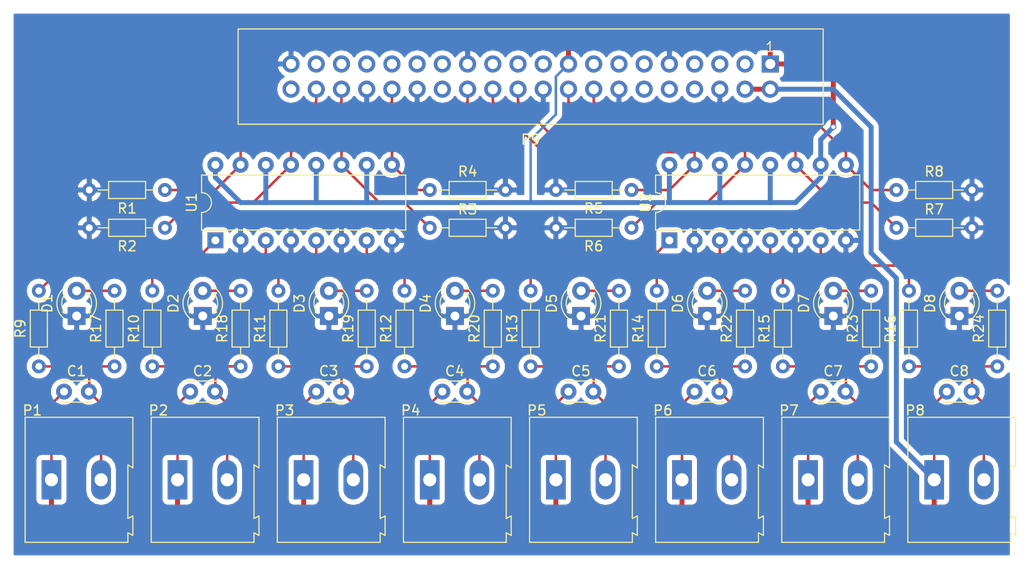
<source format=kicad_pcb>
(kicad_pcb (version 4) (host pcbnew 4.0.5)

  (general
    (links 113)
    (no_connects 0)
    (area 0 0 0 0)
    (thickness 1.6)
    (drawings 4)
    (tracks 232)
    (zones 0)
    (modules 51)
    (nets 56)
  )

  (page A4)
  (layers
    (0 F.Cu signal)
    (31 B.Cu signal)
    (32 B.Adhes user)
    (33 F.Adhes user)
    (34 B.Paste user)
    (35 F.Paste user)
    (36 B.SilkS user)
    (37 F.SilkS user)
    (38 B.Mask user)
    (39 F.Mask user)
    (40 Dwgs.User user)
    (41 Cmts.User user)
    (42 Eco1.User user)
    (43 Eco2.User user)
    (44 Edge.Cuts user)
    (45 Margin user)
    (46 B.CrtYd user)
    (47 F.CrtYd user)
    (48 B.Fab user)
    (49 F.Fab user)
  )

  (setup
    (last_trace_width 0.5)
    (user_trace_width 0.25)
    (user_trace_width 0.5)
    (trace_clearance 0.2)
    (zone_clearance 0.508)
    (zone_45_only no)
    (trace_min 0.2)
    (segment_width 0.2)
    (edge_width 0.15)
    (via_size 0.6)
    (via_drill 0.4)
    (via_min_size 0.4)
    (via_min_drill 0.3)
    (uvia_size 0.3)
    (uvia_drill 0.1)
    (uvias_allowed no)
    (uvia_min_size 0.2)
    (uvia_min_drill 0.1)
    (pcb_text_width 0.3)
    (pcb_text_size 1.5 1.5)
    (mod_edge_width 0.15)
    (mod_text_size 1 1)
    (mod_text_width 0.15)
    (pad_size 1.524 1.524)
    (pad_drill 0.762)
    (pad_to_mask_clearance 0.2)
    (aux_axis_origin 0 0)
    (visible_elements 7FFFFFFF)
    (pcbplotparams
      (layerselection 0x00030_80000001)
      (usegerberextensions false)
      (excludeedgelayer true)
      (linewidth 0.100000)
      (plotframeref false)
      (viasonmask false)
      (mode 1)
      (useauxorigin false)
      (hpglpennumber 1)
      (hpglpenspeed 20)
      (hpglpendiameter 15)
      (hpglpenoverlay 2)
      (psnegative false)
      (psa4output false)
      (plotreference true)
      (plotvalue true)
      (plotinvisibletext false)
      (padsonsilk false)
      (subtractmaskfromsilk false)
      (outputformat 1)
      (mirror false)
      (drillshape 0)
      (scaleselection 1)
      (outputdirectory gerber/))
  )

  (net 0 "")
  (net 1 +5V)
  (net 2 "Net-(C1-Pad2)")
  (net 3 "Net-(C2-Pad2)")
  (net 4 "Net-(C3-Pad2)")
  (net 5 "Net-(C4-Pad2)")
  (net 6 "Net-(C5-Pad2)")
  (net 7 "Net-(C6-Pad2)")
  (net 8 "Net-(C7-Pad2)")
  (net 9 "Net-(C8-Pad2)")
  (net 10 GND)
  (net 11 "Net-(D1-Pad2)")
  (net 12 "Net-(D2-Pad2)")
  (net 13 "Net-(D3-Pad2)")
  (net 14 "Net-(D4-Pad2)")
  (net 15 "Net-(D5-Pad2)")
  (net 16 "Net-(D6-Pad2)")
  (net 17 "Net-(D7-Pad2)")
  (net 18 "Net-(D8-Pad2)")
  (net 19 +3V3)
  (net 20 "Net-(P9-Pad3)")
  (net 21 "Net-(P9-Pad5)")
  (net 22 "Net-(P9-Pad7)")
  (net 23 "Net-(P9-Pad8)")
  (net 24 "Net-(P9-Pad10)")
  (net 25 "Net-(P9-Pad11)")
  (net 26 "Net-(P9-Pad12)")
  (net 27 "Net-(P9-Pad13)")
  (net 28 "Net-(P9-Pad15)")
  (net 29 "Net-(P9-Pad16)")
  (net 30 "Net-(P9-Pad18)")
  (net 31 "Net-(P9-Pad19)")
  (net 32 "Net-(P9-Pad21)")
  (net 33 "Net-(P9-Pad22)")
  (net 34 "Net-(P9-Pad23)")
  (net 35 "Net-(P9-Pad24)")
  (net 36 "Net-(P9-Pad26)")
  (net 37 "Net-(P9-Pad27)")
  (net 38 "Net-(P9-Pad28)")
  (net 39 "Net-(P9-Pad29)")
  (net 40 "Net-(P9-Pad31)")
  (net 41 "Net-(P9-Pad32)")
  (net 42 "Net-(P9-Pad33)")
  (net 43 "Net-(P9-Pad35)")
  (net 44 "Net-(P9-Pad36)")
  (net 45 "Net-(P9-Pad37)")
  (net 46 "Net-(P9-Pad38)")
  (net 47 "Net-(P9-Pad40)")
  (net 48 "Net-(R9-Pad2)")
  (net 49 "Net-(R10-Pad2)")
  (net 50 "Net-(R11-Pad2)")
  (net 51 "Net-(R12-Pad2)")
  (net 52 "Net-(R13-Pad2)")
  (net 53 "Net-(R14-Pad2)")
  (net 54 "Net-(R15-Pad2)")
  (net 55 "Net-(R16-Pad2)")

  (net_class Default "Dies ist die voreingestellte Netzklasse."
    (clearance 0.2)
    (trace_width 0.25)
    (via_dia 0.6)
    (via_drill 0.4)
    (uvia_dia 0.3)
    (uvia_drill 0.1)
    (add_net +3V3)
    (add_net +5V)
    (add_net GND)
    (add_net "Net-(C1-Pad2)")
    (add_net "Net-(C2-Pad2)")
    (add_net "Net-(C3-Pad2)")
    (add_net "Net-(C4-Pad2)")
    (add_net "Net-(C5-Pad2)")
    (add_net "Net-(C6-Pad2)")
    (add_net "Net-(C7-Pad2)")
    (add_net "Net-(C8-Pad2)")
    (add_net "Net-(D1-Pad2)")
    (add_net "Net-(D2-Pad2)")
    (add_net "Net-(D3-Pad2)")
    (add_net "Net-(D4-Pad2)")
    (add_net "Net-(D5-Pad2)")
    (add_net "Net-(D6-Pad2)")
    (add_net "Net-(D7-Pad2)")
    (add_net "Net-(D8-Pad2)")
    (add_net "Net-(P9-Pad10)")
    (add_net "Net-(P9-Pad11)")
    (add_net "Net-(P9-Pad12)")
    (add_net "Net-(P9-Pad13)")
    (add_net "Net-(P9-Pad15)")
    (add_net "Net-(P9-Pad16)")
    (add_net "Net-(P9-Pad18)")
    (add_net "Net-(P9-Pad19)")
    (add_net "Net-(P9-Pad21)")
    (add_net "Net-(P9-Pad22)")
    (add_net "Net-(P9-Pad23)")
    (add_net "Net-(P9-Pad24)")
    (add_net "Net-(P9-Pad26)")
    (add_net "Net-(P9-Pad27)")
    (add_net "Net-(P9-Pad28)")
    (add_net "Net-(P9-Pad29)")
    (add_net "Net-(P9-Pad3)")
    (add_net "Net-(P9-Pad31)")
    (add_net "Net-(P9-Pad32)")
    (add_net "Net-(P9-Pad33)")
    (add_net "Net-(P9-Pad35)")
    (add_net "Net-(P9-Pad36)")
    (add_net "Net-(P9-Pad37)")
    (add_net "Net-(P9-Pad38)")
    (add_net "Net-(P9-Pad40)")
    (add_net "Net-(P9-Pad5)")
    (add_net "Net-(P9-Pad7)")
    (add_net "Net-(P9-Pad8)")
    (add_net "Net-(R10-Pad2)")
    (add_net "Net-(R11-Pad2)")
    (add_net "Net-(R12-Pad2)")
    (add_net "Net-(R13-Pad2)")
    (add_net "Net-(R14-Pad2)")
    (add_net "Net-(R15-Pad2)")
    (add_net "Net-(R16-Pad2)")
    (add_net "Net-(R9-Pad2)")
  )

  (module Housings_DIP:DIP-16_W7.62mm (layer F.Cu) (tedit 586281B4) (tstamp 5889C215)
    (at 157.48 77.47 90)
    (descr "16-lead dip package, row spacing 7.62 mm (300 mils)")
    (tags "DIL DIP PDIP 2.54mm 7.62mm 300mil")
    (path /588A08FB)
    (fp_text reference U2 (at 3.81 -2.39 90) (layer F.SilkS)
      (effects (font (size 1 1) (thickness 0.15)))
    )
    (fp_text value PC847 (at 3.81 20.17 90) (layer F.Fab)
      (effects (font (size 1 1) (thickness 0.15)))
    )
    (fp_arc (start 3.81 -1.39) (end 2.81 -1.39) (angle -180) (layer F.SilkS) (width 0.12))
    (fp_line (start 1.635 -1.27) (end 6.985 -1.27) (layer F.Fab) (width 0.1))
    (fp_line (start 6.985 -1.27) (end 6.985 19.05) (layer F.Fab) (width 0.1))
    (fp_line (start 6.985 19.05) (end 0.635 19.05) (layer F.Fab) (width 0.1))
    (fp_line (start 0.635 19.05) (end 0.635 -0.27) (layer F.Fab) (width 0.1))
    (fp_line (start 0.635 -0.27) (end 1.635 -1.27) (layer F.Fab) (width 0.1))
    (fp_line (start 2.81 -1.39) (end 1.04 -1.39) (layer F.SilkS) (width 0.12))
    (fp_line (start 1.04 -1.39) (end 1.04 19.17) (layer F.SilkS) (width 0.12))
    (fp_line (start 1.04 19.17) (end 6.58 19.17) (layer F.SilkS) (width 0.12))
    (fp_line (start 6.58 19.17) (end 6.58 -1.39) (layer F.SilkS) (width 0.12))
    (fp_line (start 6.58 -1.39) (end 4.81 -1.39) (layer F.SilkS) (width 0.12))
    (fp_line (start -1.1 -1.6) (end -1.1 19.3) (layer F.CrtYd) (width 0.05))
    (fp_line (start -1.1 19.3) (end 8.7 19.3) (layer F.CrtYd) (width 0.05))
    (fp_line (start 8.7 19.3) (end 8.7 -1.6) (layer F.CrtYd) (width 0.05))
    (fp_line (start 8.7 -1.6) (end -1.1 -1.6) (layer F.CrtYd) (width 0.05))
    (pad 1 thru_hole rect (at 0 0 90) (size 1.6 1.6) (drill 0.8) (layers *.Cu *.Mask)
      (net 52 "Net-(R13-Pad2)"))
    (pad 9 thru_hole oval (at 7.62 17.78 90) (size 1.6 1.6) (drill 0.8) (layers *.Cu *.Mask)
      (net 29 "Net-(P9-Pad16)"))
    (pad 2 thru_hole oval (at 0 2.54 90) (size 1.6 1.6) (drill 0.8) (layers *.Cu *.Mask)
      (net 10 GND))
    (pad 10 thru_hole oval (at 7.62 15.24 90) (size 1.6 1.6) (drill 0.8) (layers *.Cu *.Mask)
      (net 19 +3V3))
    (pad 3 thru_hole oval (at 0 5.08 90) (size 1.6 1.6) (drill 0.8) (layers *.Cu *.Mask)
      (net 53 "Net-(R14-Pad2)"))
    (pad 11 thru_hole oval (at 7.62 12.7 90) (size 1.6 1.6) (drill 0.8) (layers *.Cu *.Mask)
      (net 30 "Net-(P9-Pad18)"))
    (pad 4 thru_hole oval (at 0 7.62 90) (size 1.6 1.6) (drill 0.8) (layers *.Cu *.Mask)
      (net 10 GND))
    (pad 12 thru_hole oval (at 7.62 10.16 90) (size 1.6 1.6) (drill 0.8) (layers *.Cu *.Mask)
      (net 19 +3V3))
    (pad 5 thru_hole oval (at 0 10.16 90) (size 1.6 1.6) (drill 0.8) (layers *.Cu *.Mask)
      (net 54 "Net-(R15-Pad2)"))
    (pad 13 thru_hole oval (at 7.62 7.62 90) (size 1.6 1.6) (drill 0.8) (layers *.Cu *.Mask)
      (net 33 "Net-(P9-Pad22)"))
    (pad 6 thru_hole oval (at 0 12.7 90) (size 1.6 1.6) (drill 0.8) (layers *.Cu *.Mask)
      (net 10 GND))
    (pad 14 thru_hole oval (at 7.62 5.08 90) (size 1.6 1.6) (drill 0.8) (layers *.Cu *.Mask)
      (net 19 +3V3))
    (pad 7 thru_hole oval (at 0 15.24 90) (size 1.6 1.6) (drill 0.8) (layers *.Cu *.Mask)
      (net 55 "Net-(R16-Pad2)"))
    (pad 15 thru_hole oval (at 7.62 2.54 90) (size 1.6 1.6) (drill 0.8) (layers *.Cu *.Mask)
      (net 35 "Net-(P9-Pad24)"))
    (pad 8 thru_hole oval (at 0 17.78 90) (size 1.6 1.6) (drill 0.8) (layers *.Cu *.Mask)
      (net 10 GND))
    (pad 16 thru_hole oval (at 7.62 0 90) (size 1.6 1.6) (drill 0.8) (layers *.Cu *.Mask)
      (net 19 +3V3))
    (model Housings_DIP.3dshapes/DIP-16_W7.62mm.wrl
      (at (xyz 0 0 0))
      (scale (xyz 1 1 1))
      (rotate (xyz 0 0 0))
    )
  )

  (module Connectors:AK300-2 (layer F.Cu) (tedit 587FD45E) (tstamp 5889C107)
    (at 95.25 101.6)
    (descr CONNECTOR)
    (tags CONNECTOR)
    (path /5889B4D7)
    (fp_text reference P1 (at -1.92 -6.99) (layer F.SilkS)
      (effects (font (size 1 1) (thickness 0.15)))
    )
    (fp_text value CONN_01X02 (at 2.78 7.75) (layer F.Fab)
      (effects (font (size 1 1) (thickness 0.15)))
    )
    (fp_line (start -2.65 -6.3) (end -2.65 6.3) (layer F.SilkS) (width 0.12))
    (fp_line (start -2.65 6.3) (end 7.7 6.3) (layer F.SilkS) (width 0.12))
    (fp_line (start 7.7 6.3) (end 7.7 5.35) (layer F.SilkS) (width 0.12))
    (fp_line (start 7.7 5.35) (end 8.2 5.6) (layer F.SilkS) (width 0.12))
    (fp_line (start 8.2 5.6) (end 8.2 3.7) (layer F.SilkS) (width 0.12))
    (fp_line (start 8.2 3.7) (end 8.2 3.65) (layer F.SilkS) (width 0.12))
    (fp_line (start 8.2 3.65) (end 7.7 3.9) (layer F.SilkS) (width 0.12))
    (fp_line (start 7.7 3.9) (end 7.7 -1.5) (layer F.SilkS) (width 0.12))
    (fp_line (start 7.7 -1.5) (end 8.2 -1.2) (layer F.SilkS) (width 0.12))
    (fp_line (start 8.2 -1.2) (end 8.2 -6.3) (layer F.SilkS) (width 0.12))
    (fp_line (start 8.2 -6.3) (end -2.65 -6.3) (layer F.SilkS) (width 0.12))
    (fp_line (start 8.36 -6.47) (end -2.83 -6.47) (layer F.CrtYd) (width 0.05))
    (fp_line (start 8.36 6.47) (end 8.36 -6.47) (layer F.CrtYd) (width 0.05))
    (fp_line (start -2.83 6.47) (end 8.36 6.47) (layer F.CrtYd) (width 0.05))
    (fp_line (start -2.83 -6.47) (end -2.83 6.47) (layer F.CrtYd) (width 0.05))
    (fp_line (start -1.26 2.54) (end 1.28 2.54) (layer F.Fab) (width 0.1))
    (fp_line (start 1.28 2.54) (end 1.28 -0.25) (layer F.Fab) (width 0.1))
    (fp_line (start -1.26 -0.25) (end 1.28 -0.25) (layer F.Fab) (width 0.1))
    (fp_line (start -1.26 2.54) (end -1.26 -0.25) (layer F.Fab) (width 0.1))
    (fp_line (start 3.74 2.54) (end 6.28 2.54) (layer F.Fab) (width 0.1))
    (fp_line (start 6.28 2.54) (end 6.28 -0.25) (layer F.Fab) (width 0.1))
    (fp_line (start 3.74 -0.25) (end 6.28 -0.25) (layer F.Fab) (width 0.1))
    (fp_line (start 3.74 2.54) (end 3.74 -0.25) (layer F.Fab) (width 0.1))
    (fp_line (start 7.61 -6.22) (end 7.61 -3.17) (layer F.Fab) (width 0.1))
    (fp_line (start 7.61 -6.22) (end -2.58 -6.22) (layer F.Fab) (width 0.1))
    (fp_line (start 7.61 -6.22) (end 8.11 -6.22) (layer F.Fab) (width 0.1))
    (fp_line (start 8.11 -6.22) (end 8.11 -1.4) (layer F.Fab) (width 0.1))
    (fp_line (start 8.11 -1.4) (end 7.61 -1.65) (layer F.Fab) (width 0.1))
    (fp_line (start 8.11 5.46) (end 7.61 5.21) (layer F.Fab) (width 0.1))
    (fp_line (start 7.61 5.21) (end 7.61 6.22) (layer F.Fab) (width 0.1))
    (fp_line (start 8.11 3.81) (end 7.61 4.06) (layer F.Fab) (width 0.1))
    (fp_line (start 7.61 4.06) (end 7.61 5.21) (layer F.Fab) (width 0.1))
    (fp_line (start 8.11 3.81) (end 8.11 5.46) (layer F.Fab) (width 0.1))
    (fp_line (start 2.98 6.22) (end 2.98 4.32) (layer F.Fab) (width 0.1))
    (fp_line (start 7.05 -0.25) (end 7.05 4.32) (layer F.Fab) (width 0.1))
    (fp_line (start 2.98 6.22) (end 7.05 6.22) (layer F.Fab) (width 0.1))
    (fp_line (start 7.05 6.22) (end 7.61 6.22) (layer F.Fab) (width 0.1))
    (fp_line (start 2.04 6.22) (end 2.04 4.32) (layer F.Fab) (width 0.1))
    (fp_line (start 2.04 6.22) (end 2.98 6.22) (layer F.Fab) (width 0.1))
    (fp_line (start -2.02 -0.25) (end -2.02 4.32) (layer F.Fab) (width 0.1))
    (fp_line (start -2.58 6.22) (end -2.02 6.22) (layer F.Fab) (width 0.1))
    (fp_line (start -2.02 6.22) (end 2.04 6.22) (layer F.Fab) (width 0.1))
    (fp_line (start 2.98 4.32) (end 7.05 4.32) (layer F.Fab) (width 0.1))
    (fp_line (start 2.98 4.32) (end 2.98 -0.25) (layer F.Fab) (width 0.1))
    (fp_line (start 7.05 4.32) (end 7.05 6.22) (layer F.Fab) (width 0.1))
    (fp_line (start 2.04 4.32) (end -2.02 4.32) (layer F.Fab) (width 0.1))
    (fp_line (start 2.04 4.32) (end 2.04 -0.25) (layer F.Fab) (width 0.1))
    (fp_line (start -2.02 4.32) (end -2.02 6.22) (layer F.Fab) (width 0.1))
    (fp_line (start 6.67 3.68) (end 6.67 0.51) (layer F.Fab) (width 0.1))
    (fp_line (start 6.67 3.68) (end 3.36 3.68) (layer F.Fab) (width 0.1))
    (fp_line (start 3.36 3.68) (end 3.36 0.51) (layer F.Fab) (width 0.1))
    (fp_line (start 1.66 3.68) (end 1.66 0.51) (layer F.Fab) (width 0.1))
    (fp_line (start 1.66 3.68) (end -1.64 3.68) (layer F.Fab) (width 0.1))
    (fp_line (start -1.64 3.68) (end -1.64 0.51) (layer F.Fab) (width 0.1))
    (fp_line (start -1.64 0.51) (end -1.26 0.51) (layer F.Fab) (width 0.1))
    (fp_line (start 1.66 0.51) (end 1.28 0.51) (layer F.Fab) (width 0.1))
    (fp_line (start 3.36 0.51) (end 3.74 0.51) (layer F.Fab) (width 0.1))
    (fp_line (start 6.67 0.51) (end 6.28 0.51) (layer F.Fab) (width 0.1))
    (fp_line (start -2.58 6.22) (end -2.58 -0.64) (layer F.Fab) (width 0.1))
    (fp_line (start -2.58 -0.64) (end -2.58 -3.17) (layer F.Fab) (width 0.1))
    (fp_line (start 7.61 -1.65) (end 7.61 -0.64) (layer F.Fab) (width 0.1))
    (fp_line (start 7.61 -0.64) (end 7.61 4.06) (layer F.Fab) (width 0.1))
    (fp_line (start -2.58 -3.17) (end 7.61 -3.17) (layer F.Fab) (width 0.1))
    (fp_line (start -2.58 -3.17) (end -2.58 -6.22) (layer F.Fab) (width 0.1))
    (fp_line (start 7.61 -3.17) (end 7.61 -1.65) (layer F.Fab) (width 0.1))
    (fp_line (start 2.98 -3.43) (end 2.98 -5.97) (layer F.Fab) (width 0.1))
    (fp_line (start 2.98 -5.97) (end 7.05 -5.97) (layer F.Fab) (width 0.1))
    (fp_line (start 7.05 -5.97) (end 7.05 -3.43) (layer F.Fab) (width 0.1))
    (fp_line (start 7.05 -3.43) (end 2.98 -3.43) (layer F.Fab) (width 0.1))
    (fp_line (start 2.04 -3.43) (end 2.04 -5.97) (layer F.Fab) (width 0.1))
    (fp_line (start 2.04 -3.43) (end -2.02 -3.43) (layer F.Fab) (width 0.1))
    (fp_line (start -2.02 -3.43) (end -2.02 -5.97) (layer F.Fab) (width 0.1))
    (fp_line (start 2.04 -5.97) (end -2.02 -5.97) (layer F.Fab) (width 0.1))
    (fp_line (start 3.39 -4.45) (end 6.44 -5.08) (layer F.Fab) (width 0.1))
    (fp_line (start 3.52 -4.32) (end 6.56 -4.95) (layer F.Fab) (width 0.1))
    (fp_line (start -1.62 -4.45) (end 1.44 -5.08) (layer F.Fab) (width 0.1))
    (fp_line (start -1.49 -4.32) (end 1.56 -4.95) (layer F.Fab) (width 0.1))
    (fp_line (start -2.02 -0.25) (end -1.64 -0.25) (layer F.Fab) (width 0.1))
    (fp_line (start 2.04 -0.25) (end 1.66 -0.25) (layer F.Fab) (width 0.1))
    (fp_line (start 1.66 -0.25) (end -1.64 -0.25) (layer F.Fab) (width 0.1))
    (fp_line (start -2.58 -0.64) (end -1.64 -0.64) (layer F.Fab) (width 0.1))
    (fp_line (start -1.64 -0.64) (end 1.66 -0.64) (layer F.Fab) (width 0.1))
    (fp_line (start 1.66 -0.64) (end 3.36 -0.64) (layer F.Fab) (width 0.1))
    (fp_line (start 7.61 -0.64) (end 6.67 -0.64) (layer F.Fab) (width 0.1))
    (fp_line (start 6.67 -0.64) (end 3.36 -0.64) (layer F.Fab) (width 0.1))
    (fp_line (start 7.05 -0.25) (end 6.67 -0.25) (layer F.Fab) (width 0.1))
    (fp_line (start 2.98 -0.25) (end 3.36 -0.25) (layer F.Fab) (width 0.1))
    (fp_line (start 3.36 -0.25) (end 6.67 -0.25) (layer F.Fab) (width 0.1))
    (fp_arc (start 6.03 -4.59) (end 6.54 -5.05) (angle 90.5) (layer F.Fab) (width 0.1))
    (fp_arc (start 5.07 -6.07) (end 6.53 -4.12) (angle 75.5) (layer F.Fab) (width 0.1))
    (fp_arc (start 4.99 -3.71) (end 3.39 -5) (angle 100) (layer F.Fab) (width 0.1))
    (fp_arc (start 3.87 -4.65) (end 3.58 -4.13) (angle 104.2) (layer F.Fab) (width 0.1))
    (fp_arc (start 1.03 -4.59) (end 1.53 -5.05) (angle 90.5) (layer F.Fab) (width 0.1))
    (fp_arc (start 0.06 -6.07) (end 1.53 -4.12) (angle 75.5) (layer F.Fab) (width 0.1))
    (fp_arc (start -0.01 -3.71) (end -1.62 -5) (angle 100) (layer F.Fab) (width 0.1))
    (fp_arc (start -1.13 -4.65) (end -1.42 -4.13) (angle 104.2) (layer F.Fab) (width 0.1))
    (pad 1 thru_hole rect (at 0 0) (size 1.98 3.96) (drill 1.32) (layers *.Cu F.Paste F.Mask)
      (net 1 +5V))
    (pad 2 thru_hole oval (at 5 0) (size 1.98 3.96) (drill 1.32) (layers *.Cu F.Paste F.Mask)
      (net 2 "Net-(C1-Pad2)"))
  )

  (module Connectors:AK300-2 (layer F.Cu) (tedit 587FD45E) (tstamp 5889C10D)
    (at 107.95 101.6)
    (descr CONNECTOR)
    (tags CONNECTOR)
    (path /5889C0C1)
    (fp_text reference P2 (at -1.92 -6.99) (layer F.SilkS)
      (effects (font (size 1 1) (thickness 0.15)))
    )
    (fp_text value CONN_01X02 (at 2.78 7.75) (layer F.Fab)
      (effects (font (size 1 1) (thickness 0.15)))
    )
    (fp_line (start -2.65 -6.3) (end -2.65 6.3) (layer F.SilkS) (width 0.12))
    (fp_line (start -2.65 6.3) (end 7.7 6.3) (layer F.SilkS) (width 0.12))
    (fp_line (start 7.7 6.3) (end 7.7 5.35) (layer F.SilkS) (width 0.12))
    (fp_line (start 7.7 5.35) (end 8.2 5.6) (layer F.SilkS) (width 0.12))
    (fp_line (start 8.2 5.6) (end 8.2 3.7) (layer F.SilkS) (width 0.12))
    (fp_line (start 8.2 3.7) (end 8.2 3.65) (layer F.SilkS) (width 0.12))
    (fp_line (start 8.2 3.65) (end 7.7 3.9) (layer F.SilkS) (width 0.12))
    (fp_line (start 7.7 3.9) (end 7.7 -1.5) (layer F.SilkS) (width 0.12))
    (fp_line (start 7.7 -1.5) (end 8.2 -1.2) (layer F.SilkS) (width 0.12))
    (fp_line (start 8.2 -1.2) (end 8.2 -6.3) (layer F.SilkS) (width 0.12))
    (fp_line (start 8.2 -6.3) (end -2.65 -6.3) (layer F.SilkS) (width 0.12))
    (fp_line (start 8.36 -6.47) (end -2.83 -6.47) (layer F.CrtYd) (width 0.05))
    (fp_line (start 8.36 6.47) (end 8.36 -6.47) (layer F.CrtYd) (width 0.05))
    (fp_line (start -2.83 6.47) (end 8.36 6.47) (layer F.CrtYd) (width 0.05))
    (fp_line (start -2.83 -6.47) (end -2.83 6.47) (layer F.CrtYd) (width 0.05))
    (fp_line (start -1.26 2.54) (end 1.28 2.54) (layer F.Fab) (width 0.1))
    (fp_line (start 1.28 2.54) (end 1.28 -0.25) (layer F.Fab) (width 0.1))
    (fp_line (start -1.26 -0.25) (end 1.28 -0.25) (layer F.Fab) (width 0.1))
    (fp_line (start -1.26 2.54) (end -1.26 -0.25) (layer F.Fab) (width 0.1))
    (fp_line (start 3.74 2.54) (end 6.28 2.54) (layer F.Fab) (width 0.1))
    (fp_line (start 6.28 2.54) (end 6.28 -0.25) (layer F.Fab) (width 0.1))
    (fp_line (start 3.74 -0.25) (end 6.28 -0.25) (layer F.Fab) (width 0.1))
    (fp_line (start 3.74 2.54) (end 3.74 -0.25) (layer F.Fab) (width 0.1))
    (fp_line (start 7.61 -6.22) (end 7.61 -3.17) (layer F.Fab) (width 0.1))
    (fp_line (start 7.61 -6.22) (end -2.58 -6.22) (layer F.Fab) (width 0.1))
    (fp_line (start 7.61 -6.22) (end 8.11 -6.22) (layer F.Fab) (width 0.1))
    (fp_line (start 8.11 -6.22) (end 8.11 -1.4) (layer F.Fab) (width 0.1))
    (fp_line (start 8.11 -1.4) (end 7.61 -1.65) (layer F.Fab) (width 0.1))
    (fp_line (start 8.11 5.46) (end 7.61 5.21) (layer F.Fab) (width 0.1))
    (fp_line (start 7.61 5.21) (end 7.61 6.22) (layer F.Fab) (width 0.1))
    (fp_line (start 8.11 3.81) (end 7.61 4.06) (layer F.Fab) (width 0.1))
    (fp_line (start 7.61 4.06) (end 7.61 5.21) (layer F.Fab) (width 0.1))
    (fp_line (start 8.11 3.81) (end 8.11 5.46) (layer F.Fab) (width 0.1))
    (fp_line (start 2.98 6.22) (end 2.98 4.32) (layer F.Fab) (width 0.1))
    (fp_line (start 7.05 -0.25) (end 7.05 4.32) (layer F.Fab) (width 0.1))
    (fp_line (start 2.98 6.22) (end 7.05 6.22) (layer F.Fab) (width 0.1))
    (fp_line (start 7.05 6.22) (end 7.61 6.22) (layer F.Fab) (width 0.1))
    (fp_line (start 2.04 6.22) (end 2.04 4.32) (layer F.Fab) (width 0.1))
    (fp_line (start 2.04 6.22) (end 2.98 6.22) (layer F.Fab) (width 0.1))
    (fp_line (start -2.02 -0.25) (end -2.02 4.32) (layer F.Fab) (width 0.1))
    (fp_line (start -2.58 6.22) (end -2.02 6.22) (layer F.Fab) (width 0.1))
    (fp_line (start -2.02 6.22) (end 2.04 6.22) (layer F.Fab) (width 0.1))
    (fp_line (start 2.98 4.32) (end 7.05 4.32) (layer F.Fab) (width 0.1))
    (fp_line (start 2.98 4.32) (end 2.98 -0.25) (layer F.Fab) (width 0.1))
    (fp_line (start 7.05 4.32) (end 7.05 6.22) (layer F.Fab) (width 0.1))
    (fp_line (start 2.04 4.32) (end -2.02 4.32) (layer F.Fab) (width 0.1))
    (fp_line (start 2.04 4.32) (end 2.04 -0.25) (layer F.Fab) (width 0.1))
    (fp_line (start -2.02 4.32) (end -2.02 6.22) (layer F.Fab) (width 0.1))
    (fp_line (start 6.67 3.68) (end 6.67 0.51) (layer F.Fab) (width 0.1))
    (fp_line (start 6.67 3.68) (end 3.36 3.68) (layer F.Fab) (width 0.1))
    (fp_line (start 3.36 3.68) (end 3.36 0.51) (layer F.Fab) (width 0.1))
    (fp_line (start 1.66 3.68) (end 1.66 0.51) (layer F.Fab) (width 0.1))
    (fp_line (start 1.66 3.68) (end -1.64 3.68) (layer F.Fab) (width 0.1))
    (fp_line (start -1.64 3.68) (end -1.64 0.51) (layer F.Fab) (width 0.1))
    (fp_line (start -1.64 0.51) (end -1.26 0.51) (layer F.Fab) (width 0.1))
    (fp_line (start 1.66 0.51) (end 1.28 0.51) (layer F.Fab) (width 0.1))
    (fp_line (start 3.36 0.51) (end 3.74 0.51) (layer F.Fab) (width 0.1))
    (fp_line (start 6.67 0.51) (end 6.28 0.51) (layer F.Fab) (width 0.1))
    (fp_line (start -2.58 6.22) (end -2.58 -0.64) (layer F.Fab) (width 0.1))
    (fp_line (start -2.58 -0.64) (end -2.58 -3.17) (layer F.Fab) (width 0.1))
    (fp_line (start 7.61 -1.65) (end 7.61 -0.64) (layer F.Fab) (width 0.1))
    (fp_line (start 7.61 -0.64) (end 7.61 4.06) (layer F.Fab) (width 0.1))
    (fp_line (start -2.58 -3.17) (end 7.61 -3.17) (layer F.Fab) (width 0.1))
    (fp_line (start -2.58 -3.17) (end -2.58 -6.22) (layer F.Fab) (width 0.1))
    (fp_line (start 7.61 -3.17) (end 7.61 -1.65) (layer F.Fab) (width 0.1))
    (fp_line (start 2.98 -3.43) (end 2.98 -5.97) (layer F.Fab) (width 0.1))
    (fp_line (start 2.98 -5.97) (end 7.05 -5.97) (layer F.Fab) (width 0.1))
    (fp_line (start 7.05 -5.97) (end 7.05 -3.43) (layer F.Fab) (width 0.1))
    (fp_line (start 7.05 -3.43) (end 2.98 -3.43) (layer F.Fab) (width 0.1))
    (fp_line (start 2.04 -3.43) (end 2.04 -5.97) (layer F.Fab) (width 0.1))
    (fp_line (start 2.04 -3.43) (end -2.02 -3.43) (layer F.Fab) (width 0.1))
    (fp_line (start -2.02 -3.43) (end -2.02 -5.97) (layer F.Fab) (width 0.1))
    (fp_line (start 2.04 -5.97) (end -2.02 -5.97) (layer F.Fab) (width 0.1))
    (fp_line (start 3.39 -4.45) (end 6.44 -5.08) (layer F.Fab) (width 0.1))
    (fp_line (start 3.52 -4.32) (end 6.56 -4.95) (layer F.Fab) (width 0.1))
    (fp_line (start -1.62 -4.45) (end 1.44 -5.08) (layer F.Fab) (width 0.1))
    (fp_line (start -1.49 -4.32) (end 1.56 -4.95) (layer F.Fab) (width 0.1))
    (fp_line (start -2.02 -0.25) (end -1.64 -0.25) (layer F.Fab) (width 0.1))
    (fp_line (start 2.04 -0.25) (end 1.66 -0.25) (layer F.Fab) (width 0.1))
    (fp_line (start 1.66 -0.25) (end -1.64 -0.25) (layer F.Fab) (width 0.1))
    (fp_line (start -2.58 -0.64) (end -1.64 -0.64) (layer F.Fab) (width 0.1))
    (fp_line (start -1.64 -0.64) (end 1.66 -0.64) (layer F.Fab) (width 0.1))
    (fp_line (start 1.66 -0.64) (end 3.36 -0.64) (layer F.Fab) (width 0.1))
    (fp_line (start 7.61 -0.64) (end 6.67 -0.64) (layer F.Fab) (width 0.1))
    (fp_line (start 6.67 -0.64) (end 3.36 -0.64) (layer F.Fab) (width 0.1))
    (fp_line (start 7.05 -0.25) (end 6.67 -0.25) (layer F.Fab) (width 0.1))
    (fp_line (start 2.98 -0.25) (end 3.36 -0.25) (layer F.Fab) (width 0.1))
    (fp_line (start 3.36 -0.25) (end 6.67 -0.25) (layer F.Fab) (width 0.1))
    (fp_arc (start 6.03 -4.59) (end 6.54 -5.05) (angle 90.5) (layer F.Fab) (width 0.1))
    (fp_arc (start 5.07 -6.07) (end 6.53 -4.12) (angle 75.5) (layer F.Fab) (width 0.1))
    (fp_arc (start 4.99 -3.71) (end 3.39 -5) (angle 100) (layer F.Fab) (width 0.1))
    (fp_arc (start 3.87 -4.65) (end 3.58 -4.13) (angle 104.2) (layer F.Fab) (width 0.1))
    (fp_arc (start 1.03 -4.59) (end 1.53 -5.05) (angle 90.5) (layer F.Fab) (width 0.1))
    (fp_arc (start 0.06 -6.07) (end 1.53 -4.12) (angle 75.5) (layer F.Fab) (width 0.1))
    (fp_arc (start -0.01 -3.71) (end -1.62 -5) (angle 100) (layer F.Fab) (width 0.1))
    (fp_arc (start -1.13 -4.65) (end -1.42 -4.13) (angle 104.2) (layer F.Fab) (width 0.1))
    (pad 1 thru_hole rect (at 0 0) (size 1.98 3.96) (drill 1.32) (layers *.Cu F.Paste F.Mask)
      (net 1 +5V))
    (pad 2 thru_hole oval (at 5 0) (size 1.98 3.96) (drill 1.32) (layers *.Cu F.Paste F.Mask)
      (net 3 "Net-(C2-Pad2)"))
  )

  (module Connectors:AK300-2 (layer F.Cu) (tedit 587FD45E) (tstamp 5889C113)
    (at 120.65 101.6)
    (descr CONNECTOR)
    (tags CONNECTOR)
    (path /5889C835)
    (fp_text reference P3 (at -1.92 -6.99) (layer F.SilkS)
      (effects (font (size 1 1) (thickness 0.15)))
    )
    (fp_text value CONN_01X02 (at 2.78 7.75) (layer F.Fab)
      (effects (font (size 1 1) (thickness 0.15)))
    )
    (fp_line (start -2.65 -6.3) (end -2.65 6.3) (layer F.SilkS) (width 0.12))
    (fp_line (start -2.65 6.3) (end 7.7 6.3) (layer F.SilkS) (width 0.12))
    (fp_line (start 7.7 6.3) (end 7.7 5.35) (layer F.SilkS) (width 0.12))
    (fp_line (start 7.7 5.35) (end 8.2 5.6) (layer F.SilkS) (width 0.12))
    (fp_line (start 8.2 5.6) (end 8.2 3.7) (layer F.SilkS) (width 0.12))
    (fp_line (start 8.2 3.7) (end 8.2 3.65) (layer F.SilkS) (width 0.12))
    (fp_line (start 8.2 3.65) (end 7.7 3.9) (layer F.SilkS) (width 0.12))
    (fp_line (start 7.7 3.9) (end 7.7 -1.5) (layer F.SilkS) (width 0.12))
    (fp_line (start 7.7 -1.5) (end 8.2 -1.2) (layer F.SilkS) (width 0.12))
    (fp_line (start 8.2 -1.2) (end 8.2 -6.3) (layer F.SilkS) (width 0.12))
    (fp_line (start 8.2 -6.3) (end -2.65 -6.3) (layer F.SilkS) (width 0.12))
    (fp_line (start 8.36 -6.47) (end -2.83 -6.47) (layer F.CrtYd) (width 0.05))
    (fp_line (start 8.36 6.47) (end 8.36 -6.47) (layer F.CrtYd) (width 0.05))
    (fp_line (start -2.83 6.47) (end 8.36 6.47) (layer F.CrtYd) (width 0.05))
    (fp_line (start -2.83 -6.47) (end -2.83 6.47) (layer F.CrtYd) (width 0.05))
    (fp_line (start -1.26 2.54) (end 1.28 2.54) (layer F.Fab) (width 0.1))
    (fp_line (start 1.28 2.54) (end 1.28 -0.25) (layer F.Fab) (width 0.1))
    (fp_line (start -1.26 -0.25) (end 1.28 -0.25) (layer F.Fab) (width 0.1))
    (fp_line (start -1.26 2.54) (end -1.26 -0.25) (layer F.Fab) (width 0.1))
    (fp_line (start 3.74 2.54) (end 6.28 2.54) (layer F.Fab) (width 0.1))
    (fp_line (start 6.28 2.54) (end 6.28 -0.25) (layer F.Fab) (width 0.1))
    (fp_line (start 3.74 -0.25) (end 6.28 -0.25) (layer F.Fab) (width 0.1))
    (fp_line (start 3.74 2.54) (end 3.74 -0.25) (layer F.Fab) (width 0.1))
    (fp_line (start 7.61 -6.22) (end 7.61 -3.17) (layer F.Fab) (width 0.1))
    (fp_line (start 7.61 -6.22) (end -2.58 -6.22) (layer F.Fab) (width 0.1))
    (fp_line (start 7.61 -6.22) (end 8.11 -6.22) (layer F.Fab) (width 0.1))
    (fp_line (start 8.11 -6.22) (end 8.11 -1.4) (layer F.Fab) (width 0.1))
    (fp_line (start 8.11 -1.4) (end 7.61 -1.65) (layer F.Fab) (width 0.1))
    (fp_line (start 8.11 5.46) (end 7.61 5.21) (layer F.Fab) (width 0.1))
    (fp_line (start 7.61 5.21) (end 7.61 6.22) (layer F.Fab) (width 0.1))
    (fp_line (start 8.11 3.81) (end 7.61 4.06) (layer F.Fab) (width 0.1))
    (fp_line (start 7.61 4.06) (end 7.61 5.21) (layer F.Fab) (width 0.1))
    (fp_line (start 8.11 3.81) (end 8.11 5.46) (layer F.Fab) (width 0.1))
    (fp_line (start 2.98 6.22) (end 2.98 4.32) (layer F.Fab) (width 0.1))
    (fp_line (start 7.05 -0.25) (end 7.05 4.32) (layer F.Fab) (width 0.1))
    (fp_line (start 2.98 6.22) (end 7.05 6.22) (layer F.Fab) (width 0.1))
    (fp_line (start 7.05 6.22) (end 7.61 6.22) (layer F.Fab) (width 0.1))
    (fp_line (start 2.04 6.22) (end 2.04 4.32) (layer F.Fab) (width 0.1))
    (fp_line (start 2.04 6.22) (end 2.98 6.22) (layer F.Fab) (width 0.1))
    (fp_line (start -2.02 -0.25) (end -2.02 4.32) (layer F.Fab) (width 0.1))
    (fp_line (start -2.58 6.22) (end -2.02 6.22) (layer F.Fab) (width 0.1))
    (fp_line (start -2.02 6.22) (end 2.04 6.22) (layer F.Fab) (width 0.1))
    (fp_line (start 2.98 4.32) (end 7.05 4.32) (layer F.Fab) (width 0.1))
    (fp_line (start 2.98 4.32) (end 2.98 -0.25) (layer F.Fab) (width 0.1))
    (fp_line (start 7.05 4.32) (end 7.05 6.22) (layer F.Fab) (width 0.1))
    (fp_line (start 2.04 4.32) (end -2.02 4.32) (layer F.Fab) (width 0.1))
    (fp_line (start 2.04 4.32) (end 2.04 -0.25) (layer F.Fab) (width 0.1))
    (fp_line (start -2.02 4.32) (end -2.02 6.22) (layer F.Fab) (width 0.1))
    (fp_line (start 6.67 3.68) (end 6.67 0.51) (layer F.Fab) (width 0.1))
    (fp_line (start 6.67 3.68) (end 3.36 3.68) (layer F.Fab) (width 0.1))
    (fp_line (start 3.36 3.68) (end 3.36 0.51) (layer F.Fab) (width 0.1))
    (fp_line (start 1.66 3.68) (end 1.66 0.51) (layer F.Fab) (width 0.1))
    (fp_line (start 1.66 3.68) (end -1.64 3.68) (layer F.Fab) (width 0.1))
    (fp_line (start -1.64 3.68) (end -1.64 0.51) (layer F.Fab) (width 0.1))
    (fp_line (start -1.64 0.51) (end -1.26 0.51) (layer F.Fab) (width 0.1))
    (fp_line (start 1.66 0.51) (end 1.28 0.51) (layer F.Fab) (width 0.1))
    (fp_line (start 3.36 0.51) (end 3.74 0.51) (layer F.Fab) (width 0.1))
    (fp_line (start 6.67 0.51) (end 6.28 0.51) (layer F.Fab) (width 0.1))
    (fp_line (start -2.58 6.22) (end -2.58 -0.64) (layer F.Fab) (width 0.1))
    (fp_line (start -2.58 -0.64) (end -2.58 -3.17) (layer F.Fab) (width 0.1))
    (fp_line (start 7.61 -1.65) (end 7.61 -0.64) (layer F.Fab) (width 0.1))
    (fp_line (start 7.61 -0.64) (end 7.61 4.06) (layer F.Fab) (width 0.1))
    (fp_line (start -2.58 -3.17) (end 7.61 -3.17) (layer F.Fab) (width 0.1))
    (fp_line (start -2.58 -3.17) (end -2.58 -6.22) (layer F.Fab) (width 0.1))
    (fp_line (start 7.61 -3.17) (end 7.61 -1.65) (layer F.Fab) (width 0.1))
    (fp_line (start 2.98 -3.43) (end 2.98 -5.97) (layer F.Fab) (width 0.1))
    (fp_line (start 2.98 -5.97) (end 7.05 -5.97) (layer F.Fab) (width 0.1))
    (fp_line (start 7.05 -5.97) (end 7.05 -3.43) (layer F.Fab) (width 0.1))
    (fp_line (start 7.05 -3.43) (end 2.98 -3.43) (layer F.Fab) (width 0.1))
    (fp_line (start 2.04 -3.43) (end 2.04 -5.97) (layer F.Fab) (width 0.1))
    (fp_line (start 2.04 -3.43) (end -2.02 -3.43) (layer F.Fab) (width 0.1))
    (fp_line (start -2.02 -3.43) (end -2.02 -5.97) (layer F.Fab) (width 0.1))
    (fp_line (start 2.04 -5.97) (end -2.02 -5.97) (layer F.Fab) (width 0.1))
    (fp_line (start 3.39 -4.45) (end 6.44 -5.08) (layer F.Fab) (width 0.1))
    (fp_line (start 3.52 -4.32) (end 6.56 -4.95) (layer F.Fab) (width 0.1))
    (fp_line (start -1.62 -4.45) (end 1.44 -5.08) (layer F.Fab) (width 0.1))
    (fp_line (start -1.49 -4.32) (end 1.56 -4.95) (layer F.Fab) (width 0.1))
    (fp_line (start -2.02 -0.25) (end -1.64 -0.25) (layer F.Fab) (width 0.1))
    (fp_line (start 2.04 -0.25) (end 1.66 -0.25) (layer F.Fab) (width 0.1))
    (fp_line (start 1.66 -0.25) (end -1.64 -0.25) (layer F.Fab) (width 0.1))
    (fp_line (start -2.58 -0.64) (end -1.64 -0.64) (layer F.Fab) (width 0.1))
    (fp_line (start -1.64 -0.64) (end 1.66 -0.64) (layer F.Fab) (width 0.1))
    (fp_line (start 1.66 -0.64) (end 3.36 -0.64) (layer F.Fab) (width 0.1))
    (fp_line (start 7.61 -0.64) (end 6.67 -0.64) (layer F.Fab) (width 0.1))
    (fp_line (start 6.67 -0.64) (end 3.36 -0.64) (layer F.Fab) (width 0.1))
    (fp_line (start 7.05 -0.25) (end 6.67 -0.25) (layer F.Fab) (width 0.1))
    (fp_line (start 2.98 -0.25) (end 3.36 -0.25) (layer F.Fab) (width 0.1))
    (fp_line (start 3.36 -0.25) (end 6.67 -0.25) (layer F.Fab) (width 0.1))
    (fp_arc (start 6.03 -4.59) (end 6.54 -5.05) (angle 90.5) (layer F.Fab) (width 0.1))
    (fp_arc (start 5.07 -6.07) (end 6.53 -4.12) (angle 75.5) (layer F.Fab) (width 0.1))
    (fp_arc (start 4.99 -3.71) (end 3.39 -5) (angle 100) (layer F.Fab) (width 0.1))
    (fp_arc (start 3.87 -4.65) (end 3.58 -4.13) (angle 104.2) (layer F.Fab) (width 0.1))
    (fp_arc (start 1.03 -4.59) (end 1.53 -5.05) (angle 90.5) (layer F.Fab) (width 0.1))
    (fp_arc (start 0.06 -6.07) (end 1.53 -4.12) (angle 75.5) (layer F.Fab) (width 0.1))
    (fp_arc (start -0.01 -3.71) (end -1.62 -5) (angle 100) (layer F.Fab) (width 0.1))
    (fp_arc (start -1.13 -4.65) (end -1.42 -4.13) (angle 104.2) (layer F.Fab) (width 0.1))
    (pad 1 thru_hole rect (at 0 0) (size 1.98 3.96) (drill 1.32) (layers *.Cu F.Paste F.Mask)
      (net 1 +5V))
    (pad 2 thru_hole oval (at 5 0) (size 1.98 3.96) (drill 1.32) (layers *.Cu F.Paste F.Mask)
      (net 4 "Net-(C3-Pad2)"))
  )

  (module Connectors:AK300-2 (layer F.Cu) (tedit 587FD45E) (tstamp 5889C119)
    (at 133.35 101.6)
    (descr CONNECTOR)
    (tags CONNECTOR)
    (path /5889C89E)
    (fp_text reference P4 (at -1.92 -6.99) (layer F.SilkS)
      (effects (font (size 1 1) (thickness 0.15)))
    )
    (fp_text value CONN_01X02 (at 2.78 7.75) (layer F.Fab)
      (effects (font (size 1 1) (thickness 0.15)))
    )
    (fp_line (start -2.65 -6.3) (end -2.65 6.3) (layer F.SilkS) (width 0.12))
    (fp_line (start -2.65 6.3) (end 7.7 6.3) (layer F.SilkS) (width 0.12))
    (fp_line (start 7.7 6.3) (end 7.7 5.35) (layer F.SilkS) (width 0.12))
    (fp_line (start 7.7 5.35) (end 8.2 5.6) (layer F.SilkS) (width 0.12))
    (fp_line (start 8.2 5.6) (end 8.2 3.7) (layer F.SilkS) (width 0.12))
    (fp_line (start 8.2 3.7) (end 8.2 3.65) (layer F.SilkS) (width 0.12))
    (fp_line (start 8.2 3.65) (end 7.7 3.9) (layer F.SilkS) (width 0.12))
    (fp_line (start 7.7 3.9) (end 7.7 -1.5) (layer F.SilkS) (width 0.12))
    (fp_line (start 7.7 -1.5) (end 8.2 -1.2) (layer F.SilkS) (width 0.12))
    (fp_line (start 8.2 -1.2) (end 8.2 -6.3) (layer F.SilkS) (width 0.12))
    (fp_line (start 8.2 -6.3) (end -2.65 -6.3) (layer F.SilkS) (width 0.12))
    (fp_line (start 8.36 -6.47) (end -2.83 -6.47) (layer F.CrtYd) (width 0.05))
    (fp_line (start 8.36 6.47) (end 8.36 -6.47) (layer F.CrtYd) (width 0.05))
    (fp_line (start -2.83 6.47) (end 8.36 6.47) (layer F.CrtYd) (width 0.05))
    (fp_line (start -2.83 -6.47) (end -2.83 6.47) (layer F.CrtYd) (width 0.05))
    (fp_line (start -1.26 2.54) (end 1.28 2.54) (layer F.Fab) (width 0.1))
    (fp_line (start 1.28 2.54) (end 1.28 -0.25) (layer F.Fab) (width 0.1))
    (fp_line (start -1.26 -0.25) (end 1.28 -0.25) (layer F.Fab) (width 0.1))
    (fp_line (start -1.26 2.54) (end -1.26 -0.25) (layer F.Fab) (width 0.1))
    (fp_line (start 3.74 2.54) (end 6.28 2.54) (layer F.Fab) (width 0.1))
    (fp_line (start 6.28 2.54) (end 6.28 -0.25) (layer F.Fab) (width 0.1))
    (fp_line (start 3.74 -0.25) (end 6.28 -0.25) (layer F.Fab) (width 0.1))
    (fp_line (start 3.74 2.54) (end 3.74 -0.25) (layer F.Fab) (width 0.1))
    (fp_line (start 7.61 -6.22) (end 7.61 -3.17) (layer F.Fab) (width 0.1))
    (fp_line (start 7.61 -6.22) (end -2.58 -6.22) (layer F.Fab) (width 0.1))
    (fp_line (start 7.61 -6.22) (end 8.11 -6.22) (layer F.Fab) (width 0.1))
    (fp_line (start 8.11 -6.22) (end 8.11 -1.4) (layer F.Fab) (width 0.1))
    (fp_line (start 8.11 -1.4) (end 7.61 -1.65) (layer F.Fab) (width 0.1))
    (fp_line (start 8.11 5.46) (end 7.61 5.21) (layer F.Fab) (width 0.1))
    (fp_line (start 7.61 5.21) (end 7.61 6.22) (layer F.Fab) (width 0.1))
    (fp_line (start 8.11 3.81) (end 7.61 4.06) (layer F.Fab) (width 0.1))
    (fp_line (start 7.61 4.06) (end 7.61 5.21) (layer F.Fab) (width 0.1))
    (fp_line (start 8.11 3.81) (end 8.11 5.46) (layer F.Fab) (width 0.1))
    (fp_line (start 2.98 6.22) (end 2.98 4.32) (layer F.Fab) (width 0.1))
    (fp_line (start 7.05 -0.25) (end 7.05 4.32) (layer F.Fab) (width 0.1))
    (fp_line (start 2.98 6.22) (end 7.05 6.22) (layer F.Fab) (width 0.1))
    (fp_line (start 7.05 6.22) (end 7.61 6.22) (layer F.Fab) (width 0.1))
    (fp_line (start 2.04 6.22) (end 2.04 4.32) (layer F.Fab) (width 0.1))
    (fp_line (start 2.04 6.22) (end 2.98 6.22) (layer F.Fab) (width 0.1))
    (fp_line (start -2.02 -0.25) (end -2.02 4.32) (layer F.Fab) (width 0.1))
    (fp_line (start -2.58 6.22) (end -2.02 6.22) (layer F.Fab) (width 0.1))
    (fp_line (start -2.02 6.22) (end 2.04 6.22) (layer F.Fab) (width 0.1))
    (fp_line (start 2.98 4.32) (end 7.05 4.32) (layer F.Fab) (width 0.1))
    (fp_line (start 2.98 4.32) (end 2.98 -0.25) (layer F.Fab) (width 0.1))
    (fp_line (start 7.05 4.32) (end 7.05 6.22) (layer F.Fab) (width 0.1))
    (fp_line (start 2.04 4.32) (end -2.02 4.32) (layer F.Fab) (width 0.1))
    (fp_line (start 2.04 4.32) (end 2.04 -0.25) (layer F.Fab) (width 0.1))
    (fp_line (start -2.02 4.32) (end -2.02 6.22) (layer F.Fab) (width 0.1))
    (fp_line (start 6.67 3.68) (end 6.67 0.51) (layer F.Fab) (width 0.1))
    (fp_line (start 6.67 3.68) (end 3.36 3.68) (layer F.Fab) (width 0.1))
    (fp_line (start 3.36 3.68) (end 3.36 0.51) (layer F.Fab) (width 0.1))
    (fp_line (start 1.66 3.68) (end 1.66 0.51) (layer F.Fab) (width 0.1))
    (fp_line (start 1.66 3.68) (end -1.64 3.68) (layer F.Fab) (width 0.1))
    (fp_line (start -1.64 3.68) (end -1.64 0.51) (layer F.Fab) (width 0.1))
    (fp_line (start -1.64 0.51) (end -1.26 0.51) (layer F.Fab) (width 0.1))
    (fp_line (start 1.66 0.51) (end 1.28 0.51) (layer F.Fab) (width 0.1))
    (fp_line (start 3.36 0.51) (end 3.74 0.51) (layer F.Fab) (width 0.1))
    (fp_line (start 6.67 0.51) (end 6.28 0.51) (layer F.Fab) (width 0.1))
    (fp_line (start -2.58 6.22) (end -2.58 -0.64) (layer F.Fab) (width 0.1))
    (fp_line (start -2.58 -0.64) (end -2.58 -3.17) (layer F.Fab) (width 0.1))
    (fp_line (start 7.61 -1.65) (end 7.61 -0.64) (layer F.Fab) (width 0.1))
    (fp_line (start 7.61 -0.64) (end 7.61 4.06) (layer F.Fab) (width 0.1))
    (fp_line (start -2.58 -3.17) (end 7.61 -3.17) (layer F.Fab) (width 0.1))
    (fp_line (start -2.58 -3.17) (end -2.58 -6.22) (layer F.Fab) (width 0.1))
    (fp_line (start 7.61 -3.17) (end 7.61 -1.65) (layer F.Fab) (width 0.1))
    (fp_line (start 2.98 -3.43) (end 2.98 -5.97) (layer F.Fab) (width 0.1))
    (fp_line (start 2.98 -5.97) (end 7.05 -5.97) (layer F.Fab) (width 0.1))
    (fp_line (start 7.05 -5.97) (end 7.05 -3.43) (layer F.Fab) (width 0.1))
    (fp_line (start 7.05 -3.43) (end 2.98 -3.43) (layer F.Fab) (width 0.1))
    (fp_line (start 2.04 -3.43) (end 2.04 -5.97) (layer F.Fab) (width 0.1))
    (fp_line (start 2.04 -3.43) (end -2.02 -3.43) (layer F.Fab) (width 0.1))
    (fp_line (start -2.02 -3.43) (end -2.02 -5.97) (layer F.Fab) (width 0.1))
    (fp_line (start 2.04 -5.97) (end -2.02 -5.97) (layer F.Fab) (width 0.1))
    (fp_line (start 3.39 -4.45) (end 6.44 -5.08) (layer F.Fab) (width 0.1))
    (fp_line (start 3.52 -4.32) (end 6.56 -4.95) (layer F.Fab) (width 0.1))
    (fp_line (start -1.62 -4.45) (end 1.44 -5.08) (layer F.Fab) (width 0.1))
    (fp_line (start -1.49 -4.32) (end 1.56 -4.95) (layer F.Fab) (width 0.1))
    (fp_line (start -2.02 -0.25) (end -1.64 -0.25) (layer F.Fab) (width 0.1))
    (fp_line (start 2.04 -0.25) (end 1.66 -0.25) (layer F.Fab) (width 0.1))
    (fp_line (start 1.66 -0.25) (end -1.64 -0.25) (layer F.Fab) (width 0.1))
    (fp_line (start -2.58 -0.64) (end -1.64 -0.64) (layer F.Fab) (width 0.1))
    (fp_line (start -1.64 -0.64) (end 1.66 -0.64) (layer F.Fab) (width 0.1))
    (fp_line (start 1.66 -0.64) (end 3.36 -0.64) (layer F.Fab) (width 0.1))
    (fp_line (start 7.61 -0.64) (end 6.67 -0.64) (layer F.Fab) (width 0.1))
    (fp_line (start 6.67 -0.64) (end 3.36 -0.64) (layer F.Fab) (width 0.1))
    (fp_line (start 7.05 -0.25) (end 6.67 -0.25) (layer F.Fab) (width 0.1))
    (fp_line (start 2.98 -0.25) (end 3.36 -0.25) (layer F.Fab) (width 0.1))
    (fp_line (start 3.36 -0.25) (end 6.67 -0.25) (layer F.Fab) (width 0.1))
    (fp_arc (start 6.03 -4.59) (end 6.54 -5.05) (angle 90.5) (layer F.Fab) (width 0.1))
    (fp_arc (start 5.07 -6.07) (end 6.53 -4.12) (angle 75.5) (layer F.Fab) (width 0.1))
    (fp_arc (start 4.99 -3.71) (end 3.39 -5) (angle 100) (layer F.Fab) (width 0.1))
    (fp_arc (start 3.87 -4.65) (end 3.58 -4.13) (angle 104.2) (layer F.Fab) (width 0.1))
    (fp_arc (start 1.03 -4.59) (end 1.53 -5.05) (angle 90.5) (layer F.Fab) (width 0.1))
    (fp_arc (start 0.06 -6.07) (end 1.53 -4.12) (angle 75.5) (layer F.Fab) (width 0.1))
    (fp_arc (start -0.01 -3.71) (end -1.62 -5) (angle 100) (layer F.Fab) (width 0.1))
    (fp_arc (start -1.13 -4.65) (end -1.42 -4.13) (angle 104.2) (layer F.Fab) (width 0.1))
    (pad 1 thru_hole rect (at 0 0) (size 1.98 3.96) (drill 1.32) (layers *.Cu F.Paste F.Mask)
      (net 1 +5V))
    (pad 2 thru_hole oval (at 5 0) (size 1.98 3.96) (drill 1.32) (layers *.Cu F.Paste F.Mask)
      (net 5 "Net-(C4-Pad2)"))
  )

  (module Connectors:AK300-2 (layer F.Cu) (tedit 587FD45E) (tstamp 5889C11F)
    (at 146.05 101.6)
    (descr CONNECTOR)
    (tags CONNECTOR)
    (path /588AD65F)
    (fp_text reference P5 (at -1.92 -6.99) (layer F.SilkS)
      (effects (font (size 1 1) (thickness 0.15)))
    )
    (fp_text value CONN_01X02 (at 2.78 7.75) (layer F.Fab)
      (effects (font (size 1 1) (thickness 0.15)))
    )
    (fp_line (start -2.65 -6.3) (end -2.65 6.3) (layer F.SilkS) (width 0.12))
    (fp_line (start -2.65 6.3) (end 7.7 6.3) (layer F.SilkS) (width 0.12))
    (fp_line (start 7.7 6.3) (end 7.7 5.35) (layer F.SilkS) (width 0.12))
    (fp_line (start 7.7 5.35) (end 8.2 5.6) (layer F.SilkS) (width 0.12))
    (fp_line (start 8.2 5.6) (end 8.2 3.7) (layer F.SilkS) (width 0.12))
    (fp_line (start 8.2 3.7) (end 8.2 3.65) (layer F.SilkS) (width 0.12))
    (fp_line (start 8.2 3.65) (end 7.7 3.9) (layer F.SilkS) (width 0.12))
    (fp_line (start 7.7 3.9) (end 7.7 -1.5) (layer F.SilkS) (width 0.12))
    (fp_line (start 7.7 -1.5) (end 8.2 -1.2) (layer F.SilkS) (width 0.12))
    (fp_line (start 8.2 -1.2) (end 8.2 -6.3) (layer F.SilkS) (width 0.12))
    (fp_line (start 8.2 -6.3) (end -2.65 -6.3) (layer F.SilkS) (width 0.12))
    (fp_line (start 8.36 -6.47) (end -2.83 -6.47) (layer F.CrtYd) (width 0.05))
    (fp_line (start 8.36 6.47) (end 8.36 -6.47) (layer F.CrtYd) (width 0.05))
    (fp_line (start -2.83 6.47) (end 8.36 6.47) (layer F.CrtYd) (width 0.05))
    (fp_line (start -2.83 -6.47) (end -2.83 6.47) (layer F.CrtYd) (width 0.05))
    (fp_line (start -1.26 2.54) (end 1.28 2.54) (layer F.Fab) (width 0.1))
    (fp_line (start 1.28 2.54) (end 1.28 -0.25) (layer F.Fab) (width 0.1))
    (fp_line (start -1.26 -0.25) (end 1.28 -0.25) (layer F.Fab) (width 0.1))
    (fp_line (start -1.26 2.54) (end -1.26 -0.25) (layer F.Fab) (width 0.1))
    (fp_line (start 3.74 2.54) (end 6.28 2.54) (layer F.Fab) (width 0.1))
    (fp_line (start 6.28 2.54) (end 6.28 -0.25) (layer F.Fab) (width 0.1))
    (fp_line (start 3.74 -0.25) (end 6.28 -0.25) (layer F.Fab) (width 0.1))
    (fp_line (start 3.74 2.54) (end 3.74 -0.25) (layer F.Fab) (width 0.1))
    (fp_line (start 7.61 -6.22) (end 7.61 -3.17) (layer F.Fab) (width 0.1))
    (fp_line (start 7.61 -6.22) (end -2.58 -6.22) (layer F.Fab) (width 0.1))
    (fp_line (start 7.61 -6.22) (end 8.11 -6.22) (layer F.Fab) (width 0.1))
    (fp_line (start 8.11 -6.22) (end 8.11 -1.4) (layer F.Fab) (width 0.1))
    (fp_line (start 8.11 -1.4) (end 7.61 -1.65) (layer F.Fab) (width 0.1))
    (fp_line (start 8.11 5.46) (end 7.61 5.21) (layer F.Fab) (width 0.1))
    (fp_line (start 7.61 5.21) (end 7.61 6.22) (layer F.Fab) (width 0.1))
    (fp_line (start 8.11 3.81) (end 7.61 4.06) (layer F.Fab) (width 0.1))
    (fp_line (start 7.61 4.06) (end 7.61 5.21) (layer F.Fab) (width 0.1))
    (fp_line (start 8.11 3.81) (end 8.11 5.46) (layer F.Fab) (width 0.1))
    (fp_line (start 2.98 6.22) (end 2.98 4.32) (layer F.Fab) (width 0.1))
    (fp_line (start 7.05 -0.25) (end 7.05 4.32) (layer F.Fab) (width 0.1))
    (fp_line (start 2.98 6.22) (end 7.05 6.22) (layer F.Fab) (width 0.1))
    (fp_line (start 7.05 6.22) (end 7.61 6.22) (layer F.Fab) (width 0.1))
    (fp_line (start 2.04 6.22) (end 2.04 4.32) (layer F.Fab) (width 0.1))
    (fp_line (start 2.04 6.22) (end 2.98 6.22) (layer F.Fab) (width 0.1))
    (fp_line (start -2.02 -0.25) (end -2.02 4.32) (layer F.Fab) (width 0.1))
    (fp_line (start -2.58 6.22) (end -2.02 6.22) (layer F.Fab) (width 0.1))
    (fp_line (start -2.02 6.22) (end 2.04 6.22) (layer F.Fab) (width 0.1))
    (fp_line (start 2.98 4.32) (end 7.05 4.32) (layer F.Fab) (width 0.1))
    (fp_line (start 2.98 4.32) (end 2.98 -0.25) (layer F.Fab) (width 0.1))
    (fp_line (start 7.05 4.32) (end 7.05 6.22) (layer F.Fab) (width 0.1))
    (fp_line (start 2.04 4.32) (end -2.02 4.32) (layer F.Fab) (width 0.1))
    (fp_line (start 2.04 4.32) (end 2.04 -0.25) (layer F.Fab) (width 0.1))
    (fp_line (start -2.02 4.32) (end -2.02 6.22) (layer F.Fab) (width 0.1))
    (fp_line (start 6.67 3.68) (end 6.67 0.51) (layer F.Fab) (width 0.1))
    (fp_line (start 6.67 3.68) (end 3.36 3.68) (layer F.Fab) (width 0.1))
    (fp_line (start 3.36 3.68) (end 3.36 0.51) (layer F.Fab) (width 0.1))
    (fp_line (start 1.66 3.68) (end 1.66 0.51) (layer F.Fab) (width 0.1))
    (fp_line (start 1.66 3.68) (end -1.64 3.68) (layer F.Fab) (width 0.1))
    (fp_line (start -1.64 3.68) (end -1.64 0.51) (layer F.Fab) (width 0.1))
    (fp_line (start -1.64 0.51) (end -1.26 0.51) (layer F.Fab) (width 0.1))
    (fp_line (start 1.66 0.51) (end 1.28 0.51) (layer F.Fab) (width 0.1))
    (fp_line (start 3.36 0.51) (end 3.74 0.51) (layer F.Fab) (width 0.1))
    (fp_line (start 6.67 0.51) (end 6.28 0.51) (layer F.Fab) (width 0.1))
    (fp_line (start -2.58 6.22) (end -2.58 -0.64) (layer F.Fab) (width 0.1))
    (fp_line (start -2.58 -0.64) (end -2.58 -3.17) (layer F.Fab) (width 0.1))
    (fp_line (start 7.61 -1.65) (end 7.61 -0.64) (layer F.Fab) (width 0.1))
    (fp_line (start 7.61 -0.64) (end 7.61 4.06) (layer F.Fab) (width 0.1))
    (fp_line (start -2.58 -3.17) (end 7.61 -3.17) (layer F.Fab) (width 0.1))
    (fp_line (start -2.58 -3.17) (end -2.58 -6.22) (layer F.Fab) (width 0.1))
    (fp_line (start 7.61 -3.17) (end 7.61 -1.65) (layer F.Fab) (width 0.1))
    (fp_line (start 2.98 -3.43) (end 2.98 -5.97) (layer F.Fab) (width 0.1))
    (fp_line (start 2.98 -5.97) (end 7.05 -5.97) (layer F.Fab) (width 0.1))
    (fp_line (start 7.05 -5.97) (end 7.05 -3.43) (layer F.Fab) (width 0.1))
    (fp_line (start 7.05 -3.43) (end 2.98 -3.43) (layer F.Fab) (width 0.1))
    (fp_line (start 2.04 -3.43) (end 2.04 -5.97) (layer F.Fab) (width 0.1))
    (fp_line (start 2.04 -3.43) (end -2.02 -3.43) (layer F.Fab) (width 0.1))
    (fp_line (start -2.02 -3.43) (end -2.02 -5.97) (layer F.Fab) (width 0.1))
    (fp_line (start 2.04 -5.97) (end -2.02 -5.97) (layer F.Fab) (width 0.1))
    (fp_line (start 3.39 -4.45) (end 6.44 -5.08) (layer F.Fab) (width 0.1))
    (fp_line (start 3.52 -4.32) (end 6.56 -4.95) (layer F.Fab) (width 0.1))
    (fp_line (start -1.62 -4.45) (end 1.44 -5.08) (layer F.Fab) (width 0.1))
    (fp_line (start -1.49 -4.32) (end 1.56 -4.95) (layer F.Fab) (width 0.1))
    (fp_line (start -2.02 -0.25) (end -1.64 -0.25) (layer F.Fab) (width 0.1))
    (fp_line (start 2.04 -0.25) (end 1.66 -0.25) (layer F.Fab) (width 0.1))
    (fp_line (start 1.66 -0.25) (end -1.64 -0.25) (layer F.Fab) (width 0.1))
    (fp_line (start -2.58 -0.64) (end -1.64 -0.64) (layer F.Fab) (width 0.1))
    (fp_line (start -1.64 -0.64) (end 1.66 -0.64) (layer F.Fab) (width 0.1))
    (fp_line (start 1.66 -0.64) (end 3.36 -0.64) (layer F.Fab) (width 0.1))
    (fp_line (start 7.61 -0.64) (end 6.67 -0.64) (layer F.Fab) (width 0.1))
    (fp_line (start 6.67 -0.64) (end 3.36 -0.64) (layer F.Fab) (width 0.1))
    (fp_line (start 7.05 -0.25) (end 6.67 -0.25) (layer F.Fab) (width 0.1))
    (fp_line (start 2.98 -0.25) (end 3.36 -0.25) (layer F.Fab) (width 0.1))
    (fp_line (start 3.36 -0.25) (end 6.67 -0.25) (layer F.Fab) (width 0.1))
    (fp_arc (start 6.03 -4.59) (end 6.54 -5.05) (angle 90.5) (layer F.Fab) (width 0.1))
    (fp_arc (start 5.07 -6.07) (end 6.53 -4.12) (angle 75.5) (layer F.Fab) (width 0.1))
    (fp_arc (start 4.99 -3.71) (end 3.39 -5) (angle 100) (layer F.Fab) (width 0.1))
    (fp_arc (start 3.87 -4.65) (end 3.58 -4.13) (angle 104.2) (layer F.Fab) (width 0.1))
    (fp_arc (start 1.03 -4.59) (end 1.53 -5.05) (angle 90.5) (layer F.Fab) (width 0.1))
    (fp_arc (start 0.06 -6.07) (end 1.53 -4.12) (angle 75.5) (layer F.Fab) (width 0.1))
    (fp_arc (start -0.01 -3.71) (end -1.62 -5) (angle 100) (layer F.Fab) (width 0.1))
    (fp_arc (start -1.13 -4.65) (end -1.42 -4.13) (angle 104.2) (layer F.Fab) (width 0.1))
    (pad 1 thru_hole rect (at 0 0) (size 1.98 3.96) (drill 1.32) (layers *.Cu F.Paste F.Mask)
      (net 1 +5V))
    (pad 2 thru_hole oval (at 5 0) (size 1.98 3.96) (drill 1.32) (layers *.Cu F.Paste F.Mask)
      (net 6 "Net-(C5-Pad2)"))
  )

  (module Connectors:AK300-2 (layer F.Cu) (tedit 587FD45E) (tstamp 5889C125)
    (at 158.75 101.6)
    (descr CONNECTOR)
    (tags CONNECTOR)
    (path /588AD719)
    (fp_text reference P6 (at -1.92 -6.99) (layer F.SilkS)
      (effects (font (size 1 1) (thickness 0.15)))
    )
    (fp_text value CONN_01X02 (at 2.78 7.75) (layer F.Fab)
      (effects (font (size 1 1) (thickness 0.15)))
    )
    (fp_line (start -2.65 -6.3) (end -2.65 6.3) (layer F.SilkS) (width 0.12))
    (fp_line (start -2.65 6.3) (end 7.7 6.3) (layer F.SilkS) (width 0.12))
    (fp_line (start 7.7 6.3) (end 7.7 5.35) (layer F.SilkS) (width 0.12))
    (fp_line (start 7.7 5.35) (end 8.2 5.6) (layer F.SilkS) (width 0.12))
    (fp_line (start 8.2 5.6) (end 8.2 3.7) (layer F.SilkS) (width 0.12))
    (fp_line (start 8.2 3.7) (end 8.2 3.65) (layer F.SilkS) (width 0.12))
    (fp_line (start 8.2 3.65) (end 7.7 3.9) (layer F.SilkS) (width 0.12))
    (fp_line (start 7.7 3.9) (end 7.7 -1.5) (layer F.SilkS) (width 0.12))
    (fp_line (start 7.7 -1.5) (end 8.2 -1.2) (layer F.SilkS) (width 0.12))
    (fp_line (start 8.2 -1.2) (end 8.2 -6.3) (layer F.SilkS) (width 0.12))
    (fp_line (start 8.2 -6.3) (end -2.65 -6.3) (layer F.SilkS) (width 0.12))
    (fp_line (start 8.36 -6.47) (end -2.83 -6.47) (layer F.CrtYd) (width 0.05))
    (fp_line (start 8.36 6.47) (end 8.36 -6.47) (layer F.CrtYd) (width 0.05))
    (fp_line (start -2.83 6.47) (end 8.36 6.47) (layer F.CrtYd) (width 0.05))
    (fp_line (start -2.83 -6.47) (end -2.83 6.47) (layer F.CrtYd) (width 0.05))
    (fp_line (start -1.26 2.54) (end 1.28 2.54) (layer F.Fab) (width 0.1))
    (fp_line (start 1.28 2.54) (end 1.28 -0.25) (layer F.Fab) (width 0.1))
    (fp_line (start -1.26 -0.25) (end 1.28 -0.25) (layer F.Fab) (width 0.1))
    (fp_line (start -1.26 2.54) (end -1.26 -0.25) (layer F.Fab) (width 0.1))
    (fp_line (start 3.74 2.54) (end 6.28 2.54) (layer F.Fab) (width 0.1))
    (fp_line (start 6.28 2.54) (end 6.28 -0.25) (layer F.Fab) (width 0.1))
    (fp_line (start 3.74 -0.25) (end 6.28 -0.25) (layer F.Fab) (width 0.1))
    (fp_line (start 3.74 2.54) (end 3.74 -0.25) (layer F.Fab) (width 0.1))
    (fp_line (start 7.61 -6.22) (end 7.61 -3.17) (layer F.Fab) (width 0.1))
    (fp_line (start 7.61 -6.22) (end -2.58 -6.22) (layer F.Fab) (width 0.1))
    (fp_line (start 7.61 -6.22) (end 8.11 -6.22) (layer F.Fab) (width 0.1))
    (fp_line (start 8.11 -6.22) (end 8.11 -1.4) (layer F.Fab) (width 0.1))
    (fp_line (start 8.11 -1.4) (end 7.61 -1.65) (layer F.Fab) (width 0.1))
    (fp_line (start 8.11 5.46) (end 7.61 5.21) (layer F.Fab) (width 0.1))
    (fp_line (start 7.61 5.21) (end 7.61 6.22) (layer F.Fab) (width 0.1))
    (fp_line (start 8.11 3.81) (end 7.61 4.06) (layer F.Fab) (width 0.1))
    (fp_line (start 7.61 4.06) (end 7.61 5.21) (layer F.Fab) (width 0.1))
    (fp_line (start 8.11 3.81) (end 8.11 5.46) (layer F.Fab) (width 0.1))
    (fp_line (start 2.98 6.22) (end 2.98 4.32) (layer F.Fab) (width 0.1))
    (fp_line (start 7.05 -0.25) (end 7.05 4.32) (layer F.Fab) (width 0.1))
    (fp_line (start 2.98 6.22) (end 7.05 6.22) (layer F.Fab) (width 0.1))
    (fp_line (start 7.05 6.22) (end 7.61 6.22) (layer F.Fab) (width 0.1))
    (fp_line (start 2.04 6.22) (end 2.04 4.32) (layer F.Fab) (width 0.1))
    (fp_line (start 2.04 6.22) (end 2.98 6.22) (layer F.Fab) (width 0.1))
    (fp_line (start -2.02 -0.25) (end -2.02 4.32) (layer F.Fab) (width 0.1))
    (fp_line (start -2.58 6.22) (end -2.02 6.22) (layer F.Fab) (width 0.1))
    (fp_line (start -2.02 6.22) (end 2.04 6.22) (layer F.Fab) (width 0.1))
    (fp_line (start 2.98 4.32) (end 7.05 4.32) (layer F.Fab) (width 0.1))
    (fp_line (start 2.98 4.32) (end 2.98 -0.25) (layer F.Fab) (width 0.1))
    (fp_line (start 7.05 4.32) (end 7.05 6.22) (layer F.Fab) (width 0.1))
    (fp_line (start 2.04 4.32) (end -2.02 4.32) (layer F.Fab) (width 0.1))
    (fp_line (start 2.04 4.32) (end 2.04 -0.25) (layer F.Fab) (width 0.1))
    (fp_line (start -2.02 4.32) (end -2.02 6.22) (layer F.Fab) (width 0.1))
    (fp_line (start 6.67 3.68) (end 6.67 0.51) (layer F.Fab) (width 0.1))
    (fp_line (start 6.67 3.68) (end 3.36 3.68) (layer F.Fab) (width 0.1))
    (fp_line (start 3.36 3.68) (end 3.36 0.51) (layer F.Fab) (width 0.1))
    (fp_line (start 1.66 3.68) (end 1.66 0.51) (layer F.Fab) (width 0.1))
    (fp_line (start 1.66 3.68) (end -1.64 3.68) (layer F.Fab) (width 0.1))
    (fp_line (start -1.64 3.68) (end -1.64 0.51) (layer F.Fab) (width 0.1))
    (fp_line (start -1.64 0.51) (end -1.26 0.51) (layer F.Fab) (width 0.1))
    (fp_line (start 1.66 0.51) (end 1.28 0.51) (layer F.Fab) (width 0.1))
    (fp_line (start 3.36 0.51) (end 3.74 0.51) (layer F.Fab) (width 0.1))
    (fp_line (start 6.67 0.51) (end 6.28 0.51) (layer F.Fab) (width 0.1))
    (fp_line (start -2.58 6.22) (end -2.58 -0.64) (layer F.Fab) (width 0.1))
    (fp_line (start -2.58 -0.64) (end -2.58 -3.17) (layer F.Fab) (width 0.1))
    (fp_line (start 7.61 -1.65) (end 7.61 -0.64) (layer F.Fab) (width 0.1))
    (fp_line (start 7.61 -0.64) (end 7.61 4.06) (layer F.Fab) (width 0.1))
    (fp_line (start -2.58 -3.17) (end 7.61 -3.17) (layer F.Fab) (width 0.1))
    (fp_line (start -2.58 -3.17) (end -2.58 -6.22) (layer F.Fab) (width 0.1))
    (fp_line (start 7.61 -3.17) (end 7.61 -1.65) (layer F.Fab) (width 0.1))
    (fp_line (start 2.98 -3.43) (end 2.98 -5.97) (layer F.Fab) (width 0.1))
    (fp_line (start 2.98 -5.97) (end 7.05 -5.97) (layer F.Fab) (width 0.1))
    (fp_line (start 7.05 -5.97) (end 7.05 -3.43) (layer F.Fab) (width 0.1))
    (fp_line (start 7.05 -3.43) (end 2.98 -3.43) (layer F.Fab) (width 0.1))
    (fp_line (start 2.04 -3.43) (end 2.04 -5.97) (layer F.Fab) (width 0.1))
    (fp_line (start 2.04 -3.43) (end -2.02 -3.43) (layer F.Fab) (width 0.1))
    (fp_line (start -2.02 -3.43) (end -2.02 -5.97) (layer F.Fab) (width 0.1))
    (fp_line (start 2.04 -5.97) (end -2.02 -5.97) (layer F.Fab) (width 0.1))
    (fp_line (start 3.39 -4.45) (end 6.44 -5.08) (layer F.Fab) (width 0.1))
    (fp_line (start 3.52 -4.32) (end 6.56 -4.95) (layer F.Fab) (width 0.1))
    (fp_line (start -1.62 -4.45) (end 1.44 -5.08) (layer F.Fab) (width 0.1))
    (fp_line (start -1.49 -4.32) (end 1.56 -4.95) (layer F.Fab) (width 0.1))
    (fp_line (start -2.02 -0.25) (end -1.64 -0.25) (layer F.Fab) (width 0.1))
    (fp_line (start 2.04 -0.25) (end 1.66 -0.25) (layer F.Fab) (width 0.1))
    (fp_line (start 1.66 -0.25) (end -1.64 -0.25) (layer F.Fab) (width 0.1))
    (fp_line (start -2.58 -0.64) (end -1.64 -0.64) (layer F.Fab) (width 0.1))
    (fp_line (start -1.64 -0.64) (end 1.66 -0.64) (layer F.Fab) (width 0.1))
    (fp_line (start 1.66 -0.64) (end 3.36 -0.64) (layer F.Fab) (width 0.1))
    (fp_line (start 7.61 -0.64) (end 6.67 -0.64) (layer F.Fab) (width 0.1))
    (fp_line (start 6.67 -0.64) (end 3.36 -0.64) (layer F.Fab) (width 0.1))
    (fp_line (start 7.05 -0.25) (end 6.67 -0.25) (layer F.Fab) (width 0.1))
    (fp_line (start 2.98 -0.25) (end 3.36 -0.25) (layer F.Fab) (width 0.1))
    (fp_line (start 3.36 -0.25) (end 6.67 -0.25) (layer F.Fab) (width 0.1))
    (fp_arc (start 6.03 -4.59) (end 6.54 -5.05) (angle 90.5) (layer F.Fab) (width 0.1))
    (fp_arc (start 5.07 -6.07) (end 6.53 -4.12) (angle 75.5) (layer F.Fab) (width 0.1))
    (fp_arc (start 4.99 -3.71) (end 3.39 -5) (angle 100) (layer F.Fab) (width 0.1))
    (fp_arc (start 3.87 -4.65) (end 3.58 -4.13) (angle 104.2) (layer F.Fab) (width 0.1))
    (fp_arc (start 1.03 -4.59) (end 1.53 -5.05) (angle 90.5) (layer F.Fab) (width 0.1))
    (fp_arc (start 0.06 -6.07) (end 1.53 -4.12) (angle 75.5) (layer F.Fab) (width 0.1))
    (fp_arc (start -0.01 -3.71) (end -1.62 -5) (angle 100) (layer F.Fab) (width 0.1))
    (fp_arc (start -1.13 -4.65) (end -1.42 -4.13) (angle 104.2) (layer F.Fab) (width 0.1))
    (pad 1 thru_hole rect (at 0 0) (size 1.98 3.96) (drill 1.32) (layers *.Cu F.Paste F.Mask)
      (net 1 +5V))
    (pad 2 thru_hole oval (at 5 0) (size 1.98 3.96) (drill 1.32) (layers *.Cu F.Paste F.Mask)
      (net 7 "Net-(C6-Pad2)"))
  )

  (module Connectors:AK300-2 (layer F.Cu) (tedit 587FD45E) (tstamp 5889C12B)
    (at 171.45 101.6)
    (descr CONNECTOR)
    (tags CONNECTOR)
    (path /588ADD7D)
    (fp_text reference P7 (at -1.92 -6.99) (layer F.SilkS)
      (effects (font (size 1 1) (thickness 0.15)))
    )
    (fp_text value CONN_01X02 (at 2.78 7.75) (layer F.Fab)
      (effects (font (size 1 1) (thickness 0.15)))
    )
    (fp_line (start -2.65 -6.3) (end -2.65 6.3) (layer F.SilkS) (width 0.12))
    (fp_line (start -2.65 6.3) (end 7.7 6.3) (layer F.SilkS) (width 0.12))
    (fp_line (start 7.7 6.3) (end 7.7 5.35) (layer F.SilkS) (width 0.12))
    (fp_line (start 7.7 5.35) (end 8.2 5.6) (layer F.SilkS) (width 0.12))
    (fp_line (start 8.2 5.6) (end 8.2 3.7) (layer F.SilkS) (width 0.12))
    (fp_line (start 8.2 3.7) (end 8.2 3.65) (layer F.SilkS) (width 0.12))
    (fp_line (start 8.2 3.65) (end 7.7 3.9) (layer F.SilkS) (width 0.12))
    (fp_line (start 7.7 3.9) (end 7.7 -1.5) (layer F.SilkS) (width 0.12))
    (fp_line (start 7.7 -1.5) (end 8.2 -1.2) (layer F.SilkS) (width 0.12))
    (fp_line (start 8.2 -1.2) (end 8.2 -6.3) (layer F.SilkS) (width 0.12))
    (fp_line (start 8.2 -6.3) (end -2.65 -6.3) (layer F.SilkS) (width 0.12))
    (fp_line (start 8.36 -6.47) (end -2.83 -6.47) (layer F.CrtYd) (width 0.05))
    (fp_line (start 8.36 6.47) (end 8.36 -6.47) (layer F.CrtYd) (width 0.05))
    (fp_line (start -2.83 6.47) (end 8.36 6.47) (layer F.CrtYd) (width 0.05))
    (fp_line (start -2.83 -6.47) (end -2.83 6.47) (layer F.CrtYd) (width 0.05))
    (fp_line (start -1.26 2.54) (end 1.28 2.54) (layer F.Fab) (width 0.1))
    (fp_line (start 1.28 2.54) (end 1.28 -0.25) (layer F.Fab) (width 0.1))
    (fp_line (start -1.26 -0.25) (end 1.28 -0.25) (layer F.Fab) (width 0.1))
    (fp_line (start -1.26 2.54) (end -1.26 -0.25) (layer F.Fab) (width 0.1))
    (fp_line (start 3.74 2.54) (end 6.28 2.54) (layer F.Fab) (width 0.1))
    (fp_line (start 6.28 2.54) (end 6.28 -0.25) (layer F.Fab) (width 0.1))
    (fp_line (start 3.74 -0.25) (end 6.28 -0.25) (layer F.Fab) (width 0.1))
    (fp_line (start 3.74 2.54) (end 3.74 -0.25) (layer F.Fab) (width 0.1))
    (fp_line (start 7.61 -6.22) (end 7.61 -3.17) (layer F.Fab) (width 0.1))
    (fp_line (start 7.61 -6.22) (end -2.58 -6.22) (layer F.Fab) (width 0.1))
    (fp_line (start 7.61 -6.22) (end 8.11 -6.22) (layer F.Fab) (width 0.1))
    (fp_line (start 8.11 -6.22) (end 8.11 -1.4) (layer F.Fab) (width 0.1))
    (fp_line (start 8.11 -1.4) (end 7.61 -1.65) (layer F.Fab) (width 0.1))
    (fp_line (start 8.11 5.46) (end 7.61 5.21) (layer F.Fab) (width 0.1))
    (fp_line (start 7.61 5.21) (end 7.61 6.22) (layer F.Fab) (width 0.1))
    (fp_line (start 8.11 3.81) (end 7.61 4.06) (layer F.Fab) (width 0.1))
    (fp_line (start 7.61 4.06) (end 7.61 5.21) (layer F.Fab) (width 0.1))
    (fp_line (start 8.11 3.81) (end 8.11 5.46) (layer F.Fab) (width 0.1))
    (fp_line (start 2.98 6.22) (end 2.98 4.32) (layer F.Fab) (width 0.1))
    (fp_line (start 7.05 -0.25) (end 7.05 4.32) (layer F.Fab) (width 0.1))
    (fp_line (start 2.98 6.22) (end 7.05 6.22) (layer F.Fab) (width 0.1))
    (fp_line (start 7.05 6.22) (end 7.61 6.22) (layer F.Fab) (width 0.1))
    (fp_line (start 2.04 6.22) (end 2.04 4.32) (layer F.Fab) (width 0.1))
    (fp_line (start 2.04 6.22) (end 2.98 6.22) (layer F.Fab) (width 0.1))
    (fp_line (start -2.02 -0.25) (end -2.02 4.32) (layer F.Fab) (width 0.1))
    (fp_line (start -2.58 6.22) (end -2.02 6.22) (layer F.Fab) (width 0.1))
    (fp_line (start -2.02 6.22) (end 2.04 6.22) (layer F.Fab) (width 0.1))
    (fp_line (start 2.98 4.32) (end 7.05 4.32) (layer F.Fab) (width 0.1))
    (fp_line (start 2.98 4.32) (end 2.98 -0.25) (layer F.Fab) (width 0.1))
    (fp_line (start 7.05 4.32) (end 7.05 6.22) (layer F.Fab) (width 0.1))
    (fp_line (start 2.04 4.32) (end -2.02 4.32) (layer F.Fab) (width 0.1))
    (fp_line (start 2.04 4.32) (end 2.04 -0.25) (layer F.Fab) (width 0.1))
    (fp_line (start -2.02 4.32) (end -2.02 6.22) (layer F.Fab) (width 0.1))
    (fp_line (start 6.67 3.68) (end 6.67 0.51) (layer F.Fab) (width 0.1))
    (fp_line (start 6.67 3.68) (end 3.36 3.68) (layer F.Fab) (width 0.1))
    (fp_line (start 3.36 3.68) (end 3.36 0.51) (layer F.Fab) (width 0.1))
    (fp_line (start 1.66 3.68) (end 1.66 0.51) (layer F.Fab) (width 0.1))
    (fp_line (start 1.66 3.68) (end -1.64 3.68) (layer F.Fab) (width 0.1))
    (fp_line (start -1.64 3.68) (end -1.64 0.51) (layer F.Fab) (width 0.1))
    (fp_line (start -1.64 0.51) (end -1.26 0.51) (layer F.Fab) (width 0.1))
    (fp_line (start 1.66 0.51) (end 1.28 0.51) (layer F.Fab) (width 0.1))
    (fp_line (start 3.36 0.51) (end 3.74 0.51) (layer F.Fab) (width 0.1))
    (fp_line (start 6.67 0.51) (end 6.28 0.51) (layer F.Fab) (width 0.1))
    (fp_line (start -2.58 6.22) (end -2.58 -0.64) (layer F.Fab) (width 0.1))
    (fp_line (start -2.58 -0.64) (end -2.58 -3.17) (layer F.Fab) (width 0.1))
    (fp_line (start 7.61 -1.65) (end 7.61 -0.64) (layer F.Fab) (width 0.1))
    (fp_line (start 7.61 -0.64) (end 7.61 4.06) (layer F.Fab) (width 0.1))
    (fp_line (start -2.58 -3.17) (end 7.61 -3.17) (layer F.Fab) (width 0.1))
    (fp_line (start -2.58 -3.17) (end -2.58 -6.22) (layer F.Fab) (width 0.1))
    (fp_line (start 7.61 -3.17) (end 7.61 -1.65) (layer F.Fab) (width 0.1))
    (fp_line (start 2.98 -3.43) (end 2.98 -5.97) (layer F.Fab) (width 0.1))
    (fp_line (start 2.98 -5.97) (end 7.05 -5.97) (layer F.Fab) (width 0.1))
    (fp_line (start 7.05 -5.97) (end 7.05 -3.43) (layer F.Fab) (width 0.1))
    (fp_line (start 7.05 -3.43) (end 2.98 -3.43) (layer F.Fab) (width 0.1))
    (fp_line (start 2.04 -3.43) (end 2.04 -5.97) (layer F.Fab) (width 0.1))
    (fp_line (start 2.04 -3.43) (end -2.02 -3.43) (layer F.Fab) (width 0.1))
    (fp_line (start -2.02 -3.43) (end -2.02 -5.97) (layer F.Fab) (width 0.1))
    (fp_line (start 2.04 -5.97) (end -2.02 -5.97) (layer F.Fab) (width 0.1))
    (fp_line (start 3.39 -4.45) (end 6.44 -5.08) (layer F.Fab) (width 0.1))
    (fp_line (start 3.52 -4.32) (end 6.56 -4.95) (layer F.Fab) (width 0.1))
    (fp_line (start -1.62 -4.45) (end 1.44 -5.08) (layer F.Fab) (width 0.1))
    (fp_line (start -1.49 -4.32) (end 1.56 -4.95) (layer F.Fab) (width 0.1))
    (fp_line (start -2.02 -0.25) (end -1.64 -0.25) (layer F.Fab) (width 0.1))
    (fp_line (start 2.04 -0.25) (end 1.66 -0.25) (layer F.Fab) (width 0.1))
    (fp_line (start 1.66 -0.25) (end -1.64 -0.25) (layer F.Fab) (width 0.1))
    (fp_line (start -2.58 -0.64) (end -1.64 -0.64) (layer F.Fab) (width 0.1))
    (fp_line (start -1.64 -0.64) (end 1.66 -0.64) (layer F.Fab) (width 0.1))
    (fp_line (start 1.66 -0.64) (end 3.36 -0.64) (layer F.Fab) (width 0.1))
    (fp_line (start 7.61 -0.64) (end 6.67 -0.64) (layer F.Fab) (width 0.1))
    (fp_line (start 6.67 -0.64) (end 3.36 -0.64) (layer F.Fab) (width 0.1))
    (fp_line (start 7.05 -0.25) (end 6.67 -0.25) (layer F.Fab) (width 0.1))
    (fp_line (start 2.98 -0.25) (end 3.36 -0.25) (layer F.Fab) (width 0.1))
    (fp_line (start 3.36 -0.25) (end 6.67 -0.25) (layer F.Fab) (width 0.1))
    (fp_arc (start 6.03 -4.59) (end 6.54 -5.05) (angle 90.5) (layer F.Fab) (width 0.1))
    (fp_arc (start 5.07 -6.07) (end 6.53 -4.12) (angle 75.5) (layer F.Fab) (width 0.1))
    (fp_arc (start 4.99 -3.71) (end 3.39 -5) (angle 100) (layer F.Fab) (width 0.1))
    (fp_arc (start 3.87 -4.65) (end 3.58 -4.13) (angle 104.2) (layer F.Fab) (width 0.1))
    (fp_arc (start 1.03 -4.59) (end 1.53 -5.05) (angle 90.5) (layer F.Fab) (width 0.1))
    (fp_arc (start 0.06 -6.07) (end 1.53 -4.12) (angle 75.5) (layer F.Fab) (width 0.1))
    (fp_arc (start -0.01 -3.71) (end -1.62 -5) (angle 100) (layer F.Fab) (width 0.1))
    (fp_arc (start -1.13 -4.65) (end -1.42 -4.13) (angle 104.2) (layer F.Fab) (width 0.1))
    (pad 1 thru_hole rect (at 0 0) (size 1.98 3.96) (drill 1.32) (layers *.Cu F.Paste F.Mask)
      (net 1 +5V))
    (pad 2 thru_hole oval (at 5 0) (size 1.98 3.96) (drill 1.32) (layers *.Cu F.Paste F.Mask)
      (net 8 "Net-(C7-Pad2)"))
  )

  (module Connectors:AK300-2 (layer F.Cu) (tedit 587FD45E) (tstamp 5889C131)
    (at 184.15 101.6)
    (descr CONNECTOR)
    (tags CONNECTOR)
    (path /588ADE3B)
    (fp_text reference P8 (at -1.92 -6.99) (layer F.SilkS)
      (effects (font (size 1 1) (thickness 0.15)))
    )
    (fp_text value CONN_01X02 (at 2.78 7.75) (layer F.Fab)
      (effects (font (size 1 1) (thickness 0.15)))
    )
    (fp_line (start -2.65 -6.3) (end -2.65 6.3) (layer F.SilkS) (width 0.12))
    (fp_line (start -2.65 6.3) (end 7.7 6.3) (layer F.SilkS) (width 0.12))
    (fp_line (start 7.7 6.3) (end 7.7 5.35) (layer F.SilkS) (width 0.12))
    (fp_line (start 7.7 5.35) (end 8.2 5.6) (layer F.SilkS) (width 0.12))
    (fp_line (start 8.2 5.6) (end 8.2 3.7) (layer F.SilkS) (width 0.12))
    (fp_line (start 8.2 3.7) (end 8.2 3.65) (layer F.SilkS) (width 0.12))
    (fp_line (start 8.2 3.65) (end 7.7 3.9) (layer F.SilkS) (width 0.12))
    (fp_line (start 7.7 3.9) (end 7.7 -1.5) (layer F.SilkS) (width 0.12))
    (fp_line (start 7.7 -1.5) (end 8.2 -1.2) (layer F.SilkS) (width 0.12))
    (fp_line (start 8.2 -1.2) (end 8.2 -6.3) (layer F.SilkS) (width 0.12))
    (fp_line (start 8.2 -6.3) (end -2.65 -6.3) (layer F.SilkS) (width 0.12))
    (fp_line (start 8.36 -6.47) (end -2.83 -6.47) (layer F.CrtYd) (width 0.05))
    (fp_line (start 8.36 6.47) (end 8.36 -6.47) (layer F.CrtYd) (width 0.05))
    (fp_line (start -2.83 6.47) (end 8.36 6.47) (layer F.CrtYd) (width 0.05))
    (fp_line (start -2.83 -6.47) (end -2.83 6.47) (layer F.CrtYd) (width 0.05))
    (fp_line (start -1.26 2.54) (end 1.28 2.54) (layer F.Fab) (width 0.1))
    (fp_line (start 1.28 2.54) (end 1.28 -0.25) (layer F.Fab) (width 0.1))
    (fp_line (start -1.26 -0.25) (end 1.28 -0.25) (layer F.Fab) (width 0.1))
    (fp_line (start -1.26 2.54) (end -1.26 -0.25) (layer F.Fab) (width 0.1))
    (fp_line (start 3.74 2.54) (end 6.28 2.54) (layer F.Fab) (width 0.1))
    (fp_line (start 6.28 2.54) (end 6.28 -0.25) (layer F.Fab) (width 0.1))
    (fp_line (start 3.74 -0.25) (end 6.28 -0.25) (layer F.Fab) (width 0.1))
    (fp_line (start 3.74 2.54) (end 3.74 -0.25) (layer F.Fab) (width 0.1))
    (fp_line (start 7.61 -6.22) (end 7.61 -3.17) (layer F.Fab) (width 0.1))
    (fp_line (start 7.61 -6.22) (end -2.58 -6.22) (layer F.Fab) (width 0.1))
    (fp_line (start 7.61 -6.22) (end 8.11 -6.22) (layer F.Fab) (width 0.1))
    (fp_line (start 8.11 -6.22) (end 8.11 -1.4) (layer F.Fab) (width 0.1))
    (fp_line (start 8.11 -1.4) (end 7.61 -1.65) (layer F.Fab) (width 0.1))
    (fp_line (start 8.11 5.46) (end 7.61 5.21) (layer F.Fab) (width 0.1))
    (fp_line (start 7.61 5.21) (end 7.61 6.22) (layer F.Fab) (width 0.1))
    (fp_line (start 8.11 3.81) (end 7.61 4.06) (layer F.Fab) (width 0.1))
    (fp_line (start 7.61 4.06) (end 7.61 5.21) (layer F.Fab) (width 0.1))
    (fp_line (start 8.11 3.81) (end 8.11 5.46) (layer F.Fab) (width 0.1))
    (fp_line (start 2.98 6.22) (end 2.98 4.32) (layer F.Fab) (width 0.1))
    (fp_line (start 7.05 -0.25) (end 7.05 4.32) (layer F.Fab) (width 0.1))
    (fp_line (start 2.98 6.22) (end 7.05 6.22) (layer F.Fab) (width 0.1))
    (fp_line (start 7.05 6.22) (end 7.61 6.22) (layer F.Fab) (width 0.1))
    (fp_line (start 2.04 6.22) (end 2.04 4.32) (layer F.Fab) (width 0.1))
    (fp_line (start 2.04 6.22) (end 2.98 6.22) (layer F.Fab) (width 0.1))
    (fp_line (start -2.02 -0.25) (end -2.02 4.32) (layer F.Fab) (width 0.1))
    (fp_line (start -2.58 6.22) (end -2.02 6.22) (layer F.Fab) (width 0.1))
    (fp_line (start -2.02 6.22) (end 2.04 6.22) (layer F.Fab) (width 0.1))
    (fp_line (start 2.98 4.32) (end 7.05 4.32) (layer F.Fab) (width 0.1))
    (fp_line (start 2.98 4.32) (end 2.98 -0.25) (layer F.Fab) (width 0.1))
    (fp_line (start 7.05 4.32) (end 7.05 6.22) (layer F.Fab) (width 0.1))
    (fp_line (start 2.04 4.32) (end -2.02 4.32) (layer F.Fab) (width 0.1))
    (fp_line (start 2.04 4.32) (end 2.04 -0.25) (layer F.Fab) (width 0.1))
    (fp_line (start -2.02 4.32) (end -2.02 6.22) (layer F.Fab) (width 0.1))
    (fp_line (start 6.67 3.68) (end 6.67 0.51) (layer F.Fab) (width 0.1))
    (fp_line (start 6.67 3.68) (end 3.36 3.68) (layer F.Fab) (width 0.1))
    (fp_line (start 3.36 3.68) (end 3.36 0.51) (layer F.Fab) (width 0.1))
    (fp_line (start 1.66 3.68) (end 1.66 0.51) (layer F.Fab) (width 0.1))
    (fp_line (start 1.66 3.68) (end -1.64 3.68) (layer F.Fab) (width 0.1))
    (fp_line (start -1.64 3.68) (end -1.64 0.51) (layer F.Fab) (width 0.1))
    (fp_line (start -1.64 0.51) (end -1.26 0.51) (layer F.Fab) (width 0.1))
    (fp_line (start 1.66 0.51) (end 1.28 0.51) (layer F.Fab) (width 0.1))
    (fp_line (start 3.36 0.51) (end 3.74 0.51) (layer F.Fab) (width 0.1))
    (fp_line (start 6.67 0.51) (end 6.28 0.51) (layer F.Fab) (width 0.1))
    (fp_line (start -2.58 6.22) (end -2.58 -0.64) (layer F.Fab) (width 0.1))
    (fp_line (start -2.58 -0.64) (end -2.58 -3.17) (layer F.Fab) (width 0.1))
    (fp_line (start 7.61 -1.65) (end 7.61 -0.64) (layer F.Fab) (width 0.1))
    (fp_line (start 7.61 -0.64) (end 7.61 4.06) (layer F.Fab) (width 0.1))
    (fp_line (start -2.58 -3.17) (end 7.61 -3.17) (layer F.Fab) (width 0.1))
    (fp_line (start -2.58 -3.17) (end -2.58 -6.22) (layer F.Fab) (width 0.1))
    (fp_line (start 7.61 -3.17) (end 7.61 -1.65) (layer F.Fab) (width 0.1))
    (fp_line (start 2.98 -3.43) (end 2.98 -5.97) (layer F.Fab) (width 0.1))
    (fp_line (start 2.98 -5.97) (end 7.05 -5.97) (layer F.Fab) (width 0.1))
    (fp_line (start 7.05 -5.97) (end 7.05 -3.43) (layer F.Fab) (width 0.1))
    (fp_line (start 7.05 -3.43) (end 2.98 -3.43) (layer F.Fab) (width 0.1))
    (fp_line (start 2.04 -3.43) (end 2.04 -5.97) (layer F.Fab) (width 0.1))
    (fp_line (start 2.04 -3.43) (end -2.02 -3.43) (layer F.Fab) (width 0.1))
    (fp_line (start -2.02 -3.43) (end -2.02 -5.97) (layer F.Fab) (width 0.1))
    (fp_line (start 2.04 -5.97) (end -2.02 -5.97) (layer F.Fab) (width 0.1))
    (fp_line (start 3.39 -4.45) (end 6.44 -5.08) (layer F.Fab) (width 0.1))
    (fp_line (start 3.52 -4.32) (end 6.56 -4.95) (layer F.Fab) (width 0.1))
    (fp_line (start -1.62 -4.45) (end 1.44 -5.08) (layer F.Fab) (width 0.1))
    (fp_line (start -1.49 -4.32) (end 1.56 -4.95) (layer F.Fab) (width 0.1))
    (fp_line (start -2.02 -0.25) (end -1.64 -0.25) (layer F.Fab) (width 0.1))
    (fp_line (start 2.04 -0.25) (end 1.66 -0.25) (layer F.Fab) (width 0.1))
    (fp_line (start 1.66 -0.25) (end -1.64 -0.25) (layer F.Fab) (width 0.1))
    (fp_line (start -2.58 -0.64) (end -1.64 -0.64) (layer F.Fab) (width 0.1))
    (fp_line (start -1.64 -0.64) (end 1.66 -0.64) (layer F.Fab) (width 0.1))
    (fp_line (start 1.66 -0.64) (end 3.36 -0.64) (layer F.Fab) (width 0.1))
    (fp_line (start 7.61 -0.64) (end 6.67 -0.64) (layer F.Fab) (width 0.1))
    (fp_line (start 6.67 -0.64) (end 3.36 -0.64) (layer F.Fab) (width 0.1))
    (fp_line (start 7.05 -0.25) (end 6.67 -0.25) (layer F.Fab) (width 0.1))
    (fp_line (start 2.98 -0.25) (end 3.36 -0.25) (layer F.Fab) (width 0.1))
    (fp_line (start 3.36 -0.25) (end 6.67 -0.25) (layer F.Fab) (width 0.1))
    (fp_arc (start 6.03 -4.59) (end 6.54 -5.05) (angle 90.5) (layer F.Fab) (width 0.1))
    (fp_arc (start 5.07 -6.07) (end 6.53 -4.12) (angle 75.5) (layer F.Fab) (width 0.1))
    (fp_arc (start 4.99 -3.71) (end 3.39 -5) (angle 100) (layer F.Fab) (width 0.1))
    (fp_arc (start 3.87 -4.65) (end 3.58 -4.13) (angle 104.2) (layer F.Fab) (width 0.1))
    (fp_arc (start 1.03 -4.59) (end 1.53 -5.05) (angle 90.5) (layer F.Fab) (width 0.1))
    (fp_arc (start 0.06 -6.07) (end 1.53 -4.12) (angle 75.5) (layer F.Fab) (width 0.1))
    (fp_arc (start -0.01 -3.71) (end -1.62 -5) (angle 100) (layer F.Fab) (width 0.1))
    (fp_arc (start -1.13 -4.65) (end -1.42 -4.13) (angle 104.2) (layer F.Fab) (width 0.1))
    (pad 1 thru_hole rect (at 0 0) (size 1.98 3.96) (drill 1.32) (layers *.Cu F.Paste F.Mask)
      (net 1 +5V))
    (pad 2 thru_hole oval (at 5 0) (size 1.98 3.96) (drill 1.32) (layers *.Cu F.Paste F.Mask)
      (net 9 "Net-(C8-Pad2)"))
  )

  (module Connectors:IDC_Header_Straight_40pins (layer F.Cu) (tedit 0) (tstamp 5889C15D)
    (at 167.64 59.69 180)
    (descr "40 pins through hole IDC header")
    (tags "IDC header socket VASCH")
    (path /5889ADAC)
    (fp_text reference P9 (at 24.13 -7.62 180) (layer F.SilkS)
      (effects (font (size 1 1) (thickness 0.15)))
    )
    (fp_text value CONN_02X20 (at 24.13 5.223 180) (layer F.Fab)
      (effects (font (size 1 1) (thickness 0.15)))
    )
    (fp_line (start -5.08 -5.82) (end 53.34 -5.82) (layer F.Fab) (width 0.1))
    (fp_line (start -4.54 -5.27) (end 52.78 -5.27) (layer F.Fab) (width 0.1))
    (fp_line (start -5.08 3.28) (end 53.34 3.28) (layer F.Fab) (width 0.1))
    (fp_line (start -4.54 2.73) (end 21.88 2.73) (layer F.Fab) (width 0.1))
    (fp_line (start 26.38 2.73) (end 52.78 2.73) (layer F.Fab) (width 0.1))
    (fp_line (start 21.88 2.73) (end 21.88 3.28) (layer F.Fab) (width 0.1))
    (fp_line (start 26.38 2.73) (end 26.38 3.28) (layer F.Fab) (width 0.1))
    (fp_line (start -5.08 -5.82) (end -5.08 3.28) (layer F.Fab) (width 0.1))
    (fp_line (start -4.54 -5.27) (end -4.54 2.73) (layer F.Fab) (width 0.1))
    (fp_line (start 53.34 -5.82) (end 53.34 3.28) (layer F.Fab) (width 0.1))
    (fp_line (start 52.78 -5.27) (end 52.78 2.73) (layer F.Fab) (width 0.1))
    (fp_line (start -5.08 -5.82) (end -4.54 -5.27) (layer F.Fab) (width 0.1))
    (fp_line (start 53.34 -5.82) (end 52.78 -5.27) (layer F.Fab) (width 0.1))
    (fp_line (start -5.08 3.28) (end -4.54 2.73) (layer F.Fab) (width 0.1))
    (fp_line (start 53.34 3.28) (end 52.78 2.73) (layer F.Fab) (width 0.1))
    (fp_line (start -5.58 -6.32) (end 53.84 -6.32) (layer F.CrtYd) (width 0.05))
    (fp_line (start 53.84 -6.32) (end 53.84 3.78) (layer F.CrtYd) (width 0.05))
    (fp_line (start 53.84 3.78) (end -5.58 3.78) (layer F.CrtYd) (width 0.05))
    (fp_line (start -5.58 3.78) (end -5.58 -6.32) (layer F.CrtYd) (width 0.05))
    (fp_text user 1 (at 0.02 1.72 180) (layer F.SilkS)
      (effects (font (size 1 1) (thickness 0.12)))
    )
    (fp_line (start -5.33 -6.07) (end 53.59 -6.07) (layer F.SilkS) (width 0.12))
    (fp_line (start 53.59 -6.07) (end 53.59 3.53) (layer F.SilkS) (width 0.12))
    (fp_line (start 53.59 3.53) (end -5.33 3.53) (layer F.SilkS) (width 0.12))
    (fp_line (start -5.33 3.53) (end -5.33 -6.07) (layer F.SilkS) (width 0.12))
    (pad 1 thru_hole rect (at 0 0 180) (size 1.7272 1.7272) (drill 1.016) (layers *.Cu *.Mask)
      (net 19 +3V3))
    (pad 2 thru_hole oval (at 0 -2.54 180) (size 1.7272 1.7272) (drill 1.016) (layers *.Cu *.Mask)
      (net 1 +5V))
    (pad 3 thru_hole oval (at 2.54 0 180) (size 1.7272 1.7272) (drill 1.016) (layers *.Cu *.Mask)
      (net 20 "Net-(P9-Pad3)"))
    (pad 4 thru_hole oval (at 2.54 -2.54 180) (size 1.7272 1.7272) (drill 1.016) (layers *.Cu *.Mask)
      (net 1 +5V))
    (pad 5 thru_hole oval (at 5.08 0 180) (size 1.7272 1.7272) (drill 1.016) (layers *.Cu *.Mask)
      (net 21 "Net-(P9-Pad5)"))
    (pad 6 thru_hole oval (at 5.08 -2.54 180) (size 1.7272 1.7272) (drill 1.016) (layers *.Cu *.Mask)
      (net 10 GND))
    (pad 7 thru_hole oval (at 7.62 0 180) (size 1.7272 1.7272) (drill 1.016) (layers *.Cu *.Mask)
      (net 22 "Net-(P9-Pad7)"))
    (pad 8 thru_hole oval (at 7.62 -2.54 180) (size 1.7272 1.7272) (drill 1.016) (layers *.Cu *.Mask)
      (net 23 "Net-(P9-Pad8)"))
    (pad 9 thru_hole oval (at 10.16 0 180) (size 1.7272 1.7272) (drill 1.016) (layers *.Cu *.Mask)
      (net 10 GND))
    (pad 10 thru_hole oval (at 10.16 -2.54 180) (size 1.7272 1.7272) (drill 1.016) (layers *.Cu *.Mask)
      (net 24 "Net-(P9-Pad10)"))
    (pad 11 thru_hole oval (at 12.7 0 180) (size 1.7272 1.7272) (drill 1.016) (layers *.Cu *.Mask)
      (net 25 "Net-(P9-Pad11)"))
    (pad 12 thru_hole oval (at 12.7 -2.54 180) (size 1.7272 1.7272) (drill 1.016) (layers *.Cu *.Mask)
      (net 26 "Net-(P9-Pad12)"))
    (pad 13 thru_hole oval (at 15.24 0 180) (size 1.7272 1.7272) (drill 1.016) (layers *.Cu *.Mask)
      (net 27 "Net-(P9-Pad13)"))
    (pad 14 thru_hole oval (at 15.24 -2.54 180) (size 1.7272 1.7272) (drill 1.016) (layers *.Cu *.Mask)
      (net 10 GND))
    (pad 15 thru_hole oval (at 17.78 0 180) (size 1.7272 1.7272) (drill 1.016) (layers *.Cu *.Mask)
      (net 28 "Net-(P9-Pad15)"))
    (pad 16 thru_hole oval (at 17.78 -2.54 180) (size 1.7272 1.7272) (drill 1.016) (layers *.Cu *.Mask)
      (net 29 "Net-(P9-Pad16)"))
    (pad 17 thru_hole oval (at 20.32 0 180) (size 1.7272 1.7272) (drill 1.016) (layers *.Cu *.Mask)
      (net 19 +3V3))
    (pad 18 thru_hole oval (at 20.32 -2.54 180) (size 1.7272 1.7272) (drill 1.016) (layers *.Cu *.Mask)
      (net 30 "Net-(P9-Pad18)"))
    (pad 19 thru_hole oval (at 22.86 0 180) (size 1.7272 1.7272) (drill 1.016) (layers *.Cu *.Mask)
      (net 31 "Net-(P9-Pad19)"))
    (pad 20 thru_hole oval (at 22.86 -2.54 180) (size 1.7272 1.7272) (drill 1.016) (layers *.Cu *.Mask)
      (net 10 GND))
    (pad 21 thru_hole oval (at 25.4 0 180) (size 1.7272 1.7272) (drill 1.016) (layers *.Cu *.Mask)
      (net 32 "Net-(P9-Pad21)"))
    (pad 22 thru_hole oval (at 25.4 -2.54 180) (size 1.7272 1.7272) (drill 1.016) (layers *.Cu *.Mask)
      (net 33 "Net-(P9-Pad22)"))
    (pad 23 thru_hole oval (at 27.94 0 180) (size 1.7272 1.7272) (drill 1.016) (layers *.Cu *.Mask)
      (net 34 "Net-(P9-Pad23)"))
    (pad 24 thru_hole oval (at 27.94 -2.54 180) (size 1.7272 1.7272) (drill 1.016) (layers *.Cu *.Mask)
      (net 35 "Net-(P9-Pad24)"))
    (pad 25 thru_hole oval (at 30.48 0 180) (size 1.7272 1.7272) (drill 1.016) (layers *.Cu *.Mask)
      (net 10 GND))
    (pad 26 thru_hole oval (at 30.48 -2.54 180) (size 1.7272 1.7272) (drill 1.016) (layers *.Cu *.Mask)
      (net 36 "Net-(P9-Pad26)"))
    (pad 27 thru_hole oval (at 33.02 0 180) (size 1.7272 1.7272) (drill 1.016) (layers *.Cu *.Mask)
      (net 37 "Net-(P9-Pad27)"))
    (pad 28 thru_hole oval (at 33.02 -2.54 180) (size 1.7272 1.7272) (drill 1.016) (layers *.Cu *.Mask)
      (net 38 "Net-(P9-Pad28)"))
    (pad 29 thru_hole oval (at 35.56 0 180) (size 1.7272 1.7272) (drill 1.016) (layers *.Cu *.Mask)
      (net 39 "Net-(P9-Pad29)"))
    (pad 30 thru_hole oval (at 35.56 -2.54 180) (size 1.7272 1.7272) (drill 1.016) (layers *.Cu *.Mask)
      (net 10 GND))
    (pad 31 thru_hole oval (at 38.1 0 180) (size 1.7272 1.7272) (drill 1.016) (layers *.Cu *.Mask)
      (net 40 "Net-(P9-Pad31)"))
    (pad 32 thru_hole oval (at 38.1 -2.54 180) (size 1.7272 1.7272) (drill 1.016) (layers *.Cu *.Mask)
      (net 41 "Net-(P9-Pad32)"))
    (pad 33 thru_hole oval (at 40.64 0 180) (size 1.7272 1.7272) (drill 1.016) (layers *.Cu *.Mask)
      (net 42 "Net-(P9-Pad33)"))
    (pad 34 thru_hole oval (at 40.64 -2.54 180) (size 1.7272 1.7272) (drill 1.016) (layers *.Cu *.Mask)
      (net 10 GND))
    (pad 35 thru_hole oval (at 43.18 0 180) (size 1.7272 1.7272) (drill 1.016) (layers *.Cu *.Mask)
      (net 43 "Net-(P9-Pad35)"))
    (pad 36 thru_hole oval (at 43.18 -2.54 180) (size 1.7272 1.7272) (drill 1.016) (layers *.Cu *.Mask)
      (net 44 "Net-(P9-Pad36)"))
    (pad 37 thru_hole oval (at 45.72 0 180) (size 1.7272 1.7272) (drill 1.016) (layers *.Cu *.Mask)
      (net 45 "Net-(P9-Pad37)"))
    (pad 38 thru_hole oval (at 45.72 -2.54 180) (size 1.7272 1.7272) (drill 1.016) (layers *.Cu *.Mask)
      (net 46 "Net-(P9-Pad38)"))
    (pad 39 thru_hole oval (at 48.26 0 180) (size 1.7272 1.7272) (drill 1.016) (layers *.Cu *.Mask)
      (net 10 GND))
    (pad 40 thru_hole oval (at 48.26 -2.54 180) (size 1.7272 1.7272) (drill 1.016) (layers *.Cu *.Mask)
      (net 47 "Net-(P9-Pad40)"))
  )

  (module Housings_DIP:DIP-16_W7.62mm (layer F.Cu) (tedit 586281B4) (tstamp 5889C201)
    (at 111.76 77.47 90)
    (descr "16-lead dip package, row spacing 7.62 mm (300 mils)")
    (tags "DIL DIP PDIP 2.54mm 7.62mm 300mil")
    (path /5889AE3E)
    (fp_text reference U1 (at 3.81 -2.39 90) (layer F.SilkS)
      (effects (font (size 1 1) (thickness 0.15)))
    )
    (fp_text value PC847 (at 3.81 20.17 90) (layer F.Fab)
      (effects (font (size 1 1) (thickness 0.15)))
    )
    (fp_arc (start 3.81 -1.39) (end 2.81 -1.39) (angle -180) (layer F.SilkS) (width 0.12))
    (fp_line (start 1.635 -1.27) (end 6.985 -1.27) (layer F.Fab) (width 0.1))
    (fp_line (start 6.985 -1.27) (end 6.985 19.05) (layer F.Fab) (width 0.1))
    (fp_line (start 6.985 19.05) (end 0.635 19.05) (layer F.Fab) (width 0.1))
    (fp_line (start 0.635 19.05) (end 0.635 -0.27) (layer F.Fab) (width 0.1))
    (fp_line (start 0.635 -0.27) (end 1.635 -1.27) (layer F.Fab) (width 0.1))
    (fp_line (start 2.81 -1.39) (end 1.04 -1.39) (layer F.SilkS) (width 0.12))
    (fp_line (start 1.04 -1.39) (end 1.04 19.17) (layer F.SilkS) (width 0.12))
    (fp_line (start 1.04 19.17) (end 6.58 19.17) (layer F.SilkS) (width 0.12))
    (fp_line (start 6.58 19.17) (end 6.58 -1.39) (layer F.SilkS) (width 0.12))
    (fp_line (start 6.58 -1.39) (end 4.81 -1.39) (layer F.SilkS) (width 0.12))
    (fp_line (start -1.1 -1.6) (end -1.1 19.3) (layer F.CrtYd) (width 0.05))
    (fp_line (start -1.1 19.3) (end 8.7 19.3) (layer F.CrtYd) (width 0.05))
    (fp_line (start 8.7 19.3) (end 8.7 -1.6) (layer F.CrtYd) (width 0.05))
    (fp_line (start 8.7 -1.6) (end -1.1 -1.6) (layer F.CrtYd) (width 0.05))
    (pad 1 thru_hole rect (at 0 0 90) (size 1.6 1.6) (drill 0.8) (layers *.Cu *.Mask)
      (net 48 "Net-(R9-Pad2)"))
    (pad 9 thru_hole oval (at 7.62 17.78 90) (size 1.6 1.6) (drill 0.8) (layers *.Cu *.Mask)
      (net 36 "Net-(P9-Pad26)"))
    (pad 2 thru_hole oval (at 0 2.54 90) (size 1.6 1.6) (drill 0.8) (layers *.Cu *.Mask)
      (net 10 GND))
    (pad 10 thru_hole oval (at 7.62 15.24 90) (size 1.6 1.6) (drill 0.8) (layers *.Cu *.Mask)
      (net 19 +3V3))
    (pad 3 thru_hole oval (at 0 5.08 90) (size 1.6 1.6) (drill 0.8) (layers *.Cu *.Mask)
      (net 49 "Net-(R10-Pad2)"))
    (pad 11 thru_hole oval (at 7.62 12.7 90) (size 1.6 1.6) (drill 0.8) (layers *.Cu *.Mask)
      (net 41 "Net-(P9-Pad32)"))
    (pad 4 thru_hole oval (at 0 7.62 90) (size 1.6 1.6) (drill 0.8) (layers *.Cu *.Mask)
      (net 10 GND))
    (pad 12 thru_hole oval (at 7.62 10.16 90) (size 1.6 1.6) (drill 0.8) (layers *.Cu *.Mask)
      (net 19 +3V3))
    (pad 5 thru_hole oval (at 0 10.16 90) (size 1.6 1.6) (drill 0.8) (layers *.Cu *.Mask)
      (net 50 "Net-(R11-Pad2)"))
    (pad 13 thru_hole oval (at 7.62 7.62 90) (size 1.6 1.6) (drill 0.8) (layers *.Cu *.Mask)
      (net 44 "Net-(P9-Pad36)"))
    (pad 6 thru_hole oval (at 0 12.7 90) (size 1.6 1.6) (drill 0.8) (layers *.Cu *.Mask)
      (net 10 GND))
    (pad 14 thru_hole oval (at 7.62 5.08 90) (size 1.6 1.6) (drill 0.8) (layers *.Cu *.Mask)
      (net 19 +3V3))
    (pad 7 thru_hole oval (at 0 15.24 90) (size 1.6 1.6) (drill 0.8) (layers *.Cu *.Mask)
      (net 51 "Net-(R12-Pad2)"))
    (pad 15 thru_hole oval (at 7.62 2.54 90) (size 1.6 1.6) (drill 0.8) (layers *.Cu *.Mask)
      (net 46 "Net-(P9-Pad38)"))
    (pad 8 thru_hole oval (at 0 17.78 90) (size 1.6 1.6) (drill 0.8) (layers *.Cu *.Mask)
      (net 10 GND))
    (pad 16 thru_hole oval (at 7.62 0 90) (size 1.6 1.6) (drill 0.8) (layers *.Cu *.Mask)
      (net 19 +3V3))
    (model Housings_DIP.3dshapes/DIP-16_W7.62mm.wrl
      (at (xyz 0 0 0))
      (scale (xyz 1 1 1))
      (rotate (xyz 0 0 0))
    )
  )

  (module Capacitors_THT:C_Disc_D3.0mm_W2.0mm_P2.50mm (layer F.Cu) (tedit 58765D06) (tstamp 5889C84C)
    (at 96.52 92.71)
    (descr "C, Disc series, Radial, pin pitch=2.50mm, , diameter*width=3*2mm^2, Capacitor")
    (tags "C Disc series Radial pin pitch 2.50mm  diameter 3mm width 2mm Capacitor")
    (path /5889FA61)
    (fp_text reference C1 (at 1.25 -2.06) (layer F.SilkS)
      (effects (font (size 1 1) (thickness 0.15)))
    )
    (fp_text value 0,1uF (at 1.25 2.06) (layer F.Fab)
      (effects (font (size 1 1) (thickness 0.15)))
    )
    (fp_line (start -0.25 -1) (end -0.25 1) (layer F.Fab) (width 0.1))
    (fp_line (start -0.25 1) (end 2.75 1) (layer F.Fab) (width 0.1))
    (fp_line (start 2.75 1) (end 2.75 -1) (layer F.Fab) (width 0.1))
    (fp_line (start 2.75 -1) (end -0.25 -1) (layer F.Fab) (width 0.1))
    (fp_line (start -0.31 -1.06) (end 2.81 -1.06) (layer F.SilkS) (width 0.12))
    (fp_line (start -0.31 1.06) (end 2.81 1.06) (layer F.SilkS) (width 0.12))
    (fp_line (start -0.31 -1.06) (end -0.31 -0.996) (layer F.SilkS) (width 0.12))
    (fp_line (start -0.31 0.996) (end -0.31 1.06) (layer F.SilkS) (width 0.12))
    (fp_line (start 2.81 -1.06) (end 2.81 -0.996) (layer F.SilkS) (width 0.12))
    (fp_line (start 2.81 0.996) (end 2.81 1.06) (layer F.SilkS) (width 0.12))
    (fp_line (start -1.05 -1.35) (end -1.05 1.35) (layer F.CrtYd) (width 0.05))
    (fp_line (start -1.05 1.35) (end 3.55 1.35) (layer F.CrtYd) (width 0.05))
    (fp_line (start 3.55 1.35) (end 3.55 -1.35) (layer F.CrtYd) (width 0.05))
    (fp_line (start 3.55 -1.35) (end -1.05 -1.35) (layer F.CrtYd) (width 0.05))
    (pad 1 thru_hole circle (at 0 0) (size 1.6 1.6) (drill 0.8) (layers *.Cu *.Mask)
      (net 1 +5V))
    (pad 2 thru_hole circle (at 2.5 0) (size 1.6 1.6) (drill 0.8) (layers *.Cu *.Mask)
      (net 2 "Net-(C1-Pad2)"))
    (model Capacitors_ThroughHole.3dshapes/C_Disc_D3.0mm_W2.0mm_P2.50mm.wrl
      (at (xyz 0 0 0))
      (scale (xyz 0.393701 0.393701 0.393701))
      (rotate (xyz 0 0 0))
    )
  )

  (module Capacitors_THT:C_Disc_D3.0mm_W2.0mm_P2.50mm (layer F.Cu) (tedit 58765D06) (tstamp 5889C851)
    (at 109.22 92.71)
    (descr "C, Disc series, Radial, pin pitch=2.50mm, , diameter*width=3*2mm^2, Capacitor")
    (tags "C Disc series Radial pin pitch 2.50mm  diameter 3mm width 2mm Capacitor")
    (path /5889FBFE)
    (fp_text reference C2 (at 1.25 -2.06) (layer F.SilkS)
      (effects (font (size 1 1) (thickness 0.15)))
    )
    (fp_text value 0,1uF (at 1.25 2.06) (layer F.Fab)
      (effects (font (size 1 1) (thickness 0.15)))
    )
    (fp_line (start -0.25 -1) (end -0.25 1) (layer F.Fab) (width 0.1))
    (fp_line (start -0.25 1) (end 2.75 1) (layer F.Fab) (width 0.1))
    (fp_line (start 2.75 1) (end 2.75 -1) (layer F.Fab) (width 0.1))
    (fp_line (start 2.75 -1) (end -0.25 -1) (layer F.Fab) (width 0.1))
    (fp_line (start -0.31 -1.06) (end 2.81 -1.06) (layer F.SilkS) (width 0.12))
    (fp_line (start -0.31 1.06) (end 2.81 1.06) (layer F.SilkS) (width 0.12))
    (fp_line (start -0.31 -1.06) (end -0.31 -0.996) (layer F.SilkS) (width 0.12))
    (fp_line (start -0.31 0.996) (end -0.31 1.06) (layer F.SilkS) (width 0.12))
    (fp_line (start 2.81 -1.06) (end 2.81 -0.996) (layer F.SilkS) (width 0.12))
    (fp_line (start 2.81 0.996) (end 2.81 1.06) (layer F.SilkS) (width 0.12))
    (fp_line (start -1.05 -1.35) (end -1.05 1.35) (layer F.CrtYd) (width 0.05))
    (fp_line (start -1.05 1.35) (end 3.55 1.35) (layer F.CrtYd) (width 0.05))
    (fp_line (start 3.55 1.35) (end 3.55 -1.35) (layer F.CrtYd) (width 0.05))
    (fp_line (start 3.55 -1.35) (end -1.05 -1.35) (layer F.CrtYd) (width 0.05))
    (pad 1 thru_hole circle (at 0 0) (size 1.6 1.6) (drill 0.8) (layers *.Cu *.Mask)
      (net 1 +5V))
    (pad 2 thru_hole circle (at 2.5 0) (size 1.6 1.6) (drill 0.8) (layers *.Cu *.Mask)
      (net 3 "Net-(C2-Pad2)"))
    (model Capacitors_ThroughHole.3dshapes/C_Disc_D3.0mm_W2.0mm_P2.50mm.wrl
      (at (xyz 0 0 0))
      (scale (xyz 0.393701 0.393701 0.393701))
      (rotate (xyz 0 0 0))
    )
  )

  (module Capacitors_THT:C_Disc_D3.0mm_W2.0mm_P2.50mm (layer F.Cu) (tedit 58765D06) (tstamp 5889C856)
    (at 121.92 92.71)
    (descr "C, Disc series, Radial, pin pitch=2.50mm, , diameter*width=3*2mm^2, Capacitor")
    (tags "C Disc series Radial pin pitch 2.50mm  diameter 3mm width 2mm Capacitor")
    (path /5889FC87)
    (fp_text reference C3 (at 1.25 -2.06) (layer F.SilkS)
      (effects (font (size 1 1) (thickness 0.15)))
    )
    (fp_text value 0,1uF (at 1.25 2.06) (layer F.Fab)
      (effects (font (size 1 1) (thickness 0.15)))
    )
    (fp_line (start -0.25 -1) (end -0.25 1) (layer F.Fab) (width 0.1))
    (fp_line (start -0.25 1) (end 2.75 1) (layer F.Fab) (width 0.1))
    (fp_line (start 2.75 1) (end 2.75 -1) (layer F.Fab) (width 0.1))
    (fp_line (start 2.75 -1) (end -0.25 -1) (layer F.Fab) (width 0.1))
    (fp_line (start -0.31 -1.06) (end 2.81 -1.06) (layer F.SilkS) (width 0.12))
    (fp_line (start -0.31 1.06) (end 2.81 1.06) (layer F.SilkS) (width 0.12))
    (fp_line (start -0.31 -1.06) (end -0.31 -0.996) (layer F.SilkS) (width 0.12))
    (fp_line (start -0.31 0.996) (end -0.31 1.06) (layer F.SilkS) (width 0.12))
    (fp_line (start 2.81 -1.06) (end 2.81 -0.996) (layer F.SilkS) (width 0.12))
    (fp_line (start 2.81 0.996) (end 2.81 1.06) (layer F.SilkS) (width 0.12))
    (fp_line (start -1.05 -1.35) (end -1.05 1.35) (layer F.CrtYd) (width 0.05))
    (fp_line (start -1.05 1.35) (end 3.55 1.35) (layer F.CrtYd) (width 0.05))
    (fp_line (start 3.55 1.35) (end 3.55 -1.35) (layer F.CrtYd) (width 0.05))
    (fp_line (start 3.55 -1.35) (end -1.05 -1.35) (layer F.CrtYd) (width 0.05))
    (pad 1 thru_hole circle (at 0 0) (size 1.6 1.6) (drill 0.8) (layers *.Cu *.Mask)
      (net 1 +5V))
    (pad 2 thru_hole circle (at 2.5 0) (size 1.6 1.6) (drill 0.8) (layers *.Cu *.Mask)
      (net 4 "Net-(C3-Pad2)"))
    (model Capacitors_ThroughHole.3dshapes/C_Disc_D3.0mm_W2.0mm_P2.50mm.wrl
      (at (xyz 0 0 0))
      (scale (xyz 0.393701 0.393701 0.393701))
      (rotate (xyz 0 0 0))
    )
  )

  (module Capacitors_THT:C_Disc_D3.0mm_W2.0mm_P2.50mm (layer F.Cu) (tedit 58765D06) (tstamp 5889C85B)
    (at 134.62 92.71)
    (descr "C, Disc series, Radial, pin pitch=2.50mm, , diameter*width=3*2mm^2, Capacitor")
    (tags "C Disc series Radial pin pitch 2.50mm  diameter 3mm width 2mm Capacitor")
    (path /5889FD11)
    (fp_text reference C4 (at 1.25 -2.06) (layer F.SilkS)
      (effects (font (size 1 1) (thickness 0.15)))
    )
    (fp_text value 0,1uF (at 1.25 2.06) (layer F.Fab)
      (effects (font (size 1 1) (thickness 0.15)))
    )
    (fp_line (start -0.25 -1) (end -0.25 1) (layer F.Fab) (width 0.1))
    (fp_line (start -0.25 1) (end 2.75 1) (layer F.Fab) (width 0.1))
    (fp_line (start 2.75 1) (end 2.75 -1) (layer F.Fab) (width 0.1))
    (fp_line (start 2.75 -1) (end -0.25 -1) (layer F.Fab) (width 0.1))
    (fp_line (start -0.31 -1.06) (end 2.81 -1.06) (layer F.SilkS) (width 0.12))
    (fp_line (start -0.31 1.06) (end 2.81 1.06) (layer F.SilkS) (width 0.12))
    (fp_line (start -0.31 -1.06) (end -0.31 -0.996) (layer F.SilkS) (width 0.12))
    (fp_line (start -0.31 0.996) (end -0.31 1.06) (layer F.SilkS) (width 0.12))
    (fp_line (start 2.81 -1.06) (end 2.81 -0.996) (layer F.SilkS) (width 0.12))
    (fp_line (start 2.81 0.996) (end 2.81 1.06) (layer F.SilkS) (width 0.12))
    (fp_line (start -1.05 -1.35) (end -1.05 1.35) (layer F.CrtYd) (width 0.05))
    (fp_line (start -1.05 1.35) (end 3.55 1.35) (layer F.CrtYd) (width 0.05))
    (fp_line (start 3.55 1.35) (end 3.55 -1.35) (layer F.CrtYd) (width 0.05))
    (fp_line (start 3.55 -1.35) (end -1.05 -1.35) (layer F.CrtYd) (width 0.05))
    (pad 1 thru_hole circle (at 0 0) (size 1.6 1.6) (drill 0.8) (layers *.Cu *.Mask)
      (net 1 +5V))
    (pad 2 thru_hole circle (at 2.5 0) (size 1.6 1.6) (drill 0.8) (layers *.Cu *.Mask)
      (net 5 "Net-(C4-Pad2)"))
    (model Capacitors_ThroughHole.3dshapes/C_Disc_D3.0mm_W2.0mm_P2.50mm.wrl
      (at (xyz 0 0 0))
      (scale (xyz 0.393701 0.393701 0.393701))
      (rotate (xyz 0 0 0))
    )
  )

  (module Capacitors_THT:C_Disc_D3.0mm_W2.0mm_P2.50mm (layer F.Cu) (tedit 58765D06) (tstamp 5889C860)
    (at 147.32 92.71)
    (descr "C, Disc series, Radial, pin pitch=2.50mm, , diameter*width=3*2mm^2, Capacitor")
    (tags "C Disc series Radial pin pitch 2.50mm  diameter 3mm width 2mm Capacitor")
    (path /588AE355)
    (fp_text reference C5 (at 1.25 -2.06) (layer F.SilkS)
      (effects (font (size 1 1) (thickness 0.15)))
    )
    (fp_text value 0,1uF (at 1.25 2.06) (layer F.Fab)
      (effects (font (size 1 1) (thickness 0.15)))
    )
    (fp_line (start -0.25 -1) (end -0.25 1) (layer F.Fab) (width 0.1))
    (fp_line (start -0.25 1) (end 2.75 1) (layer F.Fab) (width 0.1))
    (fp_line (start 2.75 1) (end 2.75 -1) (layer F.Fab) (width 0.1))
    (fp_line (start 2.75 -1) (end -0.25 -1) (layer F.Fab) (width 0.1))
    (fp_line (start -0.31 -1.06) (end 2.81 -1.06) (layer F.SilkS) (width 0.12))
    (fp_line (start -0.31 1.06) (end 2.81 1.06) (layer F.SilkS) (width 0.12))
    (fp_line (start -0.31 -1.06) (end -0.31 -0.996) (layer F.SilkS) (width 0.12))
    (fp_line (start -0.31 0.996) (end -0.31 1.06) (layer F.SilkS) (width 0.12))
    (fp_line (start 2.81 -1.06) (end 2.81 -0.996) (layer F.SilkS) (width 0.12))
    (fp_line (start 2.81 0.996) (end 2.81 1.06) (layer F.SilkS) (width 0.12))
    (fp_line (start -1.05 -1.35) (end -1.05 1.35) (layer F.CrtYd) (width 0.05))
    (fp_line (start -1.05 1.35) (end 3.55 1.35) (layer F.CrtYd) (width 0.05))
    (fp_line (start 3.55 1.35) (end 3.55 -1.35) (layer F.CrtYd) (width 0.05))
    (fp_line (start 3.55 -1.35) (end -1.05 -1.35) (layer F.CrtYd) (width 0.05))
    (pad 1 thru_hole circle (at 0 0) (size 1.6 1.6) (drill 0.8) (layers *.Cu *.Mask)
      (net 1 +5V))
    (pad 2 thru_hole circle (at 2.5 0) (size 1.6 1.6) (drill 0.8) (layers *.Cu *.Mask)
      (net 6 "Net-(C5-Pad2)"))
    (model Capacitors_ThroughHole.3dshapes/C_Disc_D3.0mm_W2.0mm_P2.50mm.wrl
      (at (xyz 0 0 0))
      (scale (xyz 0.393701 0.393701 0.393701))
      (rotate (xyz 0 0 0))
    )
  )

  (module Capacitors_THT:C_Disc_D3.0mm_W2.0mm_P2.50mm (layer F.Cu) (tedit 58765D06) (tstamp 5889C865)
    (at 160.02 92.71)
    (descr "C, Disc series, Radial, pin pitch=2.50mm, , diameter*width=3*2mm^2, Capacitor")
    (tags "C Disc series Radial pin pitch 2.50mm  diameter 3mm width 2mm Capacitor")
    (path /588AE419)
    (fp_text reference C6 (at 1.25 -2.06) (layer F.SilkS)
      (effects (font (size 1 1) (thickness 0.15)))
    )
    (fp_text value 0,1uF (at 1.25 2.06) (layer F.Fab)
      (effects (font (size 1 1) (thickness 0.15)))
    )
    (fp_line (start -0.25 -1) (end -0.25 1) (layer F.Fab) (width 0.1))
    (fp_line (start -0.25 1) (end 2.75 1) (layer F.Fab) (width 0.1))
    (fp_line (start 2.75 1) (end 2.75 -1) (layer F.Fab) (width 0.1))
    (fp_line (start 2.75 -1) (end -0.25 -1) (layer F.Fab) (width 0.1))
    (fp_line (start -0.31 -1.06) (end 2.81 -1.06) (layer F.SilkS) (width 0.12))
    (fp_line (start -0.31 1.06) (end 2.81 1.06) (layer F.SilkS) (width 0.12))
    (fp_line (start -0.31 -1.06) (end -0.31 -0.996) (layer F.SilkS) (width 0.12))
    (fp_line (start -0.31 0.996) (end -0.31 1.06) (layer F.SilkS) (width 0.12))
    (fp_line (start 2.81 -1.06) (end 2.81 -0.996) (layer F.SilkS) (width 0.12))
    (fp_line (start 2.81 0.996) (end 2.81 1.06) (layer F.SilkS) (width 0.12))
    (fp_line (start -1.05 -1.35) (end -1.05 1.35) (layer F.CrtYd) (width 0.05))
    (fp_line (start -1.05 1.35) (end 3.55 1.35) (layer F.CrtYd) (width 0.05))
    (fp_line (start 3.55 1.35) (end 3.55 -1.35) (layer F.CrtYd) (width 0.05))
    (fp_line (start 3.55 -1.35) (end -1.05 -1.35) (layer F.CrtYd) (width 0.05))
    (pad 1 thru_hole circle (at 0 0) (size 1.6 1.6) (drill 0.8) (layers *.Cu *.Mask)
      (net 1 +5V))
    (pad 2 thru_hole circle (at 2.5 0) (size 1.6 1.6) (drill 0.8) (layers *.Cu *.Mask)
      (net 7 "Net-(C6-Pad2)"))
    (model Capacitors_ThroughHole.3dshapes/C_Disc_D3.0mm_W2.0mm_P2.50mm.wrl
      (at (xyz 0 0 0))
      (scale (xyz 0.393701 0.393701 0.393701))
      (rotate (xyz 0 0 0))
    )
  )

  (module Capacitors_THT:C_Disc_D3.0mm_W2.0mm_P2.50mm (layer F.Cu) (tedit 58765D06) (tstamp 5889C86A)
    (at 172.72 92.71)
    (descr "C, Disc series, Radial, pin pitch=2.50mm, , diameter*width=3*2mm^2, Capacitor")
    (tags "C Disc series Radial pin pitch 2.50mm  diameter 3mm width 2mm Capacitor")
    (path /588AEE14)
    (fp_text reference C7 (at 1.25 -2.06) (layer F.SilkS)
      (effects (font (size 1 1) (thickness 0.15)))
    )
    (fp_text value 0,1uF (at 1.25 2.06) (layer F.Fab)
      (effects (font (size 1 1) (thickness 0.15)))
    )
    (fp_line (start -0.25 -1) (end -0.25 1) (layer F.Fab) (width 0.1))
    (fp_line (start -0.25 1) (end 2.75 1) (layer F.Fab) (width 0.1))
    (fp_line (start 2.75 1) (end 2.75 -1) (layer F.Fab) (width 0.1))
    (fp_line (start 2.75 -1) (end -0.25 -1) (layer F.Fab) (width 0.1))
    (fp_line (start -0.31 -1.06) (end 2.81 -1.06) (layer F.SilkS) (width 0.12))
    (fp_line (start -0.31 1.06) (end 2.81 1.06) (layer F.SilkS) (width 0.12))
    (fp_line (start -0.31 -1.06) (end -0.31 -0.996) (layer F.SilkS) (width 0.12))
    (fp_line (start -0.31 0.996) (end -0.31 1.06) (layer F.SilkS) (width 0.12))
    (fp_line (start 2.81 -1.06) (end 2.81 -0.996) (layer F.SilkS) (width 0.12))
    (fp_line (start 2.81 0.996) (end 2.81 1.06) (layer F.SilkS) (width 0.12))
    (fp_line (start -1.05 -1.35) (end -1.05 1.35) (layer F.CrtYd) (width 0.05))
    (fp_line (start -1.05 1.35) (end 3.55 1.35) (layer F.CrtYd) (width 0.05))
    (fp_line (start 3.55 1.35) (end 3.55 -1.35) (layer F.CrtYd) (width 0.05))
    (fp_line (start 3.55 -1.35) (end -1.05 -1.35) (layer F.CrtYd) (width 0.05))
    (pad 1 thru_hole circle (at 0 0) (size 1.6 1.6) (drill 0.8) (layers *.Cu *.Mask)
      (net 1 +5V))
    (pad 2 thru_hole circle (at 2.5 0) (size 1.6 1.6) (drill 0.8) (layers *.Cu *.Mask)
      (net 8 "Net-(C7-Pad2)"))
    (model Capacitors_ThroughHole.3dshapes/C_Disc_D3.0mm_W2.0mm_P2.50mm.wrl
      (at (xyz 0 0 0))
      (scale (xyz 0.393701 0.393701 0.393701))
      (rotate (xyz 0 0 0))
    )
  )

  (module Capacitors_THT:C_Disc_D3.0mm_W2.0mm_P2.50mm (layer F.Cu) (tedit 58765D06) (tstamp 5889C86F)
    (at 185.42 92.71)
    (descr "C, Disc series, Radial, pin pitch=2.50mm, , diameter*width=3*2mm^2, Capacitor")
    (tags "C Disc series Radial pin pitch 2.50mm  diameter 3mm width 2mm Capacitor")
    (path /588AEEE0)
    (fp_text reference C8 (at 1.25 -2.06) (layer F.SilkS)
      (effects (font (size 1 1) (thickness 0.15)))
    )
    (fp_text value 0,1uF (at 1.25 2.06) (layer F.Fab)
      (effects (font (size 1 1) (thickness 0.15)))
    )
    (fp_line (start -0.25 -1) (end -0.25 1) (layer F.Fab) (width 0.1))
    (fp_line (start -0.25 1) (end 2.75 1) (layer F.Fab) (width 0.1))
    (fp_line (start 2.75 1) (end 2.75 -1) (layer F.Fab) (width 0.1))
    (fp_line (start 2.75 -1) (end -0.25 -1) (layer F.Fab) (width 0.1))
    (fp_line (start -0.31 -1.06) (end 2.81 -1.06) (layer F.SilkS) (width 0.12))
    (fp_line (start -0.31 1.06) (end 2.81 1.06) (layer F.SilkS) (width 0.12))
    (fp_line (start -0.31 -1.06) (end -0.31 -0.996) (layer F.SilkS) (width 0.12))
    (fp_line (start -0.31 0.996) (end -0.31 1.06) (layer F.SilkS) (width 0.12))
    (fp_line (start 2.81 -1.06) (end 2.81 -0.996) (layer F.SilkS) (width 0.12))
    (fp_line (start 2.81 0.996) (end 2.81 1.06) (layer F.SilkS) (width 0.12))
    (fp_line (start -1.05 -1.35) (end -1.05 1.35) (layer F.CrtYd) (width 0.05))
    (fp_line (start -1.05 1.35) (end 3.55 1.35) (layer F.CrtYd) (width 0.05))
    (fp_line (start 3.55 1.35) (end 3.55 -1.35) (layer F.CrtYd) (width 0.05))
    (fp_line (start 3.55 -1.35) (end -1.05 -1.35) (layer F.CrtYd) (width 0.05))
    (pad 1 thru_hole circle (at 0 0) (size 1.6 1.6) (drill 0.8) (layers *.Cu *.Mask)
      (net 1 +5V))
    (pad 2 thru_hole circle (at 2.5 0) (size 1.6 1.6) (drill 0.8) (layers *.Cu *.Mask)
      (net 9 "Net-(C8-Pad2)"))
    (model Capacitors_ThroughHole.3dshapes/C_Disc_D3.0mm_W2.0mm_P2.50mm.wrl
      (at (xyz 0 0 0))
      (scale (xyz 0.393701 0.393701 0.393701))
      (rotate (xyz 0 0 0))
    )
  )

  (module LEDs:LED_D3.0mm (layer F.Cu) (tedit 587A3A7B) (tstamp 5889C874)
    (at 97.79 85.09 90)
    (descr "LED, diameter 3.0mm, 2 pins")
    (tags "LED diameter 3.0mm 2 pins")
    (path /5889B1E8)
    (fp_text reference D1 (at 1.27 -2.96 90) (layer F.SilkS)
      (effects (font (size 1 1) (thickness 0.15)))
    )
    (fp_text value LED (at 1.27 2.96 90) (layer F.Fab)
      (effects (font (size 1 1) (thickness 0.15)))
    )
    (fp_arc (start 1.27 0) (end -0.23 -1.16619) (angle 284.3) (layer F.Fab) (width 0.1))
    (fp_arc (start 1.27 0) (end -0.29 -1.235516) (angle 108.8) (layer F.SilkS) (width 0.12))
    (fp_arc (start 1.27 0) (end -0.29 1.235516) (angle -108.8) (layer F.SilkS) (width 0.12))
    (fp_arc (start 1.27 0) (end 0.229039 -1.08) (angle 87.9) (layer F.SilkS) (width 0.12))
    (fp_arc (start 1.27 0) (end 0.229039 1.08) (angle -87.9) (layer F.SilkS) (width 0.12))
    (fp_circle (center 1.27 0) (end 2.77 0) (layer F.Fab) (width 0.1))
    (fp_line (start -0.23 -1.16619) (end -0.23 1.16619) (layer F.Fab) (width 0.1))
    (fp_line (start -0.29 -1.236) (end -0.29 -1.08) (layer F.SilkS) (width 0.12))
    (fp_line (start -0.29 1.08) (end -0.29 1.236) (layer F.SilkS) (width 0.12))
    (fp_line (start -1.15 -2.25) (end -1.15 2.25) (layer F.CrtYd) (width 0.05))
    (fp_line (start -1.15 2.25) (end 3.7 2.25) (layer F.CrtYd) (width 0.05))
    (fp_line (start 3.7 2.25) (end 3.7 -2.25) (layer F.CrtYd) (width 0.05))
    (fp_line (start 3.7 -2.25) (end -1.15 -2.25) (layer F.CrtYd) (width 0.05))
    (pad 1 thru_hole rect (at 0 0 90) (size 1.8 1.8) (drill 0.9) (layers *.Cu *.Mask)
      (net 10 GND))
    (pad 2 thru_hole circle (at 2.54 0 90) (size 1.8 1.8) (drill 0.9) (layers *.Cu *.Mask)
      (net 11 "Net-(D1-Pad2)"))
    (model LEDs.3dshapes/LED_D3.0mm.wrl
      (at (xyz 0 0 0))
      (scale (xyz 0.393701 0.393701 0.393701))
      (rotate (xyz 0 0 0))
    )
  )

  (module LEDs:LED_D3.0mm (layer F.Cu) (tedit 587A3A7B) (tstamp 5889C879)
    (at 110.49 85.09 90)
    (descr "LED, diameter 3.0mm, 2 pins")
    (tags "LED diameter 3.0mm 2 pins")
    (path /5889B23D)
    (fp_text reference D2 (at 1.27 -2.96 90) (layer F.SilkS)
      (effects (font (size 1 1) (thickness 0.15)))
    )
    (fp_text value LED (at 1.27 2.96 90) (layer F.Fab)
      (effects (font (size 1 1) (thickness 0.15)))
    )
    (fp_arc (start 1.27 0) (end -0.23 -1.16619) (angle 284.3) (layer F.Fab) (width 0.1))
    (fp_arc (start 1.27 0) (end -0.29 -1.235516) (angle 108.8) (layer F.SilkS) (width 0.12))
    (fp_arc (start 1.27 0) (end -0.29 1.235516) (angle -108.8) (layer F.SilkS) (width 0.12))
    (fp_arc (start 1.27 0) (end 0.229039 -1.08) (angle 87.9) (layer F.SilkS) (width 0.12))
    (fp_arc (start 1.27 0) (end 0.229039 1.08) (angle -87.9) (layer F.SilkS) (width 0.12))
    (fp_circle (center 1.27 0) (end 2.77 0) (layer F.Fab) (width 0.1))
    (fp_line (start -0.23 -1.16619) (end -0.23 1.16619) (layer F.Fab) (width 0.1))
    (fp_line (start -0.29 -1.236) (end -0.29 -1.08) (layer F.SilkS) (width 0.12))
    (fp_line (start -0.29 1.08) (end -0.29 1.236) (layer F.SilkS) (width 0.12))
    (fp_line (start -1.15 -2.25) (end -1.15 2.25) (layer F.CrtYd) (width 0.05))
    (fp_line (start -1.15 2.25) (end 3.7 2.25) (layer F.CrtYd) (width 0.05))
    (fp_line (start 3.7 2.25) (end 3.7 -2.25) (layer F.CrtYd) (width 0.05))
    (fp_line (start 3.7 -2.25) (end -1.15 -2.25) (layer F.CrtYd) (width 0.05))
    (pad 1 thru_hole rect (at 0 0 90) (size 1.8 1.8) (drill 0.9) (layers *.Cu *.Mask)
      (net 10 GND))
    (pad 2 thru_hole circle (at 2.54 0 90) (size 1.8 1.8) (drill 0.9) (layers *.Cu *.Mask)
      (net 12 "Net-(D2-Pad2)"))
    (model LEDs.3dshapes/LED_D3.0mm.wrl
      (at (xyz 0 0 0))
      (scale (xyz 0.393701 0.393701 0.393701))
      (rotate (xyz 0 0 0))
    )
  )

  (module LEDs:LED_D3.0mm (layer F.Cu) (tedit 587A3A7B) (tstamp 5889C87E)
    (at 123.19 85.09 90)
    (descr "LED, diameter 3.0mm, 2 pins")
    (tags "LED diameter 3.0mm 2 pins")
    (path /5889C537)
    (fp_text reference D3 (at 1.27 -2.96 90) (layer F.SilkS)
      (effects (font (size 1 1) (thickness 0.15)))
    )
    (fp_text value LED (at 1.27 2.96 90) (layer F.Fab)
      (effects (font (size 1 1) (thickness 0.15)))
    )
    (fp_arc (start 1.27 0) (end -0.23 -1.16619) (angle 284.3) (layer F.Fab) (width 0.1))
    (fp_arc (start 1.27 0) (end -0.29 -1.235516) (angle 108.8) (layer F.SilkS) (width 0.12))
    (fp_arc (start 1.27 0) (end -0.29 1.235516) (angle -108.8) (layer F.SilkS) (width 0.12))
    (fp_arc (start 1.27 0) (end 0.229039 -1.08) (angle 87.9) (layer F.SilkS) (width 0.12))
    (fp_arc (start 1.27 0) (end 0.229039 1.08) (angle -87.9) (layer F.SilkS) (width 0.12))
    (fp_circle (center 1.27 0) (end 2.77 0) (layer F.Fab) (width 0.1))
    (fp_line (start -0.23 -1.16619) (end -0.23 1.16619) (layer F.Fab) (width 0.1))
    (fp_line (start -0.29 -1.236) (end -0.29 -1.08) (layer F.SilkS) (width 0.12))
    (fp_line (start -0.29 1.08) (end -0.29 1.236) (layer F.SilkS) (width 0.12))
    (fp_line (start -1.15 -2.25) (end -1.15 2.25) (layer F.CrtYd) (width 0.05))
    (fp_line (start -1.15 2.25) (end 3.7 2.25) (layer F.CrtYd) (width 0.05))
    (fp_line (start 3.7 2.25) (end 3.7 -2.25) (layer F.CrtYd) (width 0.05))
    (fp_line (start 3.7 -2.25) (end -1.15 -2.25) (layer F.CrtYd) (width 0.05))
    (pad 1 thru_hole rect (at 0 0 90) (size 1.8 1.8) (drill 0.9) (layers *.Cu *.Mask)
      (net 10 GND))
    (pad 2 thru_hole circle (at 2.54 0 90) (size 1.8 1.8) (drill 0.9) (layers *.Cu *.Mask)
      (net 13 "Net-(D3-Pad2)"))
    (model LEDs.3dshapes/LED_D3.0mm.wrl
      (at (xyz 0 0 0))
      (scale (xyz 0.393701 0.393701 0.393701))
      (rotate (xyz 0 0 0))
    )
  )

  (module LEDs:LED_D3.0mm (layer F.Cu) (tedit 587A3A7B) (tstamp 5889C883)
    (at 135.89 85.09 90)
    (descr "LED, diameter 3.0mm, 2 pins")
    (tags "LED diameter 3.0mm 2 pins")
    (path /5889C59E)
    (fp_text reference D4 (at 1.27 -2.96 90) (layer F.SilkS)
      (effects (font (size 1 1) (thickness 0.15)))
    )
    (fp_text value LED (at 1.27 2.96 90) (layer F.Fab)
      (effects (font (size 1 1) (thickness 0.15)))
    )
    (fp_arc (start 1.27 0) (end -0.23 -1.16619) (angle 284.3) (layer F.Fab) (width 0.1))
    (fp_arc (start 1.27 0) (end -0.29 -1.235516) (angle 108.8) (layer F.SilkS) (width 0.12))
    (fp_arc (start 1.27 0) (end -0.29 1.235516) (angle -108.8) (layer F.SilkS) (width 0.12))
    (fp_arc (start 1.27 0) (end 0.229039 -1.08) (angle 87.9) (layer F.SilkS) (width 0.12))
    (fp_arc (start 1.27 0) (end 0.229039 1.08) (angle -87.9) (layer F.SilkS) (width 0.12))
    (fp_circle (center 1.27 0) (end 2.77 0) (layer F.Fab) (width 0.1))
    (fp_line (start -0.23 -1.16619) (end -0.23 1.16619) (layer F.Fab) (width 0.1))
    (fp_line (start -0.29 -1.236) (end -0.29 -1.08) (layer F.SilkS) (width 0.12))
    (fp_line (start -0.29 1.08) (end -0.29 1.236) (layer F.SilkS) (width 0.12))
    (fp_line (start -1.15 -2.25) (end -1.15 2.25) (layer F.CrtYd) (width 0.05))
    (fp_line (start -1.15 2.25) (end 3.7 2.25) (layer F.CrtYd) (width 0.05))
    (fp_line (start 3.7 2.25) (end 3.7 -2.25) (layer F.CrtYd) (width 0.05))
    (fp_line (start 3.7 -2.25) (end -1.15 -2.25) (layer F.CrtYd) (width 0.05))
    (pad 1 thru_hole rect (at 0 0 90) (size 1.8 1.8) (drill 0.9) (layers *.Cu *.Mask)
      (net 10 GND))
    (pad 2 thru_hole circle (at 2.54 0 90) (size 1.8 1.8) (drill 0.9) (layers *.Cu *.Mask)
      (net 14 "Net-(D4-Pad2)"))
    (model LEDs.3dshapes/LED_D3.0mm.wrl
      (at (xyz 0 0 0))
      (scale (xyz 0.393701 0.393701 0.393701))
      (rotate (xyz 0 0 0))
    )
  )

  (module LEDs:LED_D3.0mm (layer F.Cu) (tedit 587A3A7B) (tstamp 5889C888)
    (at 148.59 85.09 90)
    (descr "LED, diameter 3.0mm, 2 pins")
    (tags "LED diameter 3.0mm 2 pins")
    (path /588AA117)
    (fp_text reference D5 (at 1.27 -2.96 90) (layer F.SilkS)
      (effects (font (size 1 1) (thickness 0.15)))
    )
    (fp_text value LED (at 1.27 2.96 90) (layer F.Fab)
      (effects (font (size 1 1) (thickness 0.15)))
    )
    (fp_arc (start 1.27 0) (end -0.23 -1.16619) (angle 284.3) (layer F.Fab) (width 0.1))
    (fp_arc (start 1.27 0) (end -0.29 -1.235516) (angle 108.8) (layer F.SilkS) (width 0.12))
    (fp_arc (start 1.27 0) (end -0.29 1.235516) (angle -108.8) (layer F.SilkS) (width 0.12))
    (fp_arc (start 1.27 0) (end 0.229039 -1.08) (angle 87.9) (layer F.SilkS) (width 0.12))
    (fp_arc (start 1.27 0) (end 0.229039 1.08) (angle -87.9) (layer F.SilkS) (width 0.12))
    (fp_circle (center 1.27 0) (end 2.77 0) (layer F.Fab) (width 0.1))
    (fp_line (start -0.23 -1.16619) (end -0.23 1.16619) (layer F.Fab) (width 0.1))
    (fp_line (start -0.29 -1.236) (end -0.29 -1.08) (layer F.SilkS) (width 0.12))
    (fp_line (start -0.29 1.08) (end -0.29 1.236) (layer F.SilkS) (width 0.12))
    (fp_line (start -1.15 -2.25) (end -1.15 2.25) (layer F.CrtYd) (width 0.05))
    (fp_line (start -1.15 2.25) (end 3.7 2.25) (layer F.CrtYd) (width 0.05))
    (fp_line (start 3.7 2.25) (end 3.7 -2.25) (layer F.CrtYd) (width 0.05))
    (fp_line (start 3.7 -2.25) (end -1.15 -2.25) (layer F.CrtYd) (width 0.05))
    (pad 1 thru_hole rect (at 0 0 90) (size 1.8 1.8) (drill 0.9) (layers *.Cu *.Mask)
      (net 10 GND))
    (pad 2 thru_hole circle (at 2.54 0 90) (size 1.8 1.8) (drill 0.9) (layers *.Cu *.Mask)
      (net 15 "Net-(D5-Pad2)"))
    (model LEDs.3dshapes/LED_D3.0mm.wrl
      (at (xyz 0 0 0))
      (scale (xyz 0.393701 0.393701 0.393701))
      (rotate (xyz 0 0 0))
    )
  )

  (module LEDs:LED_D3.0mm (layer F.Cu) (tedit 587A3A7B) (tstamp 5889C88D)
    (at 161.29 85.09 90)
    (descr "LED, diameter 3.0mm, 2 pins")
    (tags "LED diameter 3.0mm 2 pins")
    (path /588AA1B1)
    (fp_text reference D6 (at 1.27 -2.96 90) (layer F.SilkS)
      (effects (font (size 1 1) (thickness 0.15)))
    )
    (fp_text value LED (at 1.27 2.96 90) (layer F.Fab)
      (effects (font (size 1 1) (thickness 0.15)))
    )
    (fp_arc (start 1.27 0) (end -0.23 -1.16619) (angle 284.3) (layer F.Fab) (width 0.1))
    (fp_arc (start 1.27 0) (end -0.29 -1.235516) (angle 108.8) (layer F.SilkS) (width 0.12))
    (fp_arc (start 1.27 0) (end -0.29 1.235516) (angle -108.8) (layer F.SilkS) (width 0.12))
    (fp_arc (start 1.27 0) (end 0.229039 -1.08) (angle 87.9) (layer F.SilkS) (width 0.12))
    (fp_arc (start 1.27 0) (end 0.229039 1.08) (angle -87.9) (layer F.SilkS) (width 0.12))
    (fp_circle (center 1.27 0) (end 2.77 0) (layer F.Fab) (width 0.1))
    (fp_line (start -0.23 -1.16619) (end -0.23 1.16619) (layer F.Fab) (width 0.1))
    (fp_line (start -0.29 -1.236) (end -0.29 -1.08) (layer F.SilkS) (width 0.12))
    (fp_line (start -0.29 1.08) (end -0.29 1.236) (layer F.SilkS) (width 0.12))
    (fp_line (start -1.15 -2.25) (end -1.15 2.25) (layer F.CrtYd) (width 0.05))
    (fp_line (start -1.15 2.25) (end 3.7 2.25) (layer F.CrtYd) (width 0.05))
    (fp_line (start 3.7 2.25) (end 3.7 -2.25) (layer F.CrtYd) (width 0.05))
    (fp_line (start 3.7 -2.25) (end -1.15 -2.25) (layer F.CrtYd) (width 0.05))
    (pad 1 thru_hole rect (at 0 0 90) (size 1.8 1.8) (drill 0.9) (layers *.Cu *.Mask)
      (net 10 GND))
    (pad 2 thru_hole circle (at 2.54 0 90) (size 1.8 1.8) (drill 0.9) (layers *.Cu *.Mask)
      (net 16 "Net-(D6-Pad2)"))
    (model LEDs.3dshapes/LED_D3.0mm.wrl
      (at (xyz 0 0 0))
      (scale (xyz 0.393701 0.393701 0.393701))
      (rotate (xyz 0 0 0))
    )
  )

  (module LEDs:LED_D3.0mm (layer F.Cu) (tedit 587A3A7B) (tstamp 5889C892)
    (at 173.99 85.09 90)
    (descr "LED, diameter 3.0mm, 2 pins")
    (tags "LED diameter 3.0mm 2 pins")
    (path /588AA683)
    (fp_text reference D7 (at 1.27 -2.96 90) (layer F.SilkS)
      (effects (font (size 1 1) (thickness 0.15)))
    )
    (fp_text value LED (at 1.27 2.96 90) (layer F.Fab)
      (effects (font (size 1 1) (thickness 0.15)))
    )
    (fp_arc (start 1.27 0) (end -0.23 -1.16619) (angle 284.3) (layer F.Fab) (width 0.1))
    (fp_arc (start 1.27 0) (end -0.29 -1.235516) (angle 108.8) (layer F.SilkS) (width 0.12))
    (fp_arc (start 1.27 0) (end -0.29 1.235516) (angle -108.8) (layer F.SilkS) (width 0.12))
    (fp_arc (start 1.27 0) (end 0.229039 -1.08) (angle 87.9) (layer F.SilkS) (width 0.12))
    (fp_arc (start 1.27 0) (end 0.229039 1.08) (angle -87.9) (layer F.SilkS) (width 0.12))
    (fp_circle (center 1.27 0) (end 2.77 0) (layer F.Fab) (width 0.1))
    (fp_line (start -0.23 -1.16619) (end -0.23 1.16619) (layer F.Fab) (width 0.1))
    (fp_line (start -0.29 -1.236) (end -0.29 -1.08) (layer F.SilkS) (width 0.12))
    (fp_line (start -0.29 1.08) (end -0.29 1.236) (layer F.SilkS) (width 0.12))
    (fp_line (start -1.15 -2.25) (end -1.15 2.25) (layer F.CrtYd) (width 0.05))
    (fp_line (start -1.15 2.25) (end 3.7 2.25) (layer F.CrtYd) (width 0.05))
    (fp_line (start 3.7 2.25) (end 3.7 -2.25) (layer F.CrtYd) (width 0.05))
    (fp_line (start 3.7 -2.25) (end -1.15 -2.25) (layer F.CrtYd) (width 0.05))
    (pad 1 thru_hole rect (at 0 0 90) (size 1.8 1.8) (drill 0.9) (layers *.Cu *.Mask)
      (net 10 GND))
    (pad 2 thru_hole circle (at 2.54 0 90) (size 1.8 1.8) (drill 0.9) (layers *.Cu *.Mask)
      (net 17 "Net-(D7-Pad2)"))
    (model LEDs.3dshapes/LED_D3.0mm.wrl
      (at (xyz 0 0 0))
      (scale (xyz 0.393701 0.393701 0.393701))
      (rotate (xyz 0 0 0))
    )
  )

  (module LEDs:LED_D3.0mm (layer F.Cu) (tedit 587A3A7B) (tstamp 5889C897)
    (at 186.69 85.09 90)
    (descr "LED, diameter 3.0mm, 2 pins")
    (tags "LED diameter 3.0mm 2 pins")
    (path /588AA71F)
    (fp_text reference D8 (at 1.27 -2.96 90) (layer F.SilkS)
      (effects (font (size 1 1) (thickness 0.15)))
    )
    (fp_text value LED (at 1.27 2.96 90) (layer F.Fab)
      (effects (font (size 1 1) (thickness 0.15)))
    )
    (fp_arc (start 1.27 0) (end -0.23 -1.16619) (angle 284.3) (layer F.Fab) (width 0.1))
    (fp_arc (start 1.27 0) (end -0.29 -1.235516) (angle 108.8) (layer F.SilkS) (width 0.12))
    (fp_arc (start 1.27 0) (end -0.29 1.235516) (angle -108.8) (layer F.SilkS) (width 0.12))
    (fp_arc (start 1.27 0) (end 0.229039 -1.08) (angle 87.9) (layer F.SilkS) (width 0.12))
    (fp_arc (start 1.27 0) (end 0.229039 1.08) (angle -87.9) (layer F.SilkS) (width 0.12))
    (fp_circle (center 1.27 0) (end 2.77 0) (layer F.Fab) (width 0.1))
    (fp_line (start -0.23 -1.16619) (end -0.23 1.16619) (layer F.Fab) (width 0.1))
    (fp_line (start -0.29 -1.236) (end -0.29 -1.08) (layer F.SilkS) (width 0.12))
    (fp_line (start -0.29 1.08) (end -0.29 1.236) (layer F.SilkS) (width 0.12))
    (fp_line (start -1.15 -2.25) (end -1.15 2.25) (layer F.CrtYd) (width 0.05))
    (fp_line (start -1.15 2.25) (end 3.7 2.25) (layer F.CrtYd) (width 0.05))
    (fp_line (start 3.7 2.25) (end 3.7 -2.25) (layer F.CrtYd) (width 0.05))
    (fp_line (start 3.7 -2.25) (end -1.15 -2.25) (layer F.CrtYd) (width 0.05))
    (pad 1 thru_hole rect (at 0 0 90) (size 1.8 1.8) (drill 0.9) (layers *.Cu *.Mask)
      (net 10 GND))
    (pad 2 thru_hole circle (at 2.54 0 90) (size 1.8 1.8) (drill 0.9) (layers *.Cu *.Mask)
      (net 18 "Net-(D8-Pad2)"))
    (model LEDs.3dshapes/LED_D3.0mm.wrl
      (at (xyz 0 0 0))
      (scale (xyz 0.393701 0.393701 0.393701))
      (rotate (xyz 0 0 0))
    )
  )

  (module Resistors_THT:R_Axial_DIN0204_L3.6mm_D1.6mm_P7.62mm_Horizontal (layer F.Cu) (tedit 5874F706) (tstamp 5889D511)
    (at 106.68 72.39 180)
    (descr "Resistor, Axial_DIN0204 series, Axial, Horizontal, pin pitch=7.62mm, 0.16666666666666666W = 1/6W, length*diameter=3.6*1.6mm^2, http://cdn-reichelt.de/documents/datenblatt/B400/1_4W%23YAG.pdf")
    (tags "Resistor Axial_DIN0204 series Axial Horizontal pin pitch 7.62mm 0.16666666666666666W = 1/6W length 3.6mm diameter 1.6mm")
    (path /5889B862)
    (fp_text reference R1 (at 3.81 -1.86 180) (layer F.SilkS)
      (effects (font (size 1 1) (thickness 0.15)))
    )
    (fp_text value 10k (at 3.81 1.86 180) (layer F.Fab)
      (effects (font (size 1 1) (thickness 0.15)))
    )
    (fp_line (start 2.01 -0.8) (end 2.01 0.8) (layer F.Fab) (width 0.1))
    (fp_line (start 2.01 0.8) (end 5.61 0.8) (layer F.Fab) (width 0.1))
    (fp_line (start 5.61 0.8) (end 5.61 -0.8) (layer F.Fab) (width 0.1))
    (fp_line (start 5.61 -0.8) (end 2.01 -0.8) (layer F.Fab) (width 0.1))
    (fp_line (start 0 0) (end 2.01 0) (layer F.Fab) (width 0.1))
    (fp_line (start 7.62 0) (end 5.61 0) (layer F.Fab) (width 0.1))
    (fp_line (start 1.95 -0.86) (end 1.95 0.86) (layer F.SilkS) (width 0.12))
    (fp_line (start 1.95 0.86) (end 5.67 0.86) (layer F.SilkS) (width 0.12))
    (fp_line (start 5.67 0.86) (end 5.67 -0.86) (layer F.SilkS) (width 0.12))
    (fp_line (start 5.67 -0.86) (end 1.95 -0.86) (layer F.SilkS) (width 0.12))
    (fp_line (start 0.88 0) (end 1.95 0) (layer F.SilkS) (width 0.12))
    (fp_line (start 6.74 0) (end 5.67 0) (layer F.SilkS) (width 0.12))
    (fp_line (start -0.95 -1.15) (end -0.95 1.15) (layer F.CrtYd) (width 0.05))
    (fp_line (start -0.95 1.15) (end 8.6 1.15) (layer F.CrtYd) (width 0.05))
    (fp_line (start 8.6 1.15) (end 8.6 -1.15) (layer F.CrtYd) (width 0.05))
    (fp_line (start 8.6 -1.15) (end -0.95 -1.15) (layer F.CrtYd) (width 0.05))
    (pad 1 thru_hole circle (at 0 0 180) (size 1.4 1.4) (drill 0.7) (layers *.Cu *.Mask)
      (net 46 "Net-(P9-Pad38)"))
    (pad 2 thru_hole oval (at 7.62 0 180) (size 1.4 1.4) (drill 0.7) (layers *.Cu *.Mask)
      (net 10 GND))
    (model Resistors_ThroughHole.3dshapes/R_Axial_DIN0204_L3.6mm_D1.6mm_P7.62mm_Horizontal.wrl
      (at (xyz 0 0 0))
      (scale (xyz 0.393701 0.393701 0.393701))
      (rotate (xyz 0 0 0))
    )
  )

  (module Resistors_THT:R_Axial_DIN0204_L3.6mm_D1.6mm_P7.62mm_Horizontal (layer F.Cu) (tedit 5874F706) (tstamp 5889D516)
    (at 106.68 76.2 180)
    (descr "Resistor, Axial_DIN0204 series, Axial, Horizontal, pin pitch=7.62mm, 0.16666666666666666W = 1/6W, length*diameter=3.6*1.6mm^2, http://cdn-reichelt.de/documents/datenblatt/B400/1_4W%23YAG.pdf")
    (tags "Resistor Axial_DIN0204 series Axial Horizontal pin pitch 7.62mm 0.16666666666666666W = 1/6W length 3.6mm diameter 1.6mm")
    (path /5889D188)
    (fp_text reference R2 (at 3.81 -1.86 180) (layer F.SilkS)
      (effects (font (size 1 1) (thickness 0.15)))
    )
    (fp_text value 10k (at 3.81 1.86 180) (layer F.Fab)
      (effects (font (size 1 1) (thickness 0.15)))
    )
    (fp_line (start 2.01 -0.8) (end 2.01 0.8) (layer F.Fab) (width 0.1))
    (fp_line (start 2.01 0.8) (end 5.61 0.8) (layer F.Fab) (width 0.1))
    (fp_line (start 5.61 0.8) (end 5.61 -0.8) (layer F.Fab) (width 0.1))
    (fp_line (start 5.61 -0.8) (end 2.01 -0.8) (layer F.Fab) (width 0.1))
    (fp_line (start 0 0) (end 2.01 0) (layer F.Fab) (width 0.1))
    (fp_line (start 7.62 0) (end 5.61 0) (layer F.Fab) (width 0.1))
    (fp_line (start 1.95 -0.86) (end 1.95 0.86) (layer F.SilkS) (width 0.12))
    (fp_line (start 1.95 0.86) (end 5.67 0.86) (layer F.SilkS) (width 0.12))
    (fp_line (start 5.67 0.86) (end 5.67 -0.86) (layer F.SilkS) (width 0.12))
    (fp_line (start 5.67 -0.86) (end 1.95 -0.86) (layer F.SilkS) (width 0.12))
    (fp_line (start 0.88 0) (end 1.95 0) (layer F.SilkS) (width 0.12))
    (fp_line (start 6.74 0) (end 5.67 0) (layer F.SilkS) (width 0.12))
    (fp_line (start -0.95 -1.15) (end -0.95 1.15) (layer F.CrtYd) (width 0.05))
    (fp_line (start -0.95 1.15) (end 8.6 1.15) (layer F.CrtYd) (width 0.05))
    (fp_line (start 8.6 1.15) (end 8.6 -1.15) (layer F.CrtYd) (width 0.05))
    (fp_line (start 8.6 -1.15) (end -0.95 -1.15) (layer F.CrtYd) (width 0.05))
    (pad 1 thru_hole circle (at 0 0 180) (size 1.4 1.4) (drill 0.7) (layers *.Cu *.Mask)
      (net 44 "Net-(P9-Pad36)"))
    (pad 2 thru_hole oval (at 7.62 0 180) (size 1.4 1.4) (drill 0.7) (layers *.Cu *.Mask)
      (net 10 GND))
    (model Resistors_ThroughHole.3dshapes/R_Axial_DIN0204_L3.6mm_D1.6mm_P7.62mm_Horizontal.wrl
      (at (xyz 0 0 0))
      (scale (xyz 0.393701 0.393701 0.393701))
      (rotate (xyz 0 0 0))
    )
  )

  (module Resistors_THT:R_Axial_DIN0204_L3.6mm_D1.6mm_P7.62mm_Horizontal (layer F.Cu) (tedit 5874F706) (tstamp 5889D51B)
    (at 133.35 76.2)
    (descr "Resistor, Axial_DIN0204 series, Axial, Horizontal, pin pitch=7.62mm, 0.16666666666666666W = 1/6W, length*diameter=3.6*1.6mm^2, http://cdn-reichelt.de/documents/datenblatt/B400/1_4W%23YAG.pdf")
    (tags "Resistor Axial_DIN0204 series Axial Horizontal pin pitch 7.62mm 0.16666666666666666W = 1/6W length 3.6mm diameter 1.6mm")
    (path /5889D224)
    (fp_text reference R3 (at 3.81 -1.86) (layer F.SilkS)
      (effects (font (size 1 1) (thickness 0.15)))
    )
    (fp_text value 10k (at 3.81 1.86) (layer F.Fab)
      (effects (font (size 1 1) (thickness 0.15)))
    )
    (fp_line (start 2.01 -0.8) (end 2.01 0.8) (layer F.Fab) (width 0.1))
    (fp_line (start 2.01 0.8) (end 5.61 0.8) (layer F.Fab) (width 0.1))
    (fp_line (start 5.61 0.8) (end 5.61 -0.8) (layer F.Fab) (width 0.1))
    (fp_line (start 5.61 -0.8) (end 2.01 -0.8) (layer F.Fab) (width 0.1))
    (fp_line (start 0 0) (end 2.01 0) (layer F.Fab) (width 0.1))
    (fp_line (start 7.62 0) (end 5.61 0) (layer F.Fab) (width 0.1))
    (fp_line (start 1.95 -0.86) (end 1.95 0.86) (layer F.SilkS) (width 0.12))
    (fp_line (start 1.95 0.86) (end 5.67 0.86) (layer F.SilkS) (width 0.12))
    (fp_line (start 5.67 0.86) (end 5.67 -0.86) (layer F.SilkS) (width 0.12))
    (fp_line (start 5.67 -0.86) (end 1.95 -0.86) (layer F.SilkS) (width 0.12))
    (fp_line (start 0.88 0) (end 1.95 0) (layer F.SilkS) (width 0.12))
    (fp_line (start 6.74 0) (end 5.67 0) (layer F.SilkS) (width 0.12))
    (fp_line (start -0.95 -1.15) (end -0.95 1.15) (layer F.CrtYd) (width 0.05))
    (fp_line (start -0.95 1.15) (end 8.6 1.15) (layer F.CrtYd) (width 0.05))
    (fp_line (start 8.6 1.15) (end 8.6 -1.15) (layer F.CrtYd) (width 0.05))
    (fp_line (start 8.6 -1.15) (end -0.95 -1.15) (layer F.CrtYd) (width 0.05))
    (pad 1 thru_hole circle (at 0 0) (size 1.4 1.4) (drill 0.7) (layers *.Cu *.Mask)
      (net 41 "Net-(P9-Pad32)"))
    (pad 2 thru_hole oval (at 7.62 0) (size 1.4 1.4) (drill 0.7) (layers *.Cu *.Mask)
      (net 10 GND))
    (model Resistors_ThroughHole.3dshapes/R_Axial_DIN0204_L3.6mm_D1.6mm_P7.62mm_Horizontal.wrl
      (at (xyz 0 0 0))
      (scale (xyz 0.393701 0.393701 0.393701))
      (rotate (xyz 0 0 0))
    )
  )

  (module Resistors_THT:R_Axial_DIN0204_L3.6mm_D1.6mm_P7.62mm_Horizontal (layer F.Cu) (tedit 5874F706) (tstamp 5889D520)
    (at 133.35 72.39)
    (descr "Resistor, Axial_DIN0204 series, Axial, Horizontal, pin pitch=7.62mm, 0.16666666666666666W = 1/6W, length*diameter=3.6*1.6mm^2, http://cdn-reichelt.de/documents/datenblatt/B400/1_4W%23YAG.pdf")
    (tags "Resistor Axial_DIN0204 series Axial Horizontal pin pitch 7.62mm 0.16666666666666666W = 1/6W length 3.6mm diameter 1.6mm")
    (path /5889D2CC)
    (fp_text reference R4 (at 3.81 -1.86) (layer F.SilkS)
      (effects (font (size 1 1) (thickness 0.15)))
    )
    (fp_text value 10k (at 3.81 1.86) (layer F.Fab)
      (effects (font (size 1 1) (thickness 0.15)))
    )
    (fp_line (start 2.01 -0.8) (end 2.01 0.8) (layer F.Fab) (width 0.1))
    (fp_line (start 2.01 0.8) (end 5.61 0.8) (layer F.Fab) (width 0.1))
    (fp_line (start 5.61 0.8) (end 5.61 -0.8) (layer F.Fab) (width 0.1))
    (fp_line (start 5.61 -0.8) (end 2.01 -0.8) (layer F.Fab) (width 0.1))
    (fp_line (start 0 0) (end 2.01 0) (layer F.Fab) (width 0.1))
    (fp_line (start 7.62 0) (end 5.61 0) (layer F.Fab) (width 0.1))
    (fp_line (start 1.95 -0.86) (end 1.95 0.86) (layer F.SilkS) (width 0.12))
    (fp_line (start 1.95 0.86) (end 5.67 0.86) (layer F.SilkS) (width 0.12))
    (fp_line (start 5.67 0.86) (end 5.67 -0.86) (layer F.SilkS) (width 0.12))
    (fp_line (start 5.67 -0.86) (end 1.95 -0.86) (layer F.SilkS) (width 0.12))
    (fp_line (start 0.88 0) (end 1.95 0) (layer F.SilkS) (width 0.12))
    (fp_line (start 6.74 0) (end 5.67 0) (layer F.SilkS) (width 0.12))
    (fp_line (start -0.95 -1.15) (end -0.95 1.15) (layer F.CrtYd) (width 0.05))
    (fp_line (start -0.95 1.15) (end 8.6 1.15) (layer F.CrtYd) (width 0.05))
    (fp_line (start 8.6 1.15) (end 8.6 -1.15) (layer F.CrtYd) (width 0.05))
    (fp_line (start 8.6 -1.15) (end -0.95 -1.15) (layer F.CrtYd) (width 0.05))
    (pad 1 thru_hole circle (at 0 0) (size 1.4 1.4) (drill 0.7) (layers *.Cu *.Mask)
      (net 36 "Net-(P9-Pad26)"))
    (pad 2 thru_hole oval (at 7.62 0) (size 1.4 1.4) (drill 0.7) (layers *.Cu *.Mask)
      (net 10 GND))
    (model Resistors_ThroughHole.3dshapes/R_Axial_DIN0204_L3.6mm_D1.6mm_P7.62mm_Horizontal.wrl
      (at (xyz 0 0 0))
      (scale (xyz 0.393701 0.393701 0.393701))
      (rotate (xyz 0 0 0))
    )
  )

  (module Resistors_THT:R_Axial_DIN0204_L3.6mm_D1.6mm_P7.62mm_Horizontal (layer F.Cu) (tedit 5874F706) (tstamp 5889D525)
    (at 153.67 72.39 180)
    (descr "Resistor, Axial_DIN0204 series, Axial, Horizontal, pin pitch=7.62mm, 0.16666666666666666W = 1/6W, length*diameter=3.6*1.6mm^2, http://cdn-reichelt.de/documents/datenblatt/B400/1_4W%23YAG.pdf")
    (tags "Resistor Axial_DIN0204 series Axial Horizontal pin pitch 7.62mm 0.16666666666666666W = 1/6W length 3.6mm diameter 1.6mm")
    (path /588B748D)
    (fp_text reference R5 (at 3.81 -1.86 180) (layer F.SilkS)
      (effects (font (size 1 1) (thickness 0.15)))
    )
    (fp_text value 10k (at 3.81 1.86 180) (layer F.Fab)
      (effects (font (size 1 1) (thickness 0.15)))
    )
    (fp_line (start 2.01 -0.8) (end 2.01 0.8) (layer F.Fab) (width 0.1))
    (fp_line (start 2.01 0.8) (end 5.61 0.8) (layer F.Fab) (width 0.1))
    (fp_line (start 5.61 0.8) (end 5.61 -0.8) (layer F.Fab) (width 0.1))
    (fp_line (start 5.61 -0.8) (end 2.01 -0.8) (layer F.Fab) (width 0.1))
    (fp_line (start 0 0) (end 2.01 0) (layer F.Fab) (width 0.1))
    (fp_line (start 7.62 0) (end 5.61 0) (layer F.Fab) (width 0.1))
    (fp_line (start 1.95 -0.86) (end 1.95 0.86) (layer F.SilkS) (width 0.12))
    (fp_line (start 1.95 0.86) (end 5.67 0.86) (layer F.SilkS) (width 0.12))
    (fp_line (start 5.67 0.86) (end 5.67 -0.86) (layer F.SilkS) (width 0.12))
    (fp_line (start 5.67 -0.86) (end 1.95 -0.86) (layer F.SilkS) (width 0.12))
    (fp_line (start 0.88 0) (end 1.95 0) (layer F.SilkS) (width 0.12))
    (fp_line (start 6.74 0) (end 5.67 0) (layer F.SilkS) (width 0.12))
    (fp_line (start -0.95 -1.15) (end -0.95 1.15) (layer F.CrtYd) (width 0.05))
    (fp_line (start -0.95 1.15) (end 8.6 1.15) (layer F.CrtYd) (width 0.05))
    (fp_line (start 8.6 1.15) (end 8.6 -1.15) (layer F.CrtYd) (width 0.05))
    (fp_line (start 8.6 -1.15) (end -0.95 -1.15) (layer F.CrtYd) (width 0.05))
    (pad 1 thru_hole circle (at 0 0 180) (size 1.4 1.4) (drill 0.7) (layers *.Cu *.Mask)
      (net 35 "Net-(P9-Pad24)"))
    (pad 2 thru_hole oval (at 7.62 0 180) (size 1.4 1.4) (drill 0.7) (layers *.Cu *.Mask)
      (net 10 GND))
    (model Resistors_ThroughHole.3dshapes/R_Axial_DIN0204_L3.6mm_D1.6mm_P7.62mm_Horizontal.wrl
      (at (xyz 0 0 0))
      (scale (xyz 0.393701 0.393701 0.393701))
      (rotate (xyz 0 0 0))
    )
  )

  (module Resistors_THT:R_Axial_DIN0204_L3.6mm_D1.6mm_P7.62mm_Horizontal (layer F.Cu) (tedit 5874F706) (tstamp 5889D52A)
    (at 153.67 76.2 180)
    (descr "Resistor, Axial_DIN0204 series, Axial, Horizontal, pin pitch=7.62mm, 0.16666666666666666W = 1/6W, length*diameter=3.6*1.6mm^2, http://cdn-reichelt.de/documents/datenblatt/B400/1_4W%23YAG.pdf")
    (tags "Resistor Axial_DIN0204 series Axial Horizontal pin pitch 7.62mm 0.16666666666666666W = 1/6W length 3.6mm diameter 1.6mm")
    (path /588B7563)
    (fp_text reference R6 (at 3.81 -1.86 180) (layer F.SilkS)
      (effects (font (size 1 1) (thickness 0.15)))
    )
    (fp_text value 10k (at 3.81 1.86 180) (layer F.Fab)
      (effects (font (size 1 1) (thickness 0.15)))
    )
    (fp_line (start 2.01 -0.8) (end 2.01 0.8) (layer F.Fab) (width 0.1))
    (fp_line (start 2.01 0.8) (end 5.61 0.8) (layer F.Fab) (width 0.1))
    (fp_line (start 5.61 0.8) (end 5.61 -0.8) (layer F.Fab) (width 0.1))
    (fp_line (start 5.61 -0.8) (end 2.01 -0.8) (layer F.Fab) (width 0.1))
    (fp_line (start 0 0) (end 2.01 0) (layer F.Fab) (width 0.1))
    (fp_line (start 7.62 0) (end 5.61 0) (layer F.Fab) (width 0.1))
    (fp_line (start 1.95 -0.86) (end 1.95 0.86) (layer F.SilkS) (width 0.12))
    (fp_line (start 1.95 0.86) (end 5.67 0.86) (layer F.SilkS) (width 0.12))
    (fp_line (start 5.67 0.86) (end 5.67 -0.86) (layer F.SilkS) (width 0.12))
    (fp_line (start 5.67 -0.86) (end 1.95 -0.86) (layer F.SilkS) (width 0.12))
    (fp_line (start 0.88 0) (end 1.95 0) (layer F.SilkS) (width 0.12))
    (fp_line (start 6.74 0) (end 5.67 0) (layer F.SilkS) (width 0.12))
    (fp_line (start -0.95 -1.15) (end -0.95 1.15) (layer F.CrtYd) (width 0.05))
    (fp_line (start -0.95 1.15) (end 8.6 1.15) (layer F.CrtYd) (width 0.05))
    (fp_line (start 8.6 1.15) (end 8.6 -1.15) (layer F.CrtYd) (width 0.05))
    (fp_line (start 8.6 -1.15) (end -0.95 -1.15) (layer F.CrtYd) (width 0.05))
    (pad 1 thru_hole circle (at 0 0 180) (size 1.4 1.4) (drill 0.7) (layers *.Cu *.Mask)
      (net 33 "Net-(P9-Pad22)"))
    (pad 2 thru_hole oval (at 7.62 0 180) (size 1.4 1.4) (drill 0.7) (layers *.Cu *.Mask)
      (net 10 GND))
    (model Resistors_ThroughHole.3dshapes/R_Axial_DIN0204_L3.6mm_D1.6mm_P7.62mm_Horizontal.wrl
      (at (xyz 0 0 0))
      (scale (xyz 0.393701 0.393701 0.393701))
      (rotate (xyz 0 0 0))
    )
  )

  (module Resistors_THT:R_Axial_DIN0204_L3.6mm_D1.6mm_P7.62mm_Horizontal (layer F.Cu) (tedit 5874F706) (tstamp 5889D52F)
    (at 180.34 76.2)
    (descr "Resistor, Axial_DIN0204 series, Axial, Horizontal, pin pitch=7.62mm, 0.16666666666666666W = 1/6W, length*diameter=3.6*1.6mm^2, http://cdn-reichelt.de/documents/datenblatt/B400/1_4W%23YAG.pdf")
    (tags "Resistor Axial_DIN0204 series Axial Horizontal pin pitch 7.62mm 0.16666666666666666W = 1/6W length 3.6mm diameter 1.6mm")
    (path /588B763E)
    (fp_text reference R7 (at 3.81 -1.86) (layer F.SilkS)
      (effects (font (size 1 1) (thickness 0.15)))
    )
    (fp_text value 10k (at 3.81 1.86) (layer F.Fab)
      (effects (font (size 1 1) (thickness 0.15)))
    )
    (fp_line (start 2.01 -0.8) (end 2.01 0.8) (layer F.Fab) (width 0.1))
    (fp_line (start 2.01 0.8) (end 5.61 0.8) (layer F.Fab) (width 0.1))
    (fp_line (start 5.61 0.8) (end 5.61 -0.8) (layer F.Fab) (width 0.1))
    (fp_line (start 5.61 -0.8) (end 2.01 -0.8) (layer F.Fab) (width 0.1))
    (fp_line (start 0 0) (end 2.01 0) (layer F.Fab) (width 0.1))
    (fp_line (start 7.62 0) (end 5.61 0) (layer F.Fab) (width 0.1))
    (fp_line (start 1.95 -0.86) (end 1.95 0.86) (layer F.SilkS) (width 0.12))
    (fp_line (start 1.95 0.86) (end 5.67 0.86) (layer F.SilkS) (width 0.12))
    (fp_line (start 5.67 0.86) (end 5.67 -0.86) (layer F.SilkS) (width 0.12))
    (fp_line (start 5.67 -0.86) (end 1.95 -0.86) (layer F.SilkS) (width 0.12))
    (fp_line (start 0.88 0) (end 1.95 0) (layer F.SilkS) (width 0.12))
    (fp_line (start 6.74 0) (end 5.67 0) (layer F.SilkS) (width 0.12))
    (fp_line (start -0.95 -1.15) (end -0.95 1.15) (layer F.CrtYd) (width 0.05))
    (fp_line (start -0.95 1.15) (end 8.6 1.15) (layer F.CrtYd) (width 0.05))
    (fp_line (start 8.6 1.15) (end 8.6 -1.15) (layer F.CrtYd) (width 0.05))
    (fp_line (start 8.6 -1.15) (end -0.95 -1.15) (layer F.CrtYd) (width 0.05))
    (pad 1 thru_hole circle (at 0 0) (size 1.4 1.4) (drill 0.7) (layers *.Cu *.Mask)
      (net 30 "Net-(P9-Pad18)"))
    (pad 2 thru_hole oval (at 7.62 0) (size 1.4 1.4) (drill 0.7) (layers *.Cu *.Mask)
      (net 10 GND))
    (model Resistors_ThroughHole.3dshapes/R_Axial_DIN0204_L3.6mm_D1.6mm_P7.62mm_Horizontal.wrl
      (at (xyz 0 0 0))
      (scale (xyz 0.393701 0.393701 0.393701))
      (rotate (xyz 0 0 0))
    )
  )

  (module Resistors_THT:R_Axial_DIN0204_L3.6mm_D1.6mm_P7.62mm_Horizontal (layer F.Cu) (tedit 5874F706) (tstamp 5889D534)
    (at 180.34 72.39)
    (descr "Resistor, Axial_DIN0204 series, Axial, Horizontal, pin pitch=7.62mm, 0.16666666666666666W = 1/6W, length*diameter=3.6*1.6mm^2, http://cdn-reichelt.de/documents/datenblatt/B400/1_4W%23YAG.pdf")
    (tags "Resistor Axial_DIN0204 series Axial Horizontal pin pitch 7.62mm 0.16666666666666666W = 1/6W length 3.6mm diameter 1.6mm")
    (path /588B7A2A)
    (fp_text reference R8 (at 3.81 -1.86) (layer F.SilkS)
      (effects (font (size 1 1) (thickness 0.15)))
    )
    (fp_text value 10k (at 3.81 1.86) (layer F.Fab)
      (effects (font (size 1 1) (thickness 0.15)))
    )
    (fp_line (start 2.01 -0.8) (end 2.01 0.8) (layer F.Fab) (width 0.1))
    (fp_line (start 2.01 0.8) (end 5.61 0.8) (layer F.Fab) (width 0.1))
    (fp_line (start 5.61 0.8) (end 5.61 -0.8) (layer F.Fab) (width 0.1))
    (fp_line (start 5.61 -0.8) (end 2.01 -0.8) (layer F.Fab) (width 0.1))
    (fp_line (start 0 0) (end 2.01 0) (layer F.Fab) (width 0.1))
    (fp_line (start 7.62 0) (end 5.61 0) (layer F.Fab) (width 0.1))
    (fp_line (start 1.95 -0.86) (end 1.95 0.86) (layer F.SilkS) (width 0.12))
    (fp_line (start 1.95 0.86) (end 5.67 0.86) (layer F.SilkS) (width 0.12))
    (fp_line (start 5.67 0.86) (end 5.67 -0.86) (layer F.SilkS) (width 0.12))
    (fp_line (start 5.67 -0.86) (end 1.95 -0.86) (layer F.SilkS) (width 0.12))
    (fp_line (start 0.88 0) (end 1.95 0) (layer F.SilkS) (width 0.12))
    (fp_line (start 6.74 0) (end 5.67 0) (layer F.SilkS) (width 0.12))
    (fp_line (start -0.95 -1.15) (end -0.95 1.15) (layer F.CrtYd) (width 0.05))
    (fp_line (start -0.95 1.15) (end 8.6 1.15) (layer F.CrtYd) (width 0.05))
    (fp_line (start 8.6 1.15) (end 8.6 -1.15) (layer F.CrtYd) (width 0.05))
    (fp_line (start 8.6 -1.15) (end -0.95 -1.15) (layer F.CrtYd) (width 0.05))
    (pad 1 thru_hole circle (at 0 0) (size 1.4 1.4) (drill 0.7) (layers *.Cu *.Mask)
      (net 29 "Net-(P9-Pad16)"))
    (pad 2 thru_hole oval (at 7.62 0) (size 1.4 1.4) (drill 0.7) (layers *.Cu *.Mask)
      (net 10 GND))
    (model Resistors_ThroughHole.3dshapes/R_Axial_DIN0204_L3.6mm_D1.6mm_P7.62mm_Horizontal.wrl
      (at (xyz 0 0 0))
      (scale (xyz 0.393701 0.393701 0.393701))
      (rotate (xyz 0 0 0))
    )
  )

  (module Resistors_THT:R_Axial_DIN0204_L3.6mm_D1.6mm_P7.62mm_Horizontal (layer F.Cu) (tedit 5874F706) (tstamp 5889D539)
    (at 93.98 90.17 90)
    (descr "Resistor, Axial_DIN0204 series, Axial, Horizontal, pin pitch=7.62mm, 0.16666666666666666W = 1/6W, length*diameter=3.6*1.6mm^2, http://cdn-reichelt.de/documents/datenblatt/B400/1_4W%23YAG.pdf")
    (tags "Resistor Axial_DIN0204 series Axial Horizontal pin pitch 7.62mm 0.16666666666666666W = 1/6W length 3.6mm diameter 1.6mm")
    (path /5889B35C)
    (fp_text reference R9 (at 3.81 -1.86 90) (layer F.SilkS)
      (effects (font (size 1 1) (thickness 0.15)))
    )
    (fp_text value 270 (at 3.81 1.86 90) (layer F.Fab)
      (effects (font (size 1 1) (thickness 0.15)))
    )
    (fp_line (start 2.01 -0.8) (end 2.01 0.8) (layer F.Fab) (width 0.1))
    (fp_line (start 2.01 0.8) (end 5.61 0.8) (layer F.Fab) (width 0.1))
    (fp_line (start 5.61 0.8) (end 5.61 -0.8) (layer F.Fab) (width 0.1))
    (fp_line (start 5.61 -0.8) (end 2.01 -0.8) (layer F.Fab) (width 0.1))
    (fp_line (start 0 0) (end 2.01 0) (layer F.Fab) (width 0.1))
    (fp_line (start 7.62 0) (end 5.61 0) (layer F.Fab) (width 0.1))
    (fp_line (start 1.95 -0.86) (end 1.95 0.86) (layer F.SilkS) (width 0.12))
    (fp_line (start 1.95 0.86) (end 5.67 0.86) (layer F.SilkS) (width 0.12))
    (fp_line (start 5.67 0.86) (end 5.67 -0.86) (layer F.SilkS) (width 0.12))
    (fp_line (start 5.67 -0.86) (end 1.95 -0.86) (layer F.SilkS) (width 0.12))
    (fp_line (start 0.88 0) (end 1.95 0) (layer F.SilkS) (width 0.12))
    (fp_line (start 6.74 0) (end 5.67 0) (layer F.SilkS) (width 0.12))
    (fp_line (start -0.95 -1.15) (end -0.95 1.15) (layer F.CrtYd) (width 0.05))
    (fp_line (start -0.95 1.15) (end 8.6 1.15) (layer F.CrtYd) (width 0.05))
    (fp_line (start 8.6 1.15) (end 8.6 -1.15) (layer F.CrtYd) (width 0.05))
    (fp_line (start 8.6 -1.15) (end -0.95 -1.15) (layer F.CrtYd) (width 0.05))
    (pad 1 thru_hole circle (at 0 0 90) (size 1.4 1.4) (drill 0.7) (layers *.Cu *.Mask)
      (net 2 "Net-(C1-Pad2)"))
    (pad 2 thru_hole oval (at 7.62 0 90) (size 1.4 1.4) (drill 0.7) (layers *.Cu *.Mask)
      (net 48 "Net-(R9-Pad2)"))
    (model Resistors_ThroughHole.3dshapes/R_Axial_DIN0204_L3.6mm_D1.6mm_P7.62mm_Horizontal.wrl
      (at (xyz 0 0 0))
      (scale (xyz 0.393701 0.393701 0.393701))
      (rotate (xyz 0 0 0))
    )
  )

  (module Resistors_THT:R_Axial_DIN0204_L3.6mm_D1.6mm_P7.62mm_Horizontal (layer F.Cu) (tedit 5874F706) (tstamp 5889D53E)
    (at 105.41 90.17 90)
    (descr "Resistor, Axial_DIN0204 series, Axial, Horizontal, pin pitch=7.62mm, 0.16666666666666666W = 1/6W, length*diameter=3.6*1.6mm^2, http://cdn-reichelt.de/documents/datenblatt/B400/1_4W%23YAG.pdf")
    (tags "Resistor Axial_DIN0204 series Axial Horizontal pin pitch 7.62mm 0.16666666666666666W = 1/6W length 3.6mm diameter 1.6mm")
    (path /5889C002)
    (fp_text reference R10 (at 3.81 -1.86 90) (layer F.SilkS)
      (effects (font (size 1 1) (thickness 0.15)))
    )
    (fp_text value 270 (at 3.81 1.86 90) (layer F.Fab)
      (effects (font (size 1 1) (thickness 0.15)))
    )
    (fp_line (start 2.01 -0.8) (end 2.01 0.8) (layer F.Fab) (width 0.1))
    (fp_line (start 2.01 0.8) (end 5.61 0.8) (layer F.Fab) (width 0.1))
    (fp_line (start 5.61 0.8) (end 5.61 -0.8) (layer F.Fab) (width 0.1))
    (fp_line (start 5.61 -0.8) (end 2.01 -0.8) (layer F.Fab) (width 0.1))
    (fp_line (start 0 0) (end 2.01 0) (layer F.Fab) (width 0.1))
    (fp_line (start 7.62 0) (end 5.61 0) (layer F.Fab) (width 0.1))
    (fp_line (start 1.95 -0.86) (end 1.95 0.86) (layer F.SilkS) (width 0.12))
    (fp_line (start 1.95 0.86) (end 5.67 0.86) (layer F.SilkS) (width 0.12))
    (fp_line (start 5.67 0.86) (end 5.67 -0.86) (layer F.SilkS) (width 0.12))
    (fp_line (start 5.67 -0.86) (end 1.95 -0.86) (layer F.SilkS) (width 0.12))
    (fp_line (start 0.88 0) (end 1.95 0) (layer F.SilkS) (width 0.12))
    (fp_line (start 6.74 0) (end 5.67 0) (layer F.SilkS) (width 0.12))
    (fp_line (start -0.95 -1.15) (end -0.95 1.15) (layer F.CrtYd) (width 0.05))
    (fp_line (start -0.95 1.15) (end 8.6 1.15) (layer F.CrtYd) (width 0.05))
    (fp_line (start 8.6 1.15) (end 8.6 -1.15) (layer F.CrtYd) (width 0.05))
    (fp_line (start 8.6 -1.15) (end -0.95 -1.15) (layer F.CrtYd) (width 0.05))
    (pad 1 thru_hole circle (at 0 0 90) (size 1.4 1.4) (drill 0.7) (layers *.Cu *.Mask)
      (net 3 "Net-(C2-Pad2)"))
    (pad 2 thru_hole oval (at 7.62 0 90) (size 1.4 1.4) (drill 0.7) (layers *.Cu *.Mask)
      (net 49 "Net-(R10-Pad2)"))
    (model Resistors_ThroughHole.3dshapes/R_Axial_DIN0204_L3.6mm_D1.6mm_P7.62mm_Horizontal.wrl
      (at (xyz 0 0 0))
      (scale (xyz 0.393701 0.393701 0.393701))
      (rotate (xyz 0 0 0))
    )
  )

  (module Resistors_THT:R_Axial_DIN0204_L3.6mm_D1.6mm_P7.62mm_Horizontal (layer F.Cu) (tedit 5874F706) (tstamp 5889D543)
    (at 118.11 90.17 90)
    (descr "Resistor, Axial_DIN0204 series, Axial, Horizontal, pin pitch=7.62mm, 0.16666666666666666W = 1/6W, length*diameter=3.6*1.6mm^2, http://cdn-reichelt.de/documents/datenblatt/B400/1_4W%23YAG.pdf")
    (tags "Resistor Axial_DIN0204 series Axial Horizontal pin pitch 7.62mm 0.16666666666666666W = 1/6W length 3.6mm diameter 1.6mm")
    (path /5889C674)
    (fp_text reference R11 (at 3.81 -1.86 90) (layer F.SilkS)
      (effects (font (size 1 1) (thickness 0.15)))
    )
    (fp_text value 270 (at 3.81 1.86 90) (layer F.Fab)
      (effects (font (size 1 1) (thickness 0.15)))
    )
    (fp_line (start 2.01 -0.8) (end 2.01 0.8) (layer F.Fab) (width 0.1))
    (fp_line (start 2.01 0.8) (end 5.61 0.8) (layer F.Fab) (width 0.1))
    (fp_line (start 5.61 0.8) (end 5.61 -0.8) (layer F.Fab) (width 0.1))
    (fp_line (start 5.61 -0.8) (end 2.01 -0.8) (layer F.Fab) (width 0.1))
    (fp_line (start 0 0) (end 2.01 0) (layer F.Fab) (width 0.1))
    (fp_line (start 7.62 0) (end 5.61 0) (layer F.Fab) (width 0.1))
    (fp_line (start 1.95 -0.86) (end 1.95 0.86) (layer F.SilkS) (width 0.12))
    (fp_line (start 1.95 0.86) (end 5.67 0.86) (layer F.SilkS) (width 0.12))
    (fp_line (start 5.67 0.86) (end 5.67 -0.86) (layer F.SilkS) (width 0.12))
    (fp_line (start 5.67 -0.86) (end 1.95 -0.86) (layer F.SilkS) (width 0.12))
    (fp_line (start 0.88 0) (end 1.95 0) (layer F.SilkS) (width 0.12))
    (fp_line (start 6.74 0) (end 5.67 0) (layer F.SilkS) (width 0.12))
    (fp_line (start -0.95 -1.15) (end -0.95 1.15) (layer F.CrtYd) (width 0.05))
    (fp_line (start -0.95 1.15) (end 8.6 1.15) (layer F.CrtYd) (width 0.05))
    (fp_line (start 8.6 1.15) (end 8.6 -1.15) (layer F.CrtYd) (width 0.05))
    (fp_line (start 8.6 -1.15) (end -0.95 -1.15) (layer F.CrtYd) (width 0.05))
    (pad 1 thru_hole circle (at 0 0 90) (size 1.4 1.4) (drill 0.7) (layers *.Cu *.Mask)
      (net 4 "Net-(C3-Pad2)"))
    (pad 2 thru_hole oval (at 7.62 0 90) (size 1.4 1.4) (drill 0.7) (layers *.Cu *.Mask)
      (net 50 "Net-(R11-Pad2)"))
    (model Resistors_ThroughHole.3dshapes/R_Axial_DIN0204_L3.6mm_D1.6mm_P7.62mm_Horizontal.wrl
      (at (xyz 0 0 0))
      (scale (xyz 0.393701 0.393701 0.393701))
      (rotate (xyz 0 0 0))
    )
  )

  (module Resistors_THT:R_Axial_DIN0204_L3.6mm_D1.6mm_P7.62mm_Horizontal (layer F.Cu) (tedit 5874F706) (tstamp 5889D548)
    (at 130.81 90.17 90)
    (descr "Resistor, Axial_DIN0204 series, Axial, Horizontal, pin pitch=7.62mm, 0.16666666666666666W = 1/6W, length*diameter=3.6*1.6mm^2, http://cdn-reichelt.de/documents/datenblatt/B400/1_4W%23YAG.pdf")
    (tags "Resistor Axial_DIN0204 series Axial Horizontal pin pitch 7.62mm 0.16666666666666666W = 1/6W length 3.6mm diameter 1.6mm")
    (path /5889C77C)
    (fp_text reference R12 (at 3.81 -1.86 90) (layer F.SilkS)
      (effects (font (size 1 1) (thickness 0.15)))
    )
    (fp_text value 270 (at 3.81 1.86 90) (layer F.Fab)
      (effects (font (size 1 1) (thickness 0.15)))
    )
    (fp_line (start 2.01 -0.8) (end 2.01 0.8) (layer F.Fab) (width 0.1))
    (fp_line (start 2.01 0.8) (end 5.61 0.8) (layer F.Fab) (width 0.1))
    (fp_line (start 5.61 0.8) (end 5.61 -0.8) (layer F.Fab) (width 0.1))
    (fp_line (start 5.61 -0.8) (end 2.01 -0.8) (layer F.Fab) (width 0.1))
    (fp_line (start 0 0) (end 2.01 0) (layer F.Fab) (width 0.1))
    (fp_line (start 7.62 0) (end 5.61 0) (layer F.Fab) (width 0.1))
    (fp_line (start 1.95 -0.86) (end 1.95 0.86) (layer F.SilkS) (width 0.12))
    (fp_line (start 1.95 0.86) (end 5.67 0.86) (layer F.SilkS) (width 0.12))
    (fp_line (start 5.67 0.86) (end 5.67 -0.86) (layer F.SilkS) (width 0.12))
    (fp_line (start 5.67 -0.86) (end 1.95 -0.86) (layer F.SilkS) (width 0.12))
    (fp_line (start 0.88 0) (end 1.95 0) (layer F.SilkS) (width 0.12))
    (fp_line (start 6.74 0) (end 5.67 0) (layer F.SilkS) (width 0.12))
    (fp_line (start -0.95 -1.15) (end -0.95 1.15) (layer F.CrtYd) (width 0.05))
    (fp_line (start -0.95 1.15) (end 8.6 1.15) (layer F.CrtYd) (width 0.05))
    (fp_line (start 8.6 1.15) (end 8.6 -1.15) (layer F.CrtYd) (width 0.05))
    (fp_line (start 8.6 -1.15) (end -0.95 -1.15) (layer F.CrtYd) (width 0.05))
    (pad 1 thru_hole circle (at 0 0 90) (size 1.4 1.4) (drill 0.7) (layers *.Cu *.Mask)
      (net 5 "Net-(C4-Pad2)"))
    (pad 2 thru_hole oval (at 7.62 0 90) (size 1.4 1.4) (drill 0.7) (layers *.Cu *.Mask)
      (net 51 "Net-(R12-Pad2)"))
    (model Resistors_ThroughHole.3dshapes/R_Axial_DIN0204_L3.6mm_D1.6mm_P7.62mm_Horizontal.wrl
      (at (xyz 0 0 0))
      (scale (xyz 0.393701 0.393701 0.393701))
      (rotate (xyz 0 0 0))
    )
  )

  (module Resistors_THT:R_Axial_DIN0204_L3.6mm_D1.6mm_P7.62mm_Horizontal (layer F.Cu) (tedit 5874F706) (tstamp 5889D54D)
    (at 143.51 90.17 90)
    (descr "Resistor, Axial_DIN0204 series, Axial, Horizontal, pin pitch=7.62mm, 0.16666666666666666W = 1/6W, length*diameter=3.6*1.6mm^2, http://cdn-reichelt.de/documents/datenblatt/B400/1_4W%23YAG.pdf")
    (tags "Resistor Axial_DIN0204 series Axial Horizontal pin pitch 7.62mm 0.16666666666666666W = 1/6W length 3.6mm diameter 1.6mm")
    (path /588ABEDF)
    (fp_text reference R13 (at 3.81 -1.86 90) (layer F.SilkS)
      (effects (font (size 1 1) (thickness 0.15)))
    )
    (fp_text value 270 (at 3.81 1.86 90) (layer F.Fab)
      (effects (font (size 1 1) (thickness 0.15)))
    )
    (fp_line (start 2.01 -0.8) (end 2.01 0.8) (layer F.Fab) (width 0.1))
    (fp_line (start 2.01 0.8) (end 5.61 0.8) (layer F.Fab) (width 0.1))
    (fp_line (start 5.61 0.8) (end 5.61 -0.8) (layer F.Fab) (width 0.1))
    (fp_line (start 5.61 -0.8) (end 2.01 -0.8) (layer F.Fab) (width 0.1))
    (fp_line (start 0 0) (end 2.01 0) (layer F.Fab) (width 0.1))
    (fp_line (start 7.62 0) (end 5.61 0) (layer F.Fab) (width 0.1))
    (fp_line (start 1.95 -0.86) (end 1.95 0.86) (layer F.SilkS) (width 0.12))
    (fp_line (start 1.95 0.86) (end 5.67 0.86) (layer F.SilkS) (width 0.12))
    (fp_line (start 5.67 0.86) (end 5.67 -0.86) (layer F.SilkS) (width 0.12))
    (fp_line (start 5.67 -0.86) (end 1.95 -0.86) (layer F.SilkS) (width 0.12))
    (fp_line (start 0.88 0) (end 1.95 0) (layer F.SilkS) (width 0.12))
    (fp_line (start 6.74 0) (end 5.67 0) (layer F.SilkS) (width 0.12))
    (fp_line (start -0.95 -1.15) (end -0.95 1.15) (layer F.CrtYd) (width 0.05))
    (fp_line (start -0.95 1.15) (end 8.6 1.15) (layer F.CrtYd) (width 0.05))
    (fp_line (start 8.6 1.15) (end 8.6 -1.15) (layer F.CrtYd) (width 0.05))
    (fp_line (start 8.6 -1.15) (end -0.95 -1.15) (layer F.CrtYd) (width 0.05))
    (pad 1 thru_hole circle (at 0 0 90) (size 1.4 1.4) (drill 0.7) (layers *.Cu *.Mask)
      (net 6 "Net-(C5-Pad2)"))
    (pad 2 thru_hole oval (at 7.62 0 90) (size 1.4 1.4) (drill 0.7) (layers *.Cu *.Mask)
      (net 52 "Net-(R13-Pad2)"))
    (model Resistors_ThroughHole.3dshapes/R_Axial_DIN0204_L3.6mm_D1.6mm_P7.62mm_Horizontal.wrl
      (at (xyz 0 0 0))
      (scale (xyz 0.393701 0.393701 0.393701))
      (rotate (xyz 0 0 0))
    )
  )

  (module Resistors_THT:R_Axial_DIN0204_L3.6mm_D1.6mm_P7.62mm_Horizontal (layer F.Cu) (tedit 5874F706) (tstamp 5889D552)
    (at 156.21 90.17 90)
    (descr "Resistor, Axial_DIN0204 series, Axial, Horizontal, pin pitch=7.62mm, 0.16666666666666666W = 1/6W, length*diameter=3.6*1.6mm^2, http://cdn-reichelt.de/documents/datenblatt/B400/1_4W%23YAG.pdf")
    (tags "Resistor Axial_DIN0204 series Axial Horizontal pin pitch 7.62mm 0.16666666666666666W = 1/6W length 3.6mm diameter 1.6mm")
    (path /588AC038)
    (fp_text reference R14 (at 3.81 -1.86 90) (layer F.SilkS)
      (effects (font (size 1 1) (thickness 0.15)))
    )
    (fp_text value 270 (at 3.81 1.86 90) (layer F.Fab)
      (effects (font (size 1 1) (thickness 0.15)))
    )
    (fp_line (start 2.01 -0.8) (end 2.01 0.8) (layer F.Fab) (width 0.1))
    (fp_line (start 2.01 0.8) (end 5.61 0.8) (layer F.Fab) (width 0.1))
    (fp_line (start 5.61 0.8) (end 5.61 -0.8) (layer F.Fab) (width 0.1))
    (fp_line (start 5.61 -0.8) (end 2.01 -0.8) (layer F.Fab) (width 0.1))
    (fp_line (start 0 0) (end 2.01 0) (layer F.Fab) (width 0.1))
    (fp_line (start 7.62 0) (end 5.61 0) (layer F.Fab) (width 0.1))
    (fp_line (start 1.95 -0.86) (end 1.95 0.86) (layer F.SilkS) (width 0.12))
    (fp_line (start 1.95 0.86) (end 5.67 0.86) (layer F.SilkS) (width 0.12))
    (fp_line (start 5.67 0.86) (end 5.67 -0.86) (layer F.SilkS) (width 0.12))
    (fp_line (start 5.67 -0.86) (end 1.95 -0.86) (layer F.SilkS) (width 0.12))
    (fp_line (start 0.88 0) (end 1.95 0) (layer F.SilkS) (width 0.12))
    (fp_line (start 6.74 0) (end 5.67 0) (layer F.SilkS) (width 0.12))
    (fp_line (start -0.95 -1.15) (end -0.95 1.15) (layer F.CrtYd) (width 0.05))
    (fp_line (start -0.95 1.15) (end 8.6 1.15) (layer F.CrtYd) (width 0.05))
    (fp_line (start 8.6 1.15) (end 8.6 -1.15) (layer F.CrtYd) (width 0.05))
    (fp_line (start 8.6 -1.15) (end -0.95 -1.15) (layer F.CrtYd) (width 0.05))
    (pad 1 thru_hole circle (at 0 0 90) (size 1.4 1.4) (drill 0.7) (layers *.Cu *.Mask)
      (net 7 "Net-(C6-Pad2)"))
    (pad 2 thru_hole oval (at 7.62 0 90) (size 1.4 1.4) (drill 0.7) (layers *.Cu *.Mask)
      (net 53 "Net-(R14-Pad2)"))
    (model Resistors_ThroughHole.3dshapes/R_Axial_DIN0204_L3.6mm_D1.6mm_P7.62mm_Horizontal.wrl
      (at (xyz 0 0 0))
      (scale (xyz 0.393701 0.393701 0.393701))
      (rotate (xyz 0 0 0))
    )
  )

  (module Resistors_THT:R_Axial_DIN0204_L3.6mm_D1.6mm_P7.62mm_Horizontal (layer F.Cu) (tedit 5874F706) (tstamp 5889D557)
    (at 168.91 90.17 90)
    (descr "Resistor, Axial_DIN0204 series, Axial, Horizontal, pin pitch=7.62mm, 0.16666666666666666W = 1/6W, length*diameter=3.6*1.6mm^2, http://cdn-reichelt.de/documents/datenblatt/B400/1_4W%23YAG.pdf")
    (tags "Resistor Axial_DIN0204 series Axial Horizontal pin pitch 7.62mm 0.16666666666666666W = 1/6W length 3.6mm diameter 1.6mm")
    (path /588AC163)
    (fp_text reference R15 (at 3.81 -1.86 90) (layer F.SilkS)
      (effects (font (size 1 1) (thickness 0.15)))
    )
    (fp_text value 270 (at 3.81 1.86 90) (layer F.Fab)
      (effects (font (size 1 1) (thickness 0.15)))
    )
    (fp_line (start 2.01 -0.8) (end 2.01 0.8) (layer F.Fab) (width 0.1))
    (fp_line (start 2.01 0.8) (end 5.61 0.8) (layer F.Fab) (width 0.1))
    (fp_line (start 5.61 0.8) (end 5.61 -0.8) (layer F.Fab) (width 0.1))
    (fp_line (start 5.61 -0.8) (end 2.01 -0.8) (layer F.Fab) (width 0.1))
    (fp_line (start 0 0) (end 2.01 0) (layer F.Fab) (width 0.1))
    (fp_line (start 7.62 0) (end 5.61 0) (layer F.Fab) (width 0.1))
    (fp_line (start 1.95 -0.86) (end 1.95 0.86) (layer F.SilkS) (width 0.12))
    (fp_line (start 1.95 0.86) (end 5.67 0.86) (layer F.SilkS) (width 0.12))
    (fp_line (start 5.67 0.86) (end 5.67 -0.86) (layer F.SilkS) (width 0.12))
    (fp_line (start 5.67 -0.86) (end 1.95 -0.86) (layer F.SilkS) (width 0.12))
    (fp_line (start 0.88 0) (end 1.95 0) (layer F.SilkS) (width 0.12))
    (fp_line (start 6.74 0) (end 5.67 0) (layer F.SilkS) (width 0.12))
    (fp_line (start -0.95 -1.15) (end -0.95 1.15) (layer F.CrtYd) (width 0.05))
    (fp_line (start -0.95 1.15) (end 8.6 1.15) (layer F.CrtYd) (width 0.05))
    (fp_line (start 8.6 1.15) (end 8.6 -1.15) (layer F.CrtYd) (width 0.05))
    (fp_line (start 8.6 -1.15) (end -0.95 -1.15) (layer F.CrtYd) (width 0.05))
    (pad 1 thru_hole circle (at 0 0 90) (size 1.4 1.4) (drill 0.7) (layers *.Cu *.Mask)
      (net 8 "Net-(C7-Pad2)"))
    (pad 2 thru_hole oval (at 7.62 0 90) (size 1.4 1.4) (drill 0.7) (layers *.Cu *.Mask)
      (net 54 "Net-(R15-Pad2)"))
    (model Resistors_ThroughHole.3dshapes/R_Axial_DIN0204_L3.6mm_D1.6mm_P7.62mm_Horizontal.wrl
      (at (xyz 0 0 0))
      (scale (xyz 0.393701 0.393701 0.393701))
      (rotate (xyz 0 0 0))
    )
  )

  (module Resistors_THT:R_Axial_DIN0204_L3.6mm_D1.6mm_P7.62mm_Horizontal (layer F.Cu) (tedit 5874F706) (tstamp 5889D55C)
    (at 181.61 90.17 90)
    (descr "Resistor, Axial_DIN0204 series, Axial, Horizontal, pin pitch=7.62mm, 0.16666666666666666W = 1/6W, length*diameter=3.6*1.6mm^2, http://cdn-reichelt.de/documents/datenblatt/B400/1_4W%23YAG.pdf")
    (tags "Resistor Axial_DIN0204 series Axial Horizontal pin pitch 7.62mm 0.16666666666666666W = 1/6W length 3.6mm diameter 1.6mm")
    (path /588AC86A)
    (fp_text reference R16 (at 3.81 -1.86 90) (layer F.SilkS)
      (effects (font (size 1 1) (thickness 0.15)))
    )
    (fp_text value 270 (at 3.81 1.86 90) (layer F.Fab)
      (effects (font (size 1 1) (thickness 0.15)))
    )
    (fp_line (start 2.01 -0.8) (end 2.01 0.8) (layer F.Fab) (width 0.1))
    (fp_line (start 2.01 0.8) (end 5.61 0.8) (layer F.Fab) (width 0.1))
    (fp_line (start 5.61 0.8) (end 5.61 -0.8) (layer F.Fab) (width 0.1))
    (fp_line (start 5.61 -0.8) (end 2.01 -0.8) (layer F.Fab) (width 0.1))
    (fp_line (start 0 0) (end 2.01 0) (layer F.Fab) (width 0.1))
    (fp_line (start 7.62 0) (end 5.61 0) (layer F.Fab) (width 0.1))
    (fp_line (start 1.95 -0.86) (end 1.95 0.86) (layer F.SilkS) (width 0.12))
    (fp_line (start 1.95 0.86) (end 5.67 0.86) (layer F.SilkS) (width 0.12))
    (fp_line (start 5.67 0.86) (end 5.67 -0.86) (layer F.SilkS) (width 0.12))
    (fp_line (start 5.67 -0.86) (end 1.95 -0.86) (layer F.SilkS) (width 0.12))
    (fp_line (start 0.88 0) (end 1.95 0) (layer F.SilkS) (width 0.12))
    (fp_line (start 6.74 0) (end 5.67 0) (layer F.SilkS) (width 0.12))
    (fp_line (start -0.95 -1.15) (end -0.95 1.15) (layer F.CrtYd) (width 0.05))
    (fp_line (start -0.95 1.15) (end 8.6 1.15) (layer F.CrtYd) (width 0.05))
    (fp_line (start 8.6 1.15) (end 8.6 -1.15) (layer F.CrtYd) (width 0.05))
    (fp_line (start 8.6 -1.15) (end -0.95 -1.15) (layer F.CrtYd) (width 0.05))
    (pad 1 thru_hole circle (at 0 0 90) (size 1.4 1.4) (drill 0.7) (layers *.Cu *.Mask)
      (net 9 "Net-(C8-Pad2)"))
    (pad 2 thru_hole oval (at 7.62 0 90) (size 1.4 1.4) (drill 0.7) (layers *.Cu *.Mask)
      (net 55 "Net-(R16-Pad2)"))
    (model Resistors_ThroughHole.3dshapes/R_Axial_DIN0204_L3.6mm_D1.6mm_P7.62mm_Horizontal.wrl
      (at (xyz 0 0 0))
      (scale (xyz 0.393701 0.393701 0.393701))
      (rotate (xyz 0 0 0))
    )
  )

  (module Resistors_THT:R_Axial_DIN0204_L3.6mm_D1.6mm_P7.62mm_Horizontal (layer F.Cu) (tedit 5874F706) (tstamp 5889D561)
    (at 101.6 90.17 90)
    (descr "Resistor, Axial_DIN0204 series, Axial, Horizontal, pin pitch=7.62mm, 0.16666666666666666W = 1/6W, length*diameter=3.6*1.6mm^2, http://cdn-reichelt.de/documents/datenblatt/B400/1_4W%23YAG.pdf")
    (tags "Resistor Axial_DIN0204 series Axial Horizontal pin pitch 7.62mm 0.16666666666666666W = 1/6W length 3.6mm diameter 1.6mm")
    (path /5889B305)
    (fp_text reference R17 (at 3.81 -1.86 90) (layer F.SilkS)
      (effects (font (size 1 1) (thickness 0.15)))
    )
    (fp_text value 220 (at 3.81 1.86 90) (layer F.Fab)
      (effects (font (size 1 1) (thickness 0.15)))
    )
    (fp_line (start 2.01 -0.8) (end 2.01 0.8) (layer F.Fab) (width 0.1))
    (fp_line (start 2.01 0.8) (end 5.61 0.8) (layer F.Fab) (width 0.1))
    (fp_line (start 5.61 0.8) (end 5.61 -0.8) (layer F.Fab) (width 0.1))
    (fp_line (start 5.61 -0.8) (end 2.01 -0.8) (layer F.Fab) (width 0.1))
    (fp_line (start 0 0) (end 2.01 0) (layer F.Fab) (width 0.1))
    (fp_line (start 7.62 0) (end 5.61 0) (layer F.Fab) (width 0.1))
    (fp_line (start 1.95 -0.86) (end 1.95 0.86) (layer F.SilkS) (width 0.12))
    (fp_line (start 1.95 0.86) (end 5.67 0.86) (layer F.SilkS) (width 0.12))
    (fp_line (start 5.67 0.86) (end 5.67 -0.86) (layer F.SilkS) (width 0.12))
    (fp_line (start 5.67 -0.86) (end 1.95 -0.86) (layer F.SilkS) (width 0.12))
    (fp_line (start 0.88 0) (end 1.95 0) (layer F.SilkS) (width 0.12))
    (fp_line (start 6.74 0) (end 5.67 0) (layer F.SilkS) (width 0.12))
    (fp_line (start -0.95 -1.15) (end -0.95 1.15) (layer F.CrtYd) (width 0.05))
    (fp_line (start -0.95 1.15) (end 8.6 1.15) (layer F.CrtYd) (width 0.05))
    (fp_line (start 8.6 1.15) (end 8.6 -1.15) (layer F.CrtYd) (width 0.05))
    (fp_line (start 8.6 -1.15) (end -0.95 -1.15) (layer F.CrtYd) (width 0.05))
    (pad 1 thru_hole circle (at 0 0 90) (size 1.4 1.4) (drill 0.7) (layers *.Cu *.Mask)
      (net 2 "Net-(C1-Pad2)"))
    (pad 2 thru_hole oval (at 7.62 0 90) (size 1.4 1.4) (drill 0.7) (layers *.Cu *.Mask)
      (net 11 "Net-(D1-Pad2)"))
    (model Resistors_ThroughHole.3dshapes/R_Axial_DIN0204_L3.6mm_D1.6mm_P7.62mm_Horizontal.wrl
      (at (xyz 0 0 0))
      (scale (xyz 0.393701 0.393701 0.393701))
      (rotate (xyz 0 0 0))
    )
  )

  (module Resistors_THT:R_Axial_DIN0204_L3.6mm_D1.6mm_P7.62mm_Horizontal (layer F.Cu) (tedit 5874F706) (tstamp 5889D566)
    (at 114.3 90.17 90)
    (descr "Resistor, Axial_DIN0204 series, Axial, Horizontal, pin pitch=7.62mm, 0.16666666666666666W = 1/6W, length*diameter=3.6*1.6mm^2, http://cdn-reichelt.de/documents/datenblatt/B400/1_4W%23YAG.pdf")
    (tags "Resistor Axial_DIN0204 series Axial Horizontal pin pitch 7.62mm 0.16666666666666666W = 1/6W length 3.6mm diameter 1.6mm")
    (path /5889C06A)
    (fp_text reference R18 (at 3.81 -1.86 90) (layer F.SilkS)
      (effects (font (size 1 1) (thickness 0.15)))
    )
    (fp_text value 220 (at 3.81 1.86 90) (layer F.Fab)
      (effects (font (size 1 1) (thickness 0.15)))
    )
    (fp_line (start 2.01 -0.8) (end 2.01 0.8) (layer F.Fab) (width 0.1))
    (fp_line (start 2.01 0.8) (end 5.61 0.8) (layer F.Fab) (width 0.1))
    (fp_line (start 5.61 0.8) (end 5.61 -0.8) (layer F.Fab) (width 0.1))
    (fp_line (start 5.61 -0.8) (end 2.01 -0.8) (layer F.Fab) (width 0.1))
    (fp_line (start 0 0) (end 2.01 0) (layer F.Fab) (width 0.1))
    (fp_line (start 7.62 0) (end 5.61 0) (layer F.Fab) (width 0.1))
    (fp_line (start 1.95 -0.86) (end 1.95 0.86) (layer F.SilkS) (width 0.12))
    (fp_line (start 1.95 0.86) (end 5.67 0.86) (layer F.SilkS) (width 0.12))
    (fp_line (start 5.67 0.86) (end 5.67 -0.86) (layer F.SilkS) (width 0.12))
    (fp_line (start 5.67 -0.86) (end 1.95 -0.86) (layer F.SilkS) (width 0.12))
    (fp_line (start 0.88 0) (end 1.95 0) (layer F.SilkS) (width 0.12))
    (fp_line (start 6.74 0) (end 5.67 0) (layer F.SilkS) (width 0.12))
    (fp_line (start -0.95 -1.15) (end -0.95 1.15) (layer F.CrtYd) (width 0.05))
    (fp_line (start -0.95 1.15) (end 8.6 1.15) (layer F.CrtYd) (width 0.05))
    (fp_line (start 8.6 1.15) (end 8.6 -1.15) (layer F.CrtYd) (width 0.05))
    (fp_line (start 8.6 -1.15) (end -0.95 -1.15) (layer F.CrtYd) (width 0.05))
    (pad 1 thru_hole circle (at 0 0 90) (size 1.4 1.4) (drill 0.7) (layers *.Cu *.Mask)
      (net 3 "Net-(C2-Pad2)"))
    (pad 2 thru_hole oval (at 7.62 0 90) (size 1.4 1.4) (drill 0.7) (layers *.Cu *.Mask)
      (net 12 "Net-(D2-Pad2)"))
    (model Resistors_ThroughHole.3dshapes/R_Axial_DIN0204_L3.6mm_D1.6mm_P7.62mm_Horizontal.wrl
      (at (xyz 0 0 0))
      (scale (xyz 0.393701 0.393701 0.393701))
      (rotate (xyz 0 0 0))
    )
  )

  (module Resistors_THT:R_Axial_DIN0204_L3.6mm_D1.6mm_P7.62mm_Horizontal (layer F.Cu) (tedit 5874F706) (tstamp 5889D56B)
    (at 127 90.17 90)
    (descr "Resistor, Axial_DIN0204 series, Axial, Horizontal, pin pitch=7.62mm, 0.16666666666666666W = 1/6W, length*diameter=3.6*1.6mm^2, http://cdn-reichelt.de/documents/datenblatt/B400/1_4W%23YAG.pdf")
    (tags "Resistor Axial_DIN0204 series Axial Horizontal pin pitch 7.62mm 0.16666666666666666W = 1/6W length 3.6mm diameter 1.6mm")
    (path /5889C70E)
    (fp_text reference R19 (at 3.81 -1.86 90) (layer F.SilkS)
      (effects (font (size 1 1) (thickness 0.15)))
    )
    (fp_text value 220 (at 3.81 1.86 90) (layer F.Fab)
      (effects (font (size 1 1) (thickness 0.15)))
    )
    (fp_line (start 2.01 -0.8) (end 2.01 0.8) (layer F.Fab) (width 0.1))
    (fp_line (start 2.01 0.8) (end 5.61 0.8) (layer F.Fab) (width 0.1))
    (fp_line (start 5.61 0.8) (end 5.61 -0.8) (layer F.Fab) (width 0.1))
    (fp_line (start 5.61 -0.8) (end 2.01 -0.8) (layer F.Fab) (width 0.1))
    (fp_line (start 0 0) (end 2.01 0) (layer F.Fab) (width 0.1))
    (fp_line (start 7.62 0) (end 5.61 0) (layer F.Fab) (width 0.1))
    (fp_line (start 1.95 -0.86) (end 1.95 0.86) (layer F.SilkS) (width 0.12))
    (fp_line (start 1.95 0.86) (end 5.67 0.86) (layer F.SilkS) (width 0.12))
    (fp_line (start 5.67 0.86) (end 5.67 -0.86) (layer F.SilkS) (width 0.12))
    (fp_line (start 5.67 -0.86) (end 1.95 -0.86) (layer F.SilkS) (width 0.12))
    (fp_line (start 0.88 0) (end 1.95 0) (layer F.SilkS) (width 0.12))
    (fp_line (start 6.74 0) (end 5.67 0) (layer F.SilkS) (width 0.12))
    (fp_line (start -0.95 -1.15) (end -0.95 1.15) (layer F.CrtYd) (width 0.05))
    (fp_line (start -0.95 1.15) (end 8.6 1.15) (layer F.CrtYd) (width 0.05))
    (fp_line (start 8.6 1.15) (end 8.6 -1.15) (layer F.CrtYd) (width 0.05))
    (fp_line (start 8.6 -1.15) (end -0.95 -1.15) (layer F.CrtYd) (width 0.05))
    (pad 1 thru_hole circle (at 0 0 90) (size 1.4 1.4) (drill 0.7) (layers *.Cu *.Mask)
      (net 4 "Net-(C3-Pad2)"))
    (pad 2 thru_hole oval (at 7.62 0 90) (size 1.4 1.4) (drill 0.7) (layers *.Cu *.Mask)
      (net 13 "Net-(D3-Pad2)"))
    (model Resistors_ThroughHole.3dshapes/R_Axial_DIN0204_L3.6mm_D1.6mm_P7.62mm_Horizontal.wrl
      (at (xyz 0 0 0))
      (scale (xyz 0.393701 0.393701 0.393701))
      (rotate (xyz 0 0 0))
    )
  )

  (module Resistors_THT:R_Axial_DIN0204_L3.6mm_D1.6mm_P7.62mm_Horizontal (layer F.Cu) (tedit 5874F706) (tstamp 5889D570)
    (at 139.7 90.17 90)
    (descr "Resistor, Axial_DIN0204 series, Axial, Horizontal, pin pitch=7.62mm, 0.16666666666666666W = 1/6W, length*diameter=3.6*1.6mm^2, http://cdn-reichelt.de/documents/datenblatt/B400/1_4W%23YAG.pdf")
    (tags "Resistor Axial_DIN0204 series Axial Horizontal pin pitch 7.62mm 0.16666666666666666W = 1/6W length 3.6mm diameter 1.6mm")
    (path /5889C7E5)
    (fp_text reference R20 (at 3.81 -1.86 90) (layer F.SilkS)
      (effects (font (size 1 1) (thickness 0.15)))
    )
    (fp_text value 220 (at 3.81 1.86 90) (layer F.Fab)
      (effects (font (size 1 1) (thickness 0.15)))
    )
    (fp_line (start 2.01 -0.8) (end 2.01 0.8) (layer F.Fab) (width 0.1))
    (fp_line (start 2.01 0.8) (end 5.61 0.8) (layer F.Fab) (width 0.1))
    (fp_line (start 5.61 0.8) (end 5.61 -0.8) (layer F.Fab) (width 0.1))
    (fp_line (start 5.61 -0.8) (end 2.01 -0.8) (layer F.Fab) (width 0.1))
    (fp_line (start 0 0) (end 2.01 0) (layer F.Fab) (width 0.1))
    (fp_line (start 7.62 0) (end 5.61 0) (layer F.Fab) (width 0.1))
    (fp_line (start 1.95 -0.86) (end 1.95 0.86) (layer F.SilkS) (width 0.12))
    (fp_line (start 1.95 0.86) (end 5.67 0.86) (layer F.SilkS) (width 0.12))
    (fp_line (start 5.67 0.86) (end 5.67 -0.86) (layer F.SilkS) (width 0.12))
    (fp_line (start 5.67 -0.86) (end 1.95 -0.86) (layer F.SilkS) (width 0.12))
    (fp_line (start 0.88 0) (end 1.95 0) (layer F.SilkS) (width 0.12))
    (fp_line (start 6.74 0) (end 5.67 0) (layer F.SilkS) (width 0.12))
    (fp_line (start -0.95 -1.15) (end -0.95 1.15) (layer F.CrtYd) (width 0.05))
    (fp_line (start -0.95 1.15) (end 8.6 1.15) (layer F.CrtYd) (width 0.05))
    (fp_line (start 8.6 1.15) (end 8.6 -1.15) (layer F.CrtYd) (width 0.05))
    (fp_line (start 8.6 -1.15) (end -0.95 -1.15) (layer F.CrtYd) (width 0.05))
    (pad 1 thru_hole circle (at 0 0 90) (size 1.4 1.4) (drill 0.7) (layers *.Cu *.Mask)
      (net 5 "Net-(C4-Pad2)"))
    (pad 2 thru_hole oval (at 7.62 0 90) (size 1.4 1.4) (drill 0.7) (layers *.Cu *.Mask)
      (net 14 "Net-(D4-Pad2)"))
    (model Resistors_ThroughHole.3dshapes/R_Axial_DIN0204_L3.6mm_D1.6mm_P7.62mm_Horizontal.wrl
      (at (xyz 0 0 0))
      (scale (xyz 0.393701 0.393701 0.393701))
      (rotate (xyz 0 0 0))
    )
  )

  (module Resistors_THT:R_Axial_DIN0204_L3.6mm_D1.6mm_P7.62mm_Horizontal (layer F.Cu) (tedit 5874F706) (tstamp 5889D575)
    (at 152.4 90.17 90)
    (descr "Resistor, Axial_DIN0204 series, Axial, Horizontal, pin pitch=7.62mm, 0.16666666666666666W = 1/6W, length*diameter=3.6*1.6mm^2, http://cdn-reichelt.de/documents/datenblatt/B400/1_4W%23YAG.pdf")
    (tags "Resistor Axial_DIN0204 series Axial Horizontal pin pitch 7.62mm 0.16666666666666666W = 1/6W length 3.6mm diameter 1.6mm")
    (path /588ABFAB)
    (fp_text reference R21 (at 3.81 -1.86 90) (layer F.SilkS)
      (effects (font (size 1 1) (thickness 0.15)))
    )
    (fp_text value 270 (at 3.81 1.86 90) (layer F.Fab)
      (effects (font (size 1 1) (thickness 0.15)))
    )
    (fp_line (start 2.01 -0.8) (end 2.01 0.8) (layer F.Fab) (width 0.1))
    (fp_line (start 2.01 0.8) (end 5.61 0.8) (layer F.Fab) (width 0.1))
    (fp_line (start 5.61 0.8) (end 5.61 -0.8) (layer F.Fab) (width 0.1))
    (fp_line (start 5.61 -0.8) (end 2.01 -0.8) (layer F.Fab) (width 0.1))
    (fp_line (start 0 0) (end 2.01 0) (layer F.Fab) (width 0.1))
    (fp_line (start 7.62 0) (end 5.61 0) (layer F.Fab) (width 0.1))
    (fp_line (start 1.95 -0.86) (end 1.95 0.86) (layer F.SilkS) (width 0.12))
    (fp_line (start 1.95 0.86) (end 5.67 0.86) (layer F.SilkS) (width 0.12))
    (fp_line (start 5.67 0.86) (end 5.67 -0.86) (layer F.SilkS) (width 0.12))
    (fp_line (start 5.67 -0.86) (end 1.95 -0.86) (layer F.SilkS) (width 0.12))
    (fp_line (start 0.88 0) (end 1.95 0) (layer F.SilkS) (width 0.12))
    (fp_line (start 6.74 0) (end 5.67 0) (layer F.SilkS) (width 0.12))
    (fp_line (start -0.95 -1.15) (end -0.95 1.15) (layer F.CrtYd) (width 0.05))
    (fp_line (start -0.95 1.15) (end 8.6 1.15) (layer F.CrtYd) (width 0.05))
    (fp_line (start 8.6 1.15) (end 8.6 -1.15) (layer F.CrtYd) (width 0.05))
    (fp_line (start 8.6 -1.15) (end -0.95 -1.15) (layer F.CrtYd) (width 0.05))
    (pad 1 thru_hole circle (at 0 0 90) (size 1.4 1.4) (drill 0.7) (layers *.Cu *.Mask)
      (net 6 "Net-(C5-Pad2)"))
    (pad 2 thru_hole oval (at 7.62 0 90) (size 1.4 1.4) (drill 0.7) (layers *.Cu *.Mask)
      (net 15 "Net-(D5-Pad2)"))
    (model Resistors_ThroughHole.3dshapes/R_Axial_DIN0204_L3.6mm_D1.6mm_P7.62mm_Horizontal.wrl
      (at (xyz 0 0 0))
      (scale (xyz 0.393701 0.393701 0.393701))
      (rotate (xyz 0 0 0))
    )
  )

  (module Resistors_THT:R_Axial_DIN0204_L3.6mm_D1.6mm_P7.62mm_Horizontal (layer F.Cu) (tedit 5874F706) (tstamp 5889D57A)
    (at 165.1 90.17 90)
    (descr "Resistor, Axial_DIN0204 series, Axial, Horizontal, pin pitch=7.62mm, 0.16666666666666666W = 1/6W, length*diameter=3.6*1.6mm^2, http://cdn-reichelt.de/documents/datenblatt/B400/1_4W%23YAG.pdf")
    (tags "Resistor Axial_DIN0204 series Axial Horizontal pin pitch 7.62mm 0.16666666666666666W = 1/6W length 3.6mm diameter 1.6mm")
    (path /588AC0D4)
    (fp_text reference R22 (at 3.81 -1.86 90) (layer F.SilkS)
      (effects (font (size 1 1) (thickness 0.15)))
    )
    (fp_text value 270 (at 3.81 1.86 90) (layer F.Fab)
      (effects (font (size 1 1) (thickness 0.15)))
    )
    (fp_line (start 2.01 -0.8) (end 2.01 0.8) (layer F.Fab) (width 0.1))
    (fp_line (start 2.01 0.8) (end 5.61 0.8) (layer F.Fab) (width 0.1))
    (fp_line (start 5.61 0.8) (end 5.61 -0.8) (layer F.Fab) (width 0.1))
    (fp_line (start 5.61 -0.8) (end 2.01 -0.8) (layer F.Fab) (width 0.1))
    (fp_line (start 0 0) (end 2.01 0) (layer F.Fab) (width 0.1))
    (fp_line (start 7.62 0) (end 5.61 0) (layer F.Fab) (width 0.1))
    (fp_line (start 1.95 -0.86) (end 1.95 0.86) (layer F.SilkS) (width 0.12))
    (fp_line (start 1.95 0.86) (end 5.67 0.86) (layer F.SilkS) (width 0.12))
    (fp_line (start 5.67 0.86) (end 5.67 -0.86) (layer F.SilkS) (width 0.12))
    (fp_line (start 5.67 -0.86) (end 1.95 -0.86) (layer F.SilkS) (width 0.12))
    (fp_line (start 0.88 0) (end 1.95 0) (layer F.SilkS) (width 0.12))
    (fp_line (start 6.74 0) (end 5.67 0) (layer F.SilkS) (width 0.12))
    (fp_line (start -0.95 -1.15) (end -0.95 1.15) (layer F.CrtYd) (width 0.05))
    (fp_line (start -0.95 1.15) (end 8.6 1.15) (layer F.CrtYd) (width 0.05))
    (fp_line (start 8.6 1.15) (end 8.6 -1.15) (layer F.CrtYd) (width 0.05))
    (fp_line (start 8.6 -1.15) (end -0.95 -1.15) (layer F.CrtYd) (width 0.05))
    (pad 1 thru_hole circle (at 0 0 90) (size 1.4 1.4) (drill 0.7) (layers *.Cu *.Mask)
      (net 7 "Net-(C6-Pad2)"))
    (pad 2 thru_hole oval (at 7.62 0 90) (size 1.4 1.4) (drill 0.7) (layers *.Cu *.Mask)
      (net 16 "Net-(D6-Pad2)"))
    (model Resistors_ThroughHole.3dshapes/R_Axial_DIN0204_L3.6mm_D1.6mm_P7.62mm_Horizontal.wrl
      (at (xyz 0 0 0))
      (scale (xyz 0.393701 0.393701 0.393701))
      (rotate (xyz 0 0 0))
    )
  )

  (module Resistors_THT:R_Axial_DIN0204_L3.6mm_D1.6mm_P7.62mm_Horizontal (layer F.Cu) (tedit 5874F706) (tstamp 5889D57F)
    (at 177.8 90.17 90)
    (descr "Resistor, Axial_DIN0204 series, Axial, Horizontal, pin pitch=7.62mm, 0.16666666666666666W = 1/6W, length*diameter=3.6*1.6mm^2, http://cdn-reichelt.de/documents/datenblatt/B400/1_4W%23YAG.pdf")
    (tags "Resistor Axial_DIN0204 series Axial Horizontal pin pitch 7.62mm 0.16666666666666666W = 1/6W length 3.6mm diameter 1.6mm")
    (path /588AC7D5)
    (fp_text reference R23 (at 3.81 -1.86 90) (layer F.SilkS)
      (effects (font (size 1 1) (thickness 0.15)))
    )
    (fp_text value 270 (at 3.81 1.86 90) (layer F.Fab)
      (effects (font (size 1 1) (thickness 0.15)))
    )
    (fp_line (start 2.01 -0.8) (end 2.01 0.8) (layer F.Fab) (width 0.1))
    (fp_line (start 2.01 0.8) (end 5.61 0.8) (layer F.Fab) (width 0.1))
    (fp_line (start 5.61 0.8) (end 5.61 -0.8) (layer F.Fab) (width 0.1))
    (fp_line (start 5.61 -0.8) (end 2.01 -0.8) (layer F.Fab) (width 0.1))
    (fp_line (start 0 0) (end 2.01 0) (layer F.Fab) (width 0.1))
    (fp_line (start 7.62 0) (end 5.61 0) (layer F.Fab) (width 0.1))
    (fp_line (start 1.95 -0.86) (end 1.95 0.86) (layer F.SilkS) (width 0.12))
    (fp_line (start 1.95 0.86) (end 5.67 0.86) (layer F.SilkS) (width 0.12))
    (fp_line (start 5.67 0.86) (end 5.67 -0.86) (layer F.SilkS) (width 0.12))
    (fp_line (start 5.67 -0.86) (end 1.95 -0.86) (layer F.SilkS) (width 0.12))
    (fp_line (start 0.88 0) (end 1.95 0) (layer F.SilkS) (width 0.12))
    (fp_line (start 6.74 0) (end 5.67 0) (layer F.SilkS) (width 0.12))
    (fp_line (start -0.95 -1.15) (end -0.95 1.15) (layer F.CrtYd) (width 0.05))
    (fp_line (start -0.95 1.15) (end 8.6 1.15) (layer F.CrtYd) (width 0.05))
    (fp_line (start 8.6 1.15) (end 8.6 -1.15) (layer F.CrtYd) (width 0.05))
    (fp_line (start 8.6 -1.15) (end -0.95 -1.15) (layer F.CrtYd) (width 0.05))
    (pad 1 thru_hole circle (at 0 0 90) (size 1.4 1.4) (drill 0.7) (layers *.Cu *.Mask)
      (net 8 "Net-(C7-Pad2)"))
    (pad 2 thru_hole oval (at 7.62 0 90) (size 1.4 1.4) (drill 0.7) (layers *.Cu *.Mask)
      (net 17 "Net-(D7-Pad2)"))
    (model Resistors_ThroughHole.3dshapes/R_Axial_DIN0204_L3.6mm_D1.6mm_P7.62mm_Horizontal.wrl
      (at (xyz 0 0 0))
      (scale (xyz 0.393701 0.393701 0.393701))
      (rotate (xyz 0 0 0))
    )
  )

  (module Resistors_THT:R_Axial_DIN0204_L3.6mm_D1.6mm_P7.62mm_Horizontal (layer F.Cu) (tedit 5874F706) (tstamp 5889D584)
    (at 190.5 90.17 90)
    (descr "Resistor, Axial_DIN0204 series, Axial, Horizontal, pin pitch=7.62mm, 0.16666666666666666W = 1/6W, length*diameter=3.6*1.6mm^2, http://cdn-reichelt.de/documents/datenblatt/B400/1_4W%23YAG.pdf")
    (tags "Resistor Axial_DIN0204 series Axial Horizontal pin pitch 7.62mm 0.16666666666666666W = 1/6W length 3.6mm diameter 1.6mm")
    (path /588AC916)
    (fp_text reference R24 (at 3.81 -1.86 90) (layer F.SilkS)
      (effects (font (size 1 1) (thickness 0.15)))
    )
    (fp_text value 270 (at 3.81 1.86 90) (layer F.Fab)
      (effects (font (size 1 1) (thickness 0.15)))
    )
    (fp_line (start 2.01 -0.8) (end 2.01 0.8) (layer F.Fab) (width 0.1))
    (fp_line (start 2.01 0.8) (end 5.61 0.8) (layer F.Fab) (width 0.1))
    (fp_line (start 5.61 0.8) (end 5.61 -0.8) (layer F.Fab) (width 0.1))
    (fp_line (start 5.61 -0.8) (end 2.01 -0.8) (layer F.Fab) (width 0.1))
    (fp_line (start 0 0) (end 2.01 0) (layer F.Fab) (width 0.1))
    (fp_line (start 7.62 0) (end 5.61 0) (layer F.Fab) (width 0.1))
    (fp_line (start 1.95 -0.86) (end 1.95 0.86) (layer F.SilkS) (width 0.12))
    (fp_line (start 1.95 0.86) (end 5.67 0.86) (layer F.SilkS) (width 0.12))
    (fp_line (start 5.67 0.86) (end 5.67 -0.86) (layer F.SilkS) (width 0.12))
    (fp_line (start 5.67 -0.86) (end 1.95 -0.86) (layer F.SilkS) (width 0.12))
    (fp_line (start 0.88 0) (end 1.95 0) (layer F.SilkS) (width 0.12))
    (fp_line (start 6.74 0) (end 5.67 0) (layer F.SilkS) (width 0.12))
    (fp_line (start -0.95 -1.15) (end -0.95 1.15) (layer F.CrtYd) (width 0.05))
    (fp_line (start -0.95 1.15) (end 8.6 1.15) (layer F.CrtYd) (width 0.05))
    (fp_line (start 8.6 1.15) (end 8.6 -1.15) (layer F.CrtYd) (width 0.05))
    (fp_line (start 8.6 -1.15) (end -0.95 -1.15) (layer F.CrtYd) (width 0.05))
    (pad 1 thru_hole circle (at 0 0 90) (size 1.4 1.4) (drill 0.7) (layers *.Cu *.Mask)
      (net 9 "Net-(C8-Pad2)"))
    (pad 2 thru_hole oval (at 7.62 0 90) (size 1.4 1.4) (drill 0.7) (layers *.Cu *.Mask)
      (net 18 "Net-(D8-Pad2)"))
    (model Resistors_ThroughHole.3dshapes/R_Axial_DIN0204_L3.6mm_D1.6mm_P7.62mm_Horizontal.wrl
      (at (xyz 0 0 0))
      (scale (xyz 0.393701 0.393701 0.393701))
      (rotate (xyz 0 0 0))
    )
  )

  (gr_line (start 90.17 53.34) (end 90.17 110.49) (angle 90) (layer Margin) (width 0.2))
  (gr_line (start 193.04 53.34) (end 90.17 53.34) (angle 90) (layer Margin) (width 0.2))
  (gr_line (start 193.04 110.49) (end 193.04 53.34) (angle 90) (layer Margin) (width 0.2))
  (gr_line (start 90.17 110.49) (end 193.04 110.49) (angle 90) (layer Margin) (width 0.2))

  (segment (start 165.1 62.23) (end 167.64 62.23) (width 0.5) (layer F.Cu) (net 1))
  (segment (start 167.64 62.23) (end 173.99 62.23) (width 0.5) (layer B.Cu) (net 1))
  (segment (start 173.99 62.23) (end 177.8 66.04) (width 0.5) (layer B.Cu) (net 1) (tstamp 5889E038))
  (segment (start 177.8 66.04) (end 177.8 78.74) (width 0.5) (layer B.Cu) (net 1) (tstamp 5889E039))
  (segment (start 177.8 78.74) (end 180.34 81.28) (width 0.5) (layer B.Cu) (net 1) (tstamp 5889E03A))
  (segment (start 180.34 81.28) (end 180.34 97.79) (width 0.5) (layer B.Cu) (net 1) (tstamp 5889E03B))
  (segment (start 180.34 97.79) (end 184.15 101.6) (width 0.5) (layer B.Cu) (net 1) (tstamp 5889E03C))
  (segment (start 107.95 105.41) (end 107.95 101.6) (width 0.5) (layer F.Cu) (net 1))
  (segment (start 120.65 105.41) (end 120.65 101.6) (width 0.5) (layer F.Cu) (net 1))
  (segment (start 133.35 105.41) (end 133.35 101.6) (width 0.5) (layer F.Cu) (net 1))
  (segment (start 146.05 105.41) (end 146.05 101.6) (width 0.5) (layer F.Cu) (net 1))
  (segment (start 158.75 105.41) (end 158.75 101.6) (width 0.5) (layer F.Cu) (net 1))
  (segment (start 171.45 101.6) (end 171.45 105.41) (width 0.5) (layer F.Cu) (net 1))
  (segment (start 95.25 101.6) (end 95.25 104.14) (width 0.5) (layer F.Cu) (net 1))
  (segment (start 95.25 104.14) (end 96.52 105.41) (width 0.5) (layer F.Cu) (net 1) (tstamp 5889E026))
  (segment (start 96.52 105.41) (end 182.88 105.41) (width 0.5) (layer F.Cu) (net 1) (tstamp 5889E027))
  (segment (start 182.88 105.41) (end 184.15 104.14) (width 0.5) (layer F.Cu) (net 1) (tstamp 5889E028))
  (segment (start 184.15 104.14) (end 184.15 101.6) (width 0.5) (layer F.Cu) (net 1) (tstamp 5889E029))
  (segment (start 180.34 97.79) (end 184.15 101.6) (width 0.25) (layer B.Cu) (net 1) (tstamp 5889E022))
  (segment (start 180.34 81.28) (end 180.34 97.79) (width 0.25) (layer B.Cu) (net 1) (tstamp 5889E020))
  (segment (start 177.8 78.74) (end 180.34 81.28) (width 0.25) (layer B.Cu) (net 1) (tstamp 5889E01E))
  (segment (start 177.8 66.04) (end 177.8 78.74) (width 0.25) (layer B.Cu) (net 1) (tstamp 5889E01C))
  (segment (start 173.99 62.23) (end 177.8 66.04) (width 0.25) (layer B.Cu) (net 1) (tstamp 5889E01A))
  (segment (start 184.15 104.14) (end 184.15 101.6) (width 0.25) (layer F.Cu) (net 1) (tstamp 5889DFFF))
  (segment (start 171.45 105.41) (end 182.88 105.41) (width 0.25) (layer F.Cu) (net 1) (tstamp 5889E002))
  (segment (start 182.88 105.41) (end 184.15 104.14) (width 0.25) (layer F.Cu) (net 1) (tstamp 5889DFFE))
  (segment (start 96.52 105.41) (end 107.95 105.41) (width 0.25) (layer F.Cu) (net 1) (tstamp 5889DFFD))
  (segment (start 107.95 105.41) (end 120.65 105.41) (width 0.25) (layer F.Cu) (net 1) (tstamp 5889E016))
  (segment (start 120.65 105.41) (end 133.35 105.41) (width 0.25) (layer F.Cu) (net 1) (tstamp 5889E012))
  (segment (start 133.35 105.41) (end 146.05 105.41) (width 0.25) (layer F.Cu) (net 1) (tstamp 5889E00E))
  (segment (start 146.05 105.41) (end 158.75 105.41) (width 0.25) (layer F.Cu) (net 1) (tstamp 5889E00A))
  (segment (start 158.75 105.41) (end 171.45 105.41) (width 0.25) (layer F.Cu) (net 1) (tstamp 5889E006))
  (segment (start 95.25 104.14) (end 96.52 105.41) (width 0.25) (layer F.Cu) (net 1) (tstamp 5889DFFC))
  (segment (start 184.15 101.6) (end 184.15 93.98) (width 0.25) (layer F.Cu) (net 1))
  (segment (start 184.15 93.98) (end 185.42 92.71) (width 0.25) (layer F.Cu) (net 1) (tstamp 5889DDAC))
  (segment (start 171.45 101.6) (end 171.45 93.98) (width 0.25) (layer F.Cu) (net 1))
  (segment (start 171.45 93.98) (end 172.72 92.71) (width 0.25) (layer F.Cu) (net 1) (tstamp 5889DDA5))
  (segment (start 158.75 101.6) (end 158.75 93.98) (width 0.25) (layer F.Cu) (net 1))
  (segment (start 158.75 93.98) (end 160.02 92.71) (width 0.25) (layer F.Cu) (net 1) (tstamp 5889DD9E))
  (segment (start 146.05 101.6) (end 146.05 93.98) (width 0.25) (layer F.Cu) (net 1))
  (segment (start 146.05 93.98) (end 147.32 92.71) (width 0.25) (layer F.Cu) (net 1) (tstamp 5889DD97))
  (segment (start 133.35 101.6) (end 133.35 93.98) (width 0.25) (layer F.Cu) (net 1))
  (segment (start 133.35 93.98) (end 134.62 92.71) (width 0.25) (layer F.Cu) (net 1) (tstamp 5889DD90))
  (segment (start 120.65 101.6) (end 120.65 93.98) (width 0.25) (layer F.Cu) (net 1))
  (segment (start 120.65 93.98) (end 121.92 92.71) (width 0.25) (layer F.Cu) (net 1) (tstamp 5889DD89))
  (segment (start 107.95 101.6) (end 107.95 93.98) (width 0.25) (layer F.Cu) (net 1))
  (segment (start 107.95 93.98) (end 109.22 92.71) (width 0.25) (layer F.Cu) (net 1) (tstamp 5889DD7E))
  (segment (start 95.25 101.6) (end 95.25 93.98) (width 0.25) (layer F.Cu) (net 1))
  (segment (start 95.25 93.98) (end 96.52 92.71) (width 0.25) (layer F.Cu) (net 1) (tstamp 5889DD77))
  (segment (start 99.06 90.17) (end 99.06 92.67) (width 0.25) (layer F.Cu) (net 2))
  (segment (start 99.06 92.67) (end 99.02 92.71) (width 0.25) (layer F.Cu) (net 2) (tstamp 5889DDE8))
  (segment (start 93.98 90.17) (end 99.06 90.17) (width 0.25) (layer F.Cu) (net 2))
  (segment (start 99.06 90.17) (end 101.6 90.17) (width 0.25) (layer F.Cu) (net 2) (tstamp 5889DDE6))
  (segment (start 100.25 101.6) (end 100.25 93.94) (width 0.25) (layer F.Cu) (net 2))
  (segment (start 100.25 93.94) (end 99.02 92.71) (width 0.25) (layer F.Cu) (net 2) (tstamp 5889DD7B))
  (segment (start 111.76 90.17) (end 111.76 92.67) (width 0.25) (layer F.Cu) (net 3))
  (segment (start 111.76 92.67) (end 111.72 92.71) (width 0.25) (layer F.Cu) (net 3) (tstamp 5889DDE1))
  (segment (start 105.41 90.17) (end 111.76 90.17) (width 0.25) (layer F.Cu) (net 3))
  (segment (start 111.76 90.17) (end 114.3 90.17) (width 0.25) (layer F.Cu) (net 3) (tstamp 5889DDDF))
  (segment (start 112.95 101.6) (end 112.95 93.94) (width 0.25) (layer F.Cu) (net 3))
  (segment (start 112.95 93.94) (end 111.72 92.71) (width 0.25) (layer F.Cu) (net 3) (tstamp 5889DD82))
  (segment (start 124.46 90.17) (end 124.46 92.67) (width 0.25) (layer F.Cu) (net 4))
  (segment (start 124.46 92.67) (end 124.42 92.71) (width 0.25) (layer F.Cu) (net 4) (tstamp 5889DDDA))
  (segment (start 118.11 90.17) (end 124.46 90.17) (width 0.25) (layer F.Cu) (net 4))
  (segment (start 124.46 90.17) (end 127 90.17) (width 0.25) (layer F.Cu) (net 4) (tstamp 5889DDD8))
  (segment (start 125.65 101.6) (end 125.65 93.94) (width 0.25) (layer F.Cu) (net 4))
  (segment (start 125.65 93.94) (end 124.42 92.71) (width 0.25) (layer F.Cu) (net 4) (tstamp 5889DD8D))
  (segment (start 137.16 90.17) (end 137.16 92.67) (width 0.25) (layer F.Cu) (net 5))
  (segment (start 137.16 92.67) (end 137.12 92.71) (width 0.25) (layer F.Cu) (net 5) (tstamp 5889DDD3))
  (segment (start 130.81 90.17) (end 137.16 90.17) (width 0.25) (layer F.Cu) (net 5))
  (segment (start 137.16 90.17) (end 139.7 90.17) (width 0.25) (layer F.Cu) (net 5) (tstamp 5889DDD1))
  (segment (start 138.35 101.6) (end 138.35 93.94) (width 0.25) (layer F.Cu) (net 5))
  (segment (start 138.35 93.94) (end 137.12 92.71) (width 0.25) (layer F.Cu) (net 5) (tstamp 5889DD94))
  (segment (start 149.86 90.17) (end 149.86 92.67) (width 0.25) (layer F.Cu) (net 6))
  (segment (start 149.86 92.67) (end 149.82 92.71) (width 0.25) (layer F.Cu) (net 6) (tstamp 5889DDCC))
  (segment (start 143.51 90.17) (end 149.86 90.17) (width 0.25) (layer F.Cu) (net 6))
  (segment (start 149.86 90.17) (end 152.4 90.17) (width 0.25) (layer F.Cu) (net 6) (tstamp 5889DDCA))
  (segment (start 151.05 101.6) (end 151.05 93.94) (width 0.25) (layer F.Cu) (net 6))
  (segment (start 151.05 93.94) (end 149.82 92.71) (width 0.25) (layer F.Cu) (net 6) (tstamp 5889DD9B))
  (segment (start 162.56 90.17) (end 162.56 92.67) (width 0.25) (layer F.Cu) (net 7))
  (segment (start 162.56 92.67) (end 162.52 92.71) (width 0.25) (layer F.Cu) (net 7) (tstamp 5889DDC5))
  (segment (start 156.21 90.17) (end 162.56 90.17) (width 0.25) (layer F.Cu) (net 7))
  (segment (start 162.56 90.17) (end 165.1 90.17) (width 0.25) (layer F.Cu) (net 7) (tstamp 5889DDC3))
  (segment (start 163.75 101.6) (end 163.75 93.94) (width 0.25) (layer F.Cu) (net 7))
  (segment (start 163.75 93.94) (end 162.52 92.71) (width 0.25) (layer F.Cu) (net 7) (tstamp 5889DDA2))
  (segment (start 175.26 90.17) (end 175.26 92.67) (width 0.25) (layer F.Cu) (net 8))
  (segment (start 175.26 92.67) (end 175.22 92.71) (width 0.25) (layer F.Cu) (net 8) (tstamp 5889DDBE))
  (segment (start 168.91 90.17) (end 175.26 90.17) (width 0.25) (layer F.Cu) (net 8))
  (segment (start 175.26 90.17) (end 177.8 90.17) (width 0.25) (layer F.Cu) (net 8) (tstamp 5889DDBC))
  (segment (start 176.45 101.6) (end 176.45 93.94) (width 0.25) (layer F.Cu) (net 8))
  (segment (start 176.45 93.94) (end 175.22 92.71) (width 0.25) (layer F.Cu) (net 8) (tstamp 5889DDA9))
  (segment (start 187.96 90.17) (end 187.96 92.67) (width 0.25) (layer F.Cu) (net 9))
  (segment (start 187.96 92.67) (end 187.92 92.71) (width 0.25) (layer F.Cu) (net 9) (tstamp 5889DDB7))
  (segment (start 181.61 90.17) (end 187.96 90.17) (width 0.25) (layer F.Cu) (net 9))
  (segment (start 187.96 90.17) (end 190.5 90.17) (width 0.25) (layer F.Cu) (net 9) (tstamp 5889DDB5))
  (segment (start 189.15 101.6) (end 189.15 93.94) (width 0.25) (layer F.Cu) (net 9))
  (segment (start 189.15 93.94) (end 187.92 92.71) (width 0.25) (layer F.Cu) (net 9) (tstamp 5889DDB0))
  (segment (start 97.79 82.55) (end 101.6 82.55) (width 0.25) (layer F.Cu) (net 11))
  (segment (start 110.49 82.55) (end 114.3 82.55) (width 0.25) (layer F.Cu) (net 12))
  (segment (start 123.19 82.55) (end 127 82.55) (width 0.25) (layer F.Cu) (net 13))
  (segment (start 139.7 82.55) (end 135.89 82.55) (width 0.25) (layer F.Cu) (net 14))
  (segment (start 148.59 82.55) (end 152.4 82.55) (width 0.25) (layer F.Cu) (net 15))
  (segment (start 161.29 82.55) (end 165.1 82.55) (width 0.25) (layer F.Cu) (net 16))
  (segment (start 177.8 82.55) (end 173.99 82.55) (width 0.25) (layer F.Cu) (net 17))
  (segment (start 190.5 82.55) (end 186.69 82.55) (width 0.25) (layer F.Cu) (net 18))
  (segment (start 172.72 69.85) (end 172.72 67.31) (width 0.5) (layer B.Cu) (net 19))
  (segment (start 173.99 59.69) (end 167.64 59.69) (width 0.5) (layer F.Cu) (net 19) (tstamp 5889E060))
  (segment (start 173.99 66.04) (end 173.99 59.69) (width 0.5) (layer F.Cu) (net 19) (tstamp 5889E05F))
  (via (at 173.99 66.04) (size 0.6) (drill 0.4) (layers F.Cu B.Cu) (net 19))
  (segment (start 172.72 67.31) (end 173.99 66.04) (width 0.5) (layer B.Cu) (net 19) (tstamp 5889E05D))
  (segment (start 116.84 73.66) (end 116.84 69.85) (width 0.5) (layer B.Cu) (net 19))
  (segment (start 121.92 73.66) (end 121.92 69.85) (width 0.5) (layer B.Cu) (net 19))
  (segment (start 127 73.66) (end 127 69.85) (width 0.5) (layer B.Cu) (net 19))
  (segment (start 157.48 73.66) (end 157.48 69.85) (width 0.5) (layer B.Cu) (net 19))
  (segment (start 162.56 73.66) (end 162.56 69.85) (width 0.5) (layer B.Cu) (net 19))
  (segment (start 167.64 73.66) (end 167.64 69.85) (width 0.5) (layer B.Cu) (net 19))
  (segment (start 111.76 69.85) (end 111.76 71.12) (width 0.5) (layer B.Cu) (net 19))
  (segment (start 111.76 71.12) (end 114.3 73.66) (width 0.5) (layer B.Cu) (net 19) (tstamp 5889E048))
  (segment (start 114.3 73.66) (end 170.18 73.66) (width 0.5) (layer B.Cu) (net 19) (tstamp 5889E049))
  (segment (start 170.18 73.66) (end 172.72 71.12) (width 0.5) (layer B.Cu) (net 19) (tstamp 5889E04A))
  (segment (start 172.72 71.12) (end 172.72 69.85) (width 0.5) (layer B.Cu) (net 19) (tstamp 5889E04B))
  (segment (start 147.32 59.69) (end 147.32 57.15) (width 0.5) (layer F.Cu) (net 19))
  (segment (start 147.32 57.15) (end 167.64 57.15) (width 0.5) (layer F.Cu) (net 19) (tstamp 5889E042))
  (segment (start 167.64 57.15) (end 167.64 59.69) (width 0.5) (layer F.Cu) (net 19) (tstamp 5889E043))
  (segment (start 147.32 59.69) (end 146.05 60.96) (width 0.25) (layer B.Cu) (net 19))
  (segment (start 143.51 67.31) (end 143.51 73.66) (width 0.25) (layer B.Cu) (net 19) (tstamp 5889DFF6))
  (segment (start 146.05 64.77) (end 143.51 67.31) (width 0.25) (layer B.Cu) (net 19) (tstamp 5889DFF5))
  (segment (start 146.05 60.96) (end 146.05 64.77) (width 0.25) (layer B.Cu) (net 19) (tstamp 5889DFF4))
  (segment (start 172.72 71.12) (end 172.72 69.85) (width 0.25) (layer B.Cu) (net 19) (tstamp 5889DFD8))
  (segment (start 170.18 73.66) (end 172.72 71.12) (width 0.25) (layer B.Cu) (net 19) (tstamp 5889DFD6))
  (segment (start 114.3 73.66) (end 116.84 73.66) (width 0.25) (layer B.Cu) (net 19) (tstamp 5889DFD4))
  (segment (start 116.84 73.66) (end 121.92 73.66) (width 0.25) (layer B.Cu) (net 19) (tstamp 5889DFF0))
  (segment (start 121.92 73.66) (end 127 73.66) (width 0.25) (layer B.Cu) (net 19) (tstamp 5889DFEC))
  (segment (start 127 73.66) (end 143.51 73.66) (width 0.25) (layer B.Cu) (net 19) (tstamp 5889DFE8))
  (segment (start 143.51 73.66) (end 157.48 73.66) (width 0.25) (layer B.Cu) (net 19) (tstamp 5889DFFA))
  (segment (start 157.48 73.66) (end 162.56 73.66) (width 0.25) (layer B.Cu) (net 19) (tstamp 5889DFE4))
  (segment (start 162.56 73.66) (end 167.64 73.66) (width 0.25) (layer B.Cu) (net 19) (tstamp 5889DFE0))
  (segment (start 167.64 73.66) (end 170.18 73.66) (width 0.25) (layer B.Cu) (net 19) (tstamp 5889DFDC))
  (segment (start 111.76 71.12) (end 114.3 73.66) (width 0.25) (layer B.Cu) (net 19) (tstamp 5889DFD2))
  (segment (start 167.64 59.69) (end 167.64 57.15) (width 0.25) (layer F.Cu) (net 19))
  (segment (start 167.64 57.15) (end 147.32 57.15) (width 0.25) (layer F.Cu) (net 19) (tstamp 5889DFCE))
  (segment (start 149.86 62.23) (end 149.86 63.5) (width 0.25) (layer F.Cu) (net 29))
  (segment (start 175.26 68.58) (end 175.26 69.85) (width 0.25) (layer F.Cu) (net 29) (tstamp 5889DFA2))
  (segment (start 171.45 64.77) (end 175.26 68.58) (width 0.25) (layer F.Cu) (net 29) (tstamp 5889DFA0))
  (segment (start 151.13 64.77) (end 171.45 64.77) (width 0.25) (layer F.Cu) (net 29) (tstamp 5889DF9E))
  (segment (start 149.86 63.5) (end 151.13 64.77) (width 0.25) (layer F.Cu) (net 29) (tstamp 5889DF9C))
  (segment (start 180.34 72.39) (end 177.8 72.39) (width 0.25) (layer F.Cu) (net 29))
  (segment (start 177.8 72.39) (end 175.26 69.85) (width 0.25) (layer F.Cu) (net 29) (tstamp 5889DF33))
  (segment (start 147.32 63.5) (end 149.86 66.04) (width 0.25) (layer F.Cu) (net 30))
  (segment (start 147.32 62.23) (end 147.32 63.5) (width 0.25) (layer F.Cu) (net 30))
  (segment (start 170.18 68.58) (end 170.18 69.85) (width 0.25) (layer F.Cu) (net 30) (tstamp 5889DFB9))
  (segment (start 167.64 66.04) (end 170.18 68.58) (width 0.25) (layer F.Cu) (net 30) (tstamp 5889DFB7))
  (segment (start 149.86 66.04) (end 167.64 66.04) (width 0.25) (layer F.Cu) (net 30) (tstamp 5889DFB6))
  (segment (start 180.34 76.2) (end 177.8 73.66) (width 0.25) (layer F.Cu) (net 30))
  (segment (start 173.99 73.66) (end 170.18 69.85) (width 0.25) (layer F.Cu) (net 30) (tstamp 5889DF38))
  (segment (start 177.8 73.66) (end 173.99 73.66) (width 0.25) (layer F.Cu) (net 30) (tstamp 5889DF37))
  (segment (start 142.24 62.23) (end 142.24 63.5) (width 0.25) (layer F.Cu) (net 33))
  (segment (start 165.1 68.58) (end 165.1 69.85) (width 0.25) (layer F.Cu) (net 33) (tstamp 5889DFC3))
  (segment (start 163.83 67.31) (end 165.1 68.58) (width 0.25) (layer F.Cu) (net 33) (tstamp 5889DFC1))
  (segment (start 146.05 67.31) (end 163.83 67.31) (width 0.25) (layer F.Cu) (net 33) (tstamp 5889DFBF))
  (segment (start 142.24 63.5) (end 146.05 67.31) (width 0.25) (layer F.Cu) (net 33) (tstamp 5889DFBD))
  (segment (start 153.67 76.2) (end 156.21 73.66) (width 0.25) (layer F.Cu) (net 33))
  (segment (start 161.29 73.66) (end 165.1 69.85) (width 0.25) (layer F.Cu) (net 33) (tstamp 5889DF2F))
  (segment (start 156.21 73.66) (end 161.29 73.66) (width 0.25) (layer F.Cu) (net 33) (tstamp 5889DF2E))
  (segment (start 139.7 62.23) (end 139.7 63.5) (width 0.25) (layer F.Cu) (net 35))
  (segment (start 160.02 68.58) (end 160.02 69.85) (width 0.25) (layer F.Cu) (net 35) (tstamp 5889DFC9))
  (segment (start 144.78 68.58) (end 160.02 68.58) (width 0.25) (layer F.Cu) (net 35) (tstamp 5889DFC8))
  (segment (start 139.7 63.5) (end 144.78 68.58) (width 0.25) (layer F.Cu) (net 35) (tstamp 5889DFC7))
  (segment (start 153.67 72.39) (end 157.48 72.39) (width 0.25) (layer F.Cu) (net 35))
  (segment (start 157.48 72.39) (end 160.02 69.85) (width 0.25) (layer F.Cu) (net 35) (tstamp 5889DF2A))
  (segment (start 137.16 62.23) (end 137.16 63.5) (width 0.25) (layer F.Cu) (net 36))
  (segment (start 129.54 68.58) (end 129.54 69.85) (width 0.25) (layer F.Cu) (net 36) (tstamp 5889DF98))
  (segment (start 132.08 66.04) (end 129.54 68.58) (width 0.25) (layer F.Cu) (net 36) (tstamp 5889DF96))
  (segment (start 134.62 66.04) (end 132.08 66.04) (width 0.25) (layer F.Cu) (net 36) (tstamp 5889DF94))
  (segment (start 137.16 63.5) (end 134.62 66.04) (width 0.25) (layer F.Cu) (net 36) (tstamp 5889DF92))
  (segment (start 133.35 72.39) (end 132.08 72.39) (width 0.25) (layer F.Cu) (net 36))
  (segment (start 132.08 72.39) (end 129.54 69.85) (width 0.25) (layer F.Cu) (net 36) (tstamp 5889DEA8))
  (segment (start 129.54 62.23) (end 129.54 63.5) (width 0.25) (layer F.Cu) (net 41))
  (segment (start 124.46 68.58) (end 124.46 69.85) (width 0.25) (layer F.Cu) (net 41) (tstamp 5889DF8F))
  (segment (start 129.54 63.5) (end 124.46 68.58) (width 0.25) (layer F.Cu) (net 41) (tstamp 5889DF8E))
  (segment (start 133.35 76.2) (end 130.81 73.66) (width 0.25) (layer F.Cu) (net 41))
  (segment (start 128.27 73.66) (end 124.46 69.85) (width 0.25) (layer F.Cu) (net 41) (tstamp 5889DEAF))
  (segment (start 130.81 73.66) (end 128.27 73.66) (width 0.25) (layer F.Cu) (net 41) (tstamp 5889DEAE))
  (segment (start 124.46 62.23) (end 124.46 63.5) (width 0.25) (layer F.Cu) (net 44))
  (segment (start 119.38 68.58) (end 119.38 69.85) (width 0.25) (layer F.Cu) (net 44) (tstamp 5889DF8B))
  (segment (start 124.46 63.5) (end 119.38 68.58) (width 0.25) (layer F.Cu) (net 44) (tstamp 5889DF8A))
  (segment (start 106.68 76.2) (end 107.95 74.93) (width 0.25) (layer F.Cu) (net 44))
  (segment (start 115.57 73.66) (end 119.38 69.85) (width 0.25) (layer F.Cu) (net 44) (tstamp 5889DEA4))
  (segment (start 109.22 73.66) (end 115.57 73.66) (width 0.25) (layer F.Cu) (net 44) (tstamp 5889DEA3))
  (segment (start 107.95 74.93) (end 109.22 73.66) (width 0.25) (layer F.Cu) (net 44) (tstamp 5889DEA2))
  (segment (start 121.92 62.23) (end 121.92 63.5) (width 0.25) (layer F.Cu) (net 46))
  (segment (start 114.3 67.31) (end 114.3 69.85) (width 0.25) (layer F.Cu) (net 46) (tstamp 5889DF86))
  (segment (start 115.57 66.04) (end 114.3 67.31) (width 0.25) (layer F.Cu) (net 46) (tstamp 5889DF84))
  (segment (start 119.38 66.04) (end 115.57 66.04) (width 0.25) (layer F.Cu) (net 46) (tstamp 5889DF82))
  (segment (start 121.92 63.5) (end 119.38 66.04) (width 0.25) (layer F.Cu) (net 46) (tstamp 5889DF80))
  (segment (start 106.68 72.39) (end 111.76 72.39) (width 0.25) (layer F.Cu) (net 46))
  (segment (start 111.76 72.39) (end 114.3 69.85) (width 0.25) (layer F.Cu) (net 46) (tstamp 5889DE9E))
  (segment (start 111.76 77.47) (end 110.49 78.74) (width 0.25) (layer F.Cu) (net 48))
  (segment (start 97.79 78.74) (end 93.98 82.55) (width 0.25) (layer F.Cu) (net 48) (tstamp 5889DE80))
  (segment (start 110.49 78.74) (end 97.79 78.74) (width 0.25) (layer F.Cu) (net 48) (tstamp 5889DE7F))
  (segment (start 116.84 77.47) (end 116.84 78.74) (width 0.25) (layer F.Cu) (net 49))
  (segment (start 105.41 81.28) (end 105.41 82.55) (width 0.25) (layer F.Cu) (net 49) (tstamp 5889DE8A))
  (segment (start 106.68 80.01) (end 105.41 81.28) (width 0.25) (layer F.Cu) (net 49) (tstamp 5889DE88))
  (segment (start 115.57 80.01) (end 106.68 80.01) (width 0.25) (layer F.Cu) (net 49) (tstamp 5889DE86))
  (segment (start 116.84 78.74) (end 115.57 80.01) (width 0.25) (layer F.Cu) (net 49) (tstamp 5889DE84))
  (segment (start 121.92 77.47) (end 121.92 78.74) (width 0.25) (layer F.Cu) (net 50))
  (segment (start 118.11 81.28) (end 118.11 82.55) (width 0.25) (layer F.Cu) (net 50) (tstamp 5889DE94))
  (segment (start 119.38 80.01) (end 118.11 81.28) (width 0.25) (layer F.Cu) (net 50) (tstamp 5889DE92))
  (segment (start 120.65 80.01) (end 119.38 80.01) (width 0.25) (layer F.Cu) (net 50) (tstamp 5889DE90))
  (segment (start 121.92 78.74) (end 120.65 80.01) (width 0.25) (layer F.Cu) (net 50) (tstamp 5889DE8E))
  (segment (start 127 77.47) (end 127 78.74) (width 0.25) (layer F.Cu) (net 51))
  (segment (start 130.81 81.28) (end 130.81 82.55) (width 0.25) (layer F.Cu) (net 51) (tstamp 5889DE9B))
  (segment (start 129.54 80.01) (end 130.81 81.28) (width 0.25) (layer F.Cu) (net 51) (tstamp 5889DE9A))
  (segment (start 128.27 80.01) (end 129.54 80.01) (width 0.25) (layer F.Cu) (net 51) (tstamp 5889DE99))
  (segment (start 127 78.74) (end 128.27 80.01) (width 0.25) (layer F.Cu) (net 51) (tstamp 5889DE98))
  (segment (start 157.48 77.47) (end 156.21 78.74) (width 0.25) (layer F.Cu) (net 52))
  (segment (start 143.51 80.01) (end 143.51 82.55) (width 0.25) (layer F.Cu) (net 52) (tstamp 5889DF0E))
  (segment (start 144.78 78.74) (end 143.51 80.01) (width 0.25) (layer F.Cu) (net 52) (tstamp 5889DF0C))
  (segment (start 156.21 78.74) (end 144.78 78.74) (width 0.25) (layer F.Cu) (net 52) (tstamp 5889DF0B))
  (segment (start 162.56 77.47) (end 162.56 78.74) (width 0.25) (layer F.Cu) (net 53))
  (segment (start 156.21 81.28) (end 156.21 82.55) (width 0.25) (layer F.Cu) (net 53) (tstamp 5889DF18))
  (segment (start 157.48 80.01) (end 156.21 81.28) (width 0.25) (layer F.Cu) (net 53) (tstamp 5889DF16))
  (segment (start 161.29 80.01) (end 157.48 80.01) (width 0.25) (layer F.Cu) (net 53) (tstamp 5889DF14))
  (segment (start 162.56 78.74) (end 161.29 80.01) (width 0.25) (layer F.Cu) (net 53) (tstamp 5889DF12))
  (segment (start 167.64 77.47) (end 167.64 78.74) (width 0.25) (layer F.Cu) (net 54))
  (segment (start 168.91 80.01) (end 168.91 82.55) (width 0.25) (layer F.Cu) (net 54) (tstamp 5889DF1D))
  (segment (start 167.64 78.74) (end 168.91 80.01) (width 0.25) (layer F.Cu) (net 54) (tstamp 5889DF1C))
  (segment (start 172.72 77.47) (end 172.72 78.74) (width 0.25) (layer F.Cu) (net 55))
  (segment (start 181.61 81.28) (end 181.61 82.55) (width 0.25) (layer F.Cu) (net 55) (tstamp 5889DF26))
  (segment (start 180.34 80.01) (end 181.61 81.28) (width 0.25) (layer F.Cu) (net 55) (tstamp 5889DF24))
  (segment (start 173.99 80.01) (end 180.34 80.01) (width 0.25) (layer F.Cu) (net 55) (tstamp 5889DF22))
  (segment (start 172.72 78.74) (end 173.99 80.01) (width 0.25) (layer F.Cu) (net 55) (tstamp 5889DF20))

  (zone (net 10) (net_name GND) (layer B.Cu) (tstamp 5889E063) (hatch edge 0.508)
    (connect_pads (clearance 0.508))
    (min_thickness 0.254)
    (fill yes (arc_segments 16) (thermal_gap 0.508) (thermal_bridge_width 0.508))
    (polygon
      (pts
        (xy 191.77 109.22) (xy 91.44 109.22) (xy 91.44 54.61) (xy 191.77 54.61)
      )
    )
    (filled_polygon
      (pts
        (xy 191.643 81.877702) (xy 191.443988 81.579858) (xy 191.010882 81.290467) (xy 190.5 81.188846) (xy 189.989118 81.290467)
        (xy 189.556012 81.579858) (xy 189.266621 82.012964) (xy 189.165 82.523846) (xy 189.165 82.576154) (xy 189.266621 83.087036)
        (xy 189.556012 83.520142) (xy 189.989118 83.809533) (xy 190.5 83.911154) (xy 191.010882 83.809533) (xy 191.443988 83.520142)
        (xy 191.643 83.222298) (xy 191.643 89.440381) (xy 191.632418 89.414771) (xy 191.257204 89.038902) (xy 190.766713 88.835232)
        (xy 190.235617 88.834769) (xy 189.744771 89.037582) (xy 189.368902 89.412796) (xy 189.165232 89.903287) (xy 189.164769 90.434383)
        (xy 189.367582 90.925229) (xy 189.742796 91.301098) (xy 190.233287 91.504768) (xy 190.764383 91.505231) (xy 191.255229 91.302418)
        (xy 191.631098 90.927204) (xy 191.643 90.898541) (xy 191.643 109.093) (xy 91.567 109.093) (xy 91.567 99.62)
        (xy 93.61256 99.62) (xy 93.61256 103.58) (xy 93.656838 103.815317) (xy 93.79591 104.031441) (xy 94.00811 104.176431)
        (xy 94.26 104.22744) (xy 96.24 104.22744) (xy 96.475317 104.183162) (xy 96.691441 104.04409) (xy 96.836431 103.83189)
        (xy 96.88744 103.58) (xy 96.88744 100.558769) (xy 98.625 100.558769) (xy 98.625 102.641231) (xy 98.748696 103.263092)
        (xy 99.100951 103.79028) (xy 99.628139 104.142535) (xy 100.25 104.266231) (xy 100.871861 104.142535) (xy 101.399049 103.79028)
        (xy 101.751304 103.263092) (xy 101.875 102.641231) (xy 101.875 100.558769) (xy 101.751304 99.936908) (xy 101.539554 99.62)
        (xy 106.31256 99.62) (xy 106.31256 103.58) (xy 106.356838 103.815317) (xy 106.49591 104.031441) (xy 106.70811 104.176431)
        (xy 106.96 104.22744) (xy 108.94 104.22744) (xy 109.175317 104.183162) (xy 109.391441 104.04409) (xy 109.536431 103.83189)
        (xy 109.58744 103.58) (xy 109.58744 100.558769) (xy 111.325 100.558769) (xy 111.325 102.641231) (xy 111.448696 103.263092)
        (xy 111.800951 103.79028) (xy 112.328139 104.142535) (xy 112.95 104.266231) (xy 113.571861 104.142535) (xy 114.099049 103.79028)
        (xy 114.451304 103.263092) (xy 114.575 102.641231) (xy 114.575 100.558769) (xy 114.451304 99.936908) (xy 114.239554 99.62)
        (xy 119.01256 99.62) (xy 119.01256 103.58) (xy 119.056838 103.815317) (xy 119.19591 104.031441) (xy 119.40811 104.176431)
        (xy 119.66 104.22744) (xy 121.64 104.22744) (xy 121.875317 104.183162) (xy 122.091441 104.04409) (xy 122.236431 103.83189)
        (xy 122.28744 103.58) (xy 122.28744 100.558769) (xy 124.025 100.558769) (xy 124.025 102.641231) (xy 124.148696 103.263092)
        (xy 124.500951 103.79028) (xy 125.028139 104.142535) (xy 125.65 104.266231) (xy 126.271861 104.142535) (xy 126.799049 103.79028)
        (xy 127.151304 103.263092) (xy 127.275 102.641231) (xy 127.275 100.558769) (xy 127.151304 99.936908) (xy 126.939554 99.62)
        (xy 131.71256 99.62) (xy 131.71256 103.58) (xy 131.756838 103.815317) (xy 131.89591 104.031441) (xy 132.10811 104.176431)
        (xy 132.36 104.22744) (xy 134.34 104.22744) (xy 134.575317 104.183162) (xy 134.791441 104.04409) (xy 134.936431 103.83189)
        (xy 134.98744 103.58) (xy 134.98744 100.558769) (xy 136.725 100.558769) (xy 136.725 102.641231) (xy 136.848696 103.263092)
        (xy 137.200951 103.79028) (xy 137.728139 104.142535) (xy 138.35 104.266231) (xy 138.971861 104.142535) (xy 139.499049 103.79028)
        (xy 139.851304 103.263092) (xy 139.975 102.641231) (xy 139.975 100.558769) (xy 139.851304 99.936908) (xy 139.639554 99.62)
        (xy 144.41256 99.62) (xy 144.41256 103.58) (xy 144.456838 103.815317) (xy 144.59591 104.031441) (xy 144.80811 104.176431)
        (xy 145.06 104.22744) (xy 147.04 104.22744) (xy 147.275317 104.183162) (xy 147.491441 104.04409) (xy 147.636431 103.83189)
        (xy 147.68744 103.58) (xy 147.68744 100.558769) (xy 149.425 100.558769) (xy 149.425 102.641231) (xy 149.548696 103.263092)
        (xy 149.900951 103.79028) (xy 150.428139 104.142535) (xy 151.05 104.266231) (xy 151.671861 104.142535) (xy 152.199049 103.79028)
        (xy 152.551304 103.263092) (xy 152.675 102.641231) (xy 152.675 100.558769) (xy 152.551304 99.936908) (xy 152.339554 99.62)
        (xy 157.11256 99.62) (xy 157.11256 103.58) (xy 157.156838 103.815317) (xy 157.295
... [73803 chars truncated]
</source>
